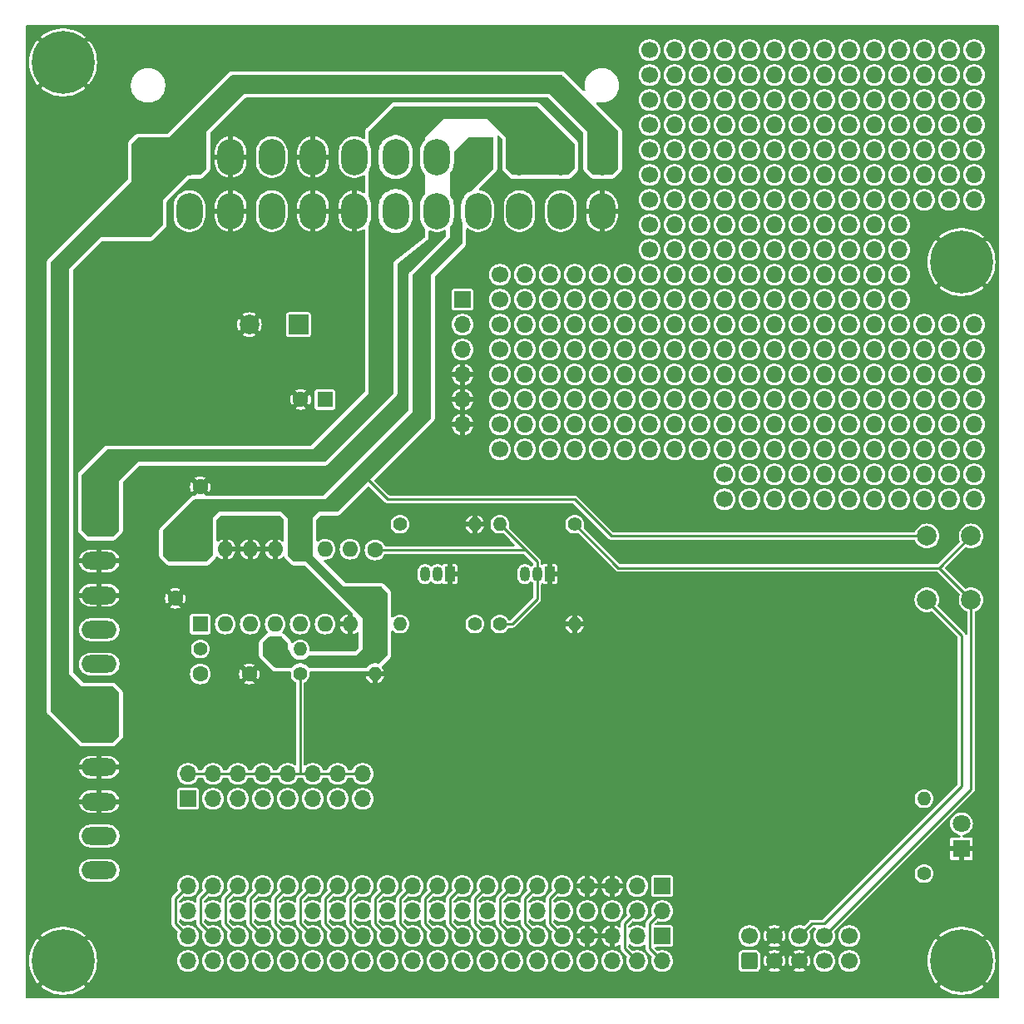
<source format=gtl>
G04 #@! TF.GenerationSoftware,KiCad,Pcbnew,8.0.4*
G04 #@! TF.CreationDate,2024-09-22T21:37:46-05:00*
G04 #@! TF.ProjectId,ATX-PSU_8b,4154582d-5053-4555-9f38-622e6b696361,rev?*
G04 #@! TF.SameCoordinates,Original*
G04 #@! TF.FileFunction,Copper,L1,Top*
G04 #@! TF.FilePolarity,Positive*
%FSLAX46Y46*%
G04 Gerber Fmt 4.6, Leading zero omitted, Abs format (unit mm)*
G04 Created by KiCad (PCBNEW 8.0.4) date 2024-09-22 21:37:46*
%MOMM*%
%LPD*%
G01*
G04 APERTURE LIST*
G04 Aperture macros list*
%AMRoundRect*
0 Rectangle with rounded corners*
0 $1 Rounding radius*
0 $2 $3 $4 $5 $6 $7 $8 $9 X,Y pos of 4 corners*
0 Add a 4 corners polygon primitive as box body*
4,1,4,$2,$3,$4,$5,$6,$7,$8,$9,$2,$3,0*
0 Add four circle primitives for the rounded corners*
1,1,$1+$1,$2,$3*
1,1,$1+$1,$4,$5*
1,1,$1+$1,$6,$7*
1,1,$1+$1,$8,$9*
0 Add four rect primitives between the rounded corners*
20,1,$1+$1,$2,$3,$4,$5,0*
20,1,$1+$1,$4,$5,$6,$7,0*
20,1,$1+$1,$6,$7,$8,$9,0*
20,1,$1+$1,$8,$9,$2,$3,0*%
G04 Aperture macros list end*
G04 #@! TA.AperFunction,ComponentPad*
%ADD10R,1.700000X1.700000*%
G04 #@! TD*
G04 #@! TA.AperFunction,ComponentPad*
%ADD11O,1.700000X1.700000*%
G04 #@! TD*
G04 #@! TA.AperFunction,ComponentPad*
%ADD12C,1.700000*%
G04 #@! TD*
G04 #@! TA.AperFunction,ComponentPad*
%ADD13RoundRect,0.250000X0.600000X-0.600000X0.600000X0.600000X-0.600000X0.600000X-0.600000X-0.600000X0*%
G04 #@! TD*
G04 #@! TA.AperFunction,ComponentPad*
%ADD14R,1.050000X1.500000*%
G04 #@! TD*
G04 #@! TA.AperFunction,ComponentPad*
%ADD15O,1.050000X1.500000*%
G04 #@! TD*
G04 #@! TA.AperFunction,ComponentPad*
%ADD16R,1.600000X1.600000*%
G04 #@! TD*
G04 #@! TA.AperFunction,ComponentPad*
%ADD17O,1.600000X1.600000*%
G04 #@! TD*
G04 #@! TA.AperFunction,ComponentPad*
%ADD18C,1.400000*%
G04 #@! TD*
G04 #@! TA.AperFunction,ComponentPad*
%ADD19O,1.400000X1.400000*%
G04 #@! TD*
G04 #@! TA.AperFunction,ComponentPad*
%ADD20C,1.600000*%
G04 #@! TD*
G04 #@! TA.AperFunction,ComponentPad*
%ADD21C,0.800000*%
G04 #@! TD*
G04 #@! TA.AperFunction,ComponentPad*
%ADD22C,6.400000*%
G04 #@! TD*
G04 #@! TA.AperFunction,ComponentPad*
%ADD23RoundRect,0.250001X-1.099999X-1.599999X1.099999X-1.599999X1.099999X1.599999X-1.099999X1.599999X0*%
G04 #@! TD*
G04 #@! TA.AperFunction,ComponentPad*
%ADD24O,2.700000X3.700000*%
G04 #@! TD*
G04 #@! TA.AperFunction,ComponentPad*
%ADD25C,2.000000*%
G04 #@! TD*
G04 #@! TA.AperFunction,ComponentPad*
%ADD26R,1.800000X1.800000*%
G04 #@! TD*
G04 #@! TA.AperFunction,ComponentPad*
%ADD27C,1.800000*%
G04 #@! TD*
G04 #@! TA.AperFunction,ComponentPad*
%ADD28RoundRect,0.250000X-1.550000X0.650000X-1.550000X-0.650000X1.550000X-0.650000X1.550000X0.650000X0*%
G04 #@! TD*
G04 #@! TA.AperFunction,ComponentPad*
%ADD29O,3.600000X1.800000*%
G04 #@! TD*
G04 #@! TA.AperFunction,ComponentPad*
%ADD30R,2.000000X2.000000*%
G04 #@! TD*
G04 #@! TA.AperFunction,Conductor*
%ADD31C,0.254000*%
G04 #@! TD*
G04 APERTURE END LIST*
D10*
X120650000Y-55880000D03*
D11*
X120650000Y-58420000D03*
X120650000Y-60960000D03*
X120650000Y-63500000D03*
X120650000Y-66040000D03*
X120650000Y-68580000D03*
D12*
X147320000Y-76200000D03*
D11*
X149860000Y-76200000D03*
X152399999Y-76200000D03*
X154940000Y-76200000D03*
X157480000Y-76200000D03*
X160020000Y-76200000D03*
X162560000Y-76200000D03*
X165100001Y-76200000D03*
X167640000Y-76200000D03*
X170180000Y-76200000D03*
X172720000Y-76200000D03*
D12*
X147320000Y-73660000D03*
D11*
X149860000Y-73660000D03*
X152399999Y-73660000D03*
X154940000Y-73660000D03*
X157480000Y-73660000D03*
X160020000Y-73660000D03*
X162560000Y-73660000D03*
X165100001Y-73660000D03*
X167640000Y-73660000D03*
X170180000Y-73660000D03*
X172720000Y-73660000D03*
D12*
X124460000Y-71120000D03*
D11*
X127000000Y-71120000D03*
X129539999Y-71120000D03*
X132080000Y-71120000D03*
X134620000Y-71120000D03*
X137160000Y-71120000D03*
X139700000Y-71120000D03*
X142240001Y-71120000D03*
X144780000Y-71120000D03*
X147320000Y-71120000D03*
X149860000Y-71120000D03*
X152399999Y-71120000D03*
X154940000Y-71120000D03*
X157480000Y-71120000D03*
X160020000Y-71120000D03*
X162559999Y-71120000D03*
X165100001Y-71120000D03*
X167640000Y-71120000D03*
X170180000Y-71120000D03*
X172720000Y-71120000D03*
D12*
X124460000Y-68580000D03*
D11*
X127000000Y-68580000D03*
X129539999Y-68580000D03*
X132080000Y-68580000D03*
X134620000Y-68580000D03*
X137160000Y-68580000D03*
X139700000Y-68580000D03*
X142240001Y-68580000D03*
X144780000Y-68580000D03*
X147320000Y-68580000D03*
X149860000Y-68580000D03*
X152399999Y-68580000D03*
X154940000Y-68580000D03*
X157480000Y-68580000D03*
X160020000Y-68580000D03*
X162559999Y-68580000D03*
X165100001Y-68580000D03*
X167640000Y-68580000D03*
X170180000Y-68580000D03*
X172720000Y-68580000D03*
D12*
X124460000Y-66040000D03*
D11*
X127000000Y-66040000D03*
X129539999Y-66040000D03*
X132080000Y-66040000D03*
X134620000Y-66040000D03*
X137160000Y-66040000D03*
X139700000Y-66040000D03*
X142240001Y-66040000D03*
X144780000Y-66040000D03*
X147320000Y-66040000D03*
X149860000Y-66040000D03*
X152399999Y-66040000D03*
X154940000Y-66040000D03*
X157480000Y-66040000D03*
X160020000Y-66040000D03*
X162559999Y-66040000D03*
X165100001Y-66040000D03*
X167640000Y-66040000D03*
X170180000Y-66040000D03*
X172720000Y-66040000D03*
D12*
X124460000Y-63500000D03*
D11*
X127000000Y-63500000D03*
X129539999Y-63500000D03*
X132080000Y-63500000D03*
X134620000Y-63500000D03*
X137160000Y-63500000D03*
X139700000Y-63500000D03*
X142240001Y-63500000D03*
X144780000Y-63500000D03*
X147320000Y-63500000D03*
X149860000Y-63500000D03*
X152399999Y-63500000D03*
X154940000Y-63500000D03*
X157480000Y-63500000D03*
X160020000Y-63500000D03*
X162559999Y-63500000D03*
X165100001Y-63500000D03*
X167640000Y-63500000D03*
X170180000Y-63500000D03*
X172720000Y-63500000D03*
D12*
X124460000Y-60960000D03*
D11*
X127000000Y-60960000D03*
X129539999Y-60960000D03*
X132080000Y-60960000D03*
X134620000Y-60960000D03*
X137160000Y-60960000D03*
X139700000Y-60960000D03*
X142240001Y-60960000D03*
X144780000Y-60960000D03*
X147320000Y-60960000D03*
X149860000Y-60960000D03*
X152399999Y-60960000D03*
X154940000Y-60960000D03*
X157480000Y-60960000D03*
X160020000Y-60960000D03*
X162559999Y-60960000D03*
X165100001Y-60960000D03*
X167640000Y-60960000D03*
X170180000Y-60960000D03*
X172720000Y-60960000D03*
D12*
X124460000Y-58420000D03*
D11*
X127000000Y-58420000D03*
X129539999Y-58420000D03*
X132080000Y-58420000D03*
X134620000Y-58420000D03*
X137160000Y-58420000D03*
X139700000Y-58420000D03*
X142240001Y-58420000D03*
X144780000Y-58420000D03*
X147320000Y-58420000D03*
X149860000Y-58420000D03*
X152399999Y-58420000D03*
X154940000Y-58420000D03*
X157480000Y-58420000D03*
X160020000Y-58420000D03*
X162559999Y-58420000D03*
X165100001Y-58420000D03*
X167640000Y-58420000D03*
X170180000Y-58420000D03*
X172720000Y-58420000D03*
D12*
X124460000Y-55880000D03*
D11*
X127000000Y-55880000D03*
X129539999Y-55880000D03*
X132080000Y-55880000D03*
X134620000Y-55880000D03*
X137160000Y-55880000D03*
X139700000Y-55880000D03*
X142240001Y-55880000D03*
X144780000Y-55880000D03*
X147320000Y-55880000D03*
X149860000Y-55880000D03*
X152399999Y-55880000D03*
X154940000Y-55880000D03*
X157480000Y-55880000D03*
X160020000Y-55880000D03*
X162559999Y-55880000D03*
X165100001Y-55880000D03*
D12*
X124460000Y-53340000D03*
D11*
X127000000Y-53340000D03*
X129539999Y-53340000D03*
X132080000Y-53340000D03*
X134620000Y-53340000D03*
X137160000Y-53340000D03*
X139700000Y-53340000D03*
X142240001Y-53340000D03*
X144780000Y-53340000D03*
X147320000Y-53340000D03*
X149860000Y-53340000D03*
X152399999Y-53340000D03*
X154940000Y-53340000D03*
X157480000Y-53340000D03*
X160020000Y-53340000D03*
X162559999Y-53340000D03*
X165100001Y-53340000D03*
D12*
X139700000Y-50800000D03*
D11*
X142240000Y-50800000D03*
X144779999Y-50800000D03*
X147320000Y-50800000D03*
X149860000Y-50800000D03*
X152400000Y-50800000D03*
X154940000Y-50800000D03*
X157480001Y-50800000D03*
X160020000Y-50800000D03*
X162560000Y-50800000D03*
X165100000Y-50800000D03*
D12*
X139700000Y-48260000D03*
D11*
X142240000Y-48260000D03*
X144779999Y-48260000D03*
X147320000Y-48260000D03*
X149860000Y-48260000D03*
X152400000Y-48260000D03*
X154940000Y-48260000D03*
X157480001Y-48260000D03*
X160020000Y-48260000D03*
X162560000Y-48260000D03*
X165100000Y-48260000D03*
D12*
X139700000Y-45720000D03*
D11*
X142240000Y-45720000D03*
X144779999Y-45720000D03*
X147320000Y-45720000D03*
X149860000Y-45720000D03*
X152400000Y-45720000D03*
X154940000Y-45720000D03*
X157480001Y-45720000D03*
X160020000Y-45720000D03*
X162560000Y-45720000D03*
X165100000Y-45720000D03*
X167639999Y-45720000D03*
X170180000Y-45720000D03*
X172720000Y-45720000D03*
D12*
X139700000Y-43180000D03*
D11*
X142240000Y-43180000D03*
X144779999Y-43180000D03*
X147320000Y-43180000D03*
X149860000Y-43180000D03*
X152400000Y-43180000D03*
X154940000Y-43180000D03*
X157480001Y-43180000D03*
X160020000Y-43180000D03*
X162560000Y-43180000D03*
X165100000Y-43180000D03*
X167639999Y-43180000D03*
X170180000Y-43180000D03*
X172720000Y-43180000D03*
D12*
X139700000Y-40640000D03*
D11*
X142240000Y-40640000D03*
X144779999Y-40640000D03*
X147320000Y-40640000D03*
X149860000Y-40640000D03*
X152400000Y-40640000D03*
X154940000Y-40640000D03*
X157480001Y-40640000D03*
X160020000Y-40640000D03*
X162560000Y-40640000D03*
X165100000Y-40640000D03*
X167639999Y-40640000D03*
X170180000Y-40640000D03*
X172720000Y-40640000D03*
D12*
X139700000Y-38100000D03*
D11*
X142240000Y-38100000D03*
X144779999Y-38100000D03*
X147320000Y-38100000D03*
X149860000Y-38100000D03*
X152400000Y-38100000D03*
X154940000Y-38100000D03*
X157480001Y-38100000D03*
X160020000Y-38100000D03*
X162560000Y-38100000D03*
X165100000Y-38100000D03*
X167639999Y-38100000D03*
X170180000Y-38100000D03*
X172720000Y-38100000D03*
D12*
X139700000Y-35560000D03*
D11*
X142240000Y-35560000D03*
X144779999Y-35560000D03*
X147320000Y-35560000D03*
X149860000Y-35560000D03*
X152400000Y-35560000D03*
X154940000Y-35560000D03*
X157480001Y-35560000D03*
X160020000Y-35560000D03*
X162560000Y-35560000D03*
X165100000Y-35560000D03*
X167639999Y-35560000D03*
X170180000Y-35560000D03*
X172720000Y-35560000D03*
D12*
X139700000Y-33020000D03*
D11*
X142240000Y-33020000D03*
X144779999Y-33020000D03*
X147320000Y-33020000D03*
X149860000Y-33020000D03*
X152400000Y-33020000D03*
X154940000Y-33020000D03*
X157480001Y-33020000D03*
X160020000Y-33020000D03*
X162560000Y-33020000D03*
X165100000Y-33020000D03*
X167639999Y-33020000D03*
X170180000Y-33020000D03*
X172720000Y-33020000D03*
D12*
X139700000Y-30480000D03*
D11*
X142240000Y-30480000D03*
X144779999Y-30480000D03*
X147320000Y-30480000D03*
X149860000Y-30480000D03*
X152400000Y-30480000D03*
X154940000Y-30480000D03*
X157480001Y-30480000D03*
X160020000Y-30480000D03*
X162560000Y-30480000D03*
X165100000Y-30480000D03*
X167639999Y-30480000D03*
X170180000Y-30480000D03*
X172720000Y-30480000D03*
D10*
X140970000Y-115570000D03*
D11*
X140970000Y-118110000D03*
X138430000Y-115570000D03*
X138430000Y-118110000D03*
X135890001Y-115570000D03*
X135890000Y-118110000D03*
X133350000Y-115570000D03*
X133350000Y-118110000D03*
X130810000Y-115570000D03*
X130810000Y-118110000D03*
X128270000Y-115570000D03*
X128270000Y-118110000D03*
X125730000Y-115570000D03*
X125730000Y-118110000D03*
X123189999Y-115570000D03*
X123190000Y-118110000D03*
X120650000Y-115570000D03*
X120650000Y-118110000D03*
X118110000Y-115570000D03*
X118110000Y-118110000D03*
X115570000Y-115570000D03*
X115570000Y-118110000D03*
X113030001Y-115570000D03*
X113030000Y-118110000D03*
X110490000Y-115570000D03*
X110490000Y-118110000D03*
X107950000Y-115570000D03*
X107950000Y-118110000D03*
X105410000Y-115570000D03*
X105410000Y-118110000D03*
X102870001Y-115570000D03*
X102870000Y-118110000D03*
X100329999Y-115570000D03*
X100330000Y-118110000D03*
X97790000Y-115570000D03*
X97790000Y-118110000D03*
X95250000Y-115570000D03*
X95250000Y-118110000D03*
X92710000Y-115570000D03*
X92710000Y-118110000D03*
D12*
X160020000Y-120650000D03*
X160020000Y-123190000D03*
X157480000Y-120650000D03*
X157480000Y-123190000D03*
X154940000Y-120650000D03*
X154939999Y-123190000D03*
X152400000Y-120650000D03*
X152400000Y-123190000D03*
X149860000Y-120650000D03*
D13*
X149860000Y-123190000D03*
D14*
X119380000Y-83820000D03*
D15*
X118109999Y-83820000D03*
X116840000Y-83820000D03*
D16*
X93980000Y-88900000D03*
D17*
X96520000Y-88900000D03*
X99059999Y-88900000D03*
X101600000Y-88900000D03*
X104140000Y-88900000D03*
X106680000Y-88900000D03*
X109220000Y-88900000D03*
X109220000Y-81280000D03*
X106680000Y-81280000D03*
X104140000Y-81280000D03*
X101600000Y-81280000D03*
X99060000Y-81280000D03*
X96520000Y-81280000D03*
X93980000Y-81280000D03*
D18*
X114300000Y-78740000D03*
D19*
X121920000Y-78740000D03*
D20*
X91440000Y-81280000D03*
X91440000Y-86280000D03*
D18*
X132080000Y-78740000D03*
D19*
X124460000Y-78740000D03*
D21*
X169050000Y-123190000D03*
X169752944Y-121492944D03*
X169752944Y-124887056D03*
X171450000Y-120790000D03*
D22*
X171450000Y-123190000D03*
D21*
X171450000Y-125590000D03*
X173147056Y-121492944D03*
X173147056Y-124887056D03*
X173850000Y-123190000D03*
D18*
X124460000Y-88900000D03*
D19*
X132080000Y-88900000D03*
D14*
X129540000Y-83820000D03*
D15*
X128269999Y-83820000D03*
X127000000Y-83820000D03*
D10*
X140970000Y-120650000D03*
D11*
X140970000Y-123190000D03*
X138430000Y-120650000D03*
X138430000Y-123190000D03*
X135890001Y-120650000D03*
X135890000Y-123190000D03*
X133350000Y-120650000D03*
X133350000Y-123190000D03*
X130810000Y-120650000D03*
X130810000Y-123190000D03*
X128270000Y-120650000D03*
X128270000Y-123190000D03*
X125730000Y-120650000D03*
X125730000Y-123190000D03*
X123189999Y-120650000D03*
X123190000Y-123190000D03*
X120650000Y-120650000D03*
X120650000Y-123190000D03*
X118110000Y-120650000D03*
X118110000Y-123190000D03*
X115570000Y-120650000D03*
X115570000Y-123190000D03*
X113030001Y-120650000D03*
X113030000Y-123190000D03*
X110490000Y-120650000D03*
X110490000Y-123190000D03*
X107950000Y-120650000D03*
X107950000Y-123190000D03*
X105410000Y-120650000D03*
X105410000Y-123190000D03*
X102870001Y-120650000D03*
X102870000Y-123190000D03*
X100329999Y-120650000D03*
X100330000Y-123190000D03*
X97790000Y-120650000D03*
X97790000Y-123190000D03*
X95250000Y-120650000D03*
X95250000Y-123190000D03*
X92710000Y-120650000D03*
X92710000Y-123190000D03*
D23*
X88660000Y-41375000D03*
D24*
X92860000Y-41375000D03*
X97060000Y-41375000D03*
X101260000Y-41375000D03*
X105460000Y-41375000D03*
X109660000Y-41375000D03*
X113860000Y-41375000D03*
X118060000Y-41375000D03*
X122260000Y-41375000D03*
X126460000Y-41375000D03*
X130660000Y-41375000D03*
X134860000Y-41375000D03*
X88660000Y-46875000D03*
X92860000Y-46875000D03*
X97060000Y-46875000D03*
X101260000Y-46875000D03*
X105460000Y-46875000D03*
X109660000Y-46875000D03*
X113860000Y-46875000D03*
X118060000Y-46875000D03*
X122260000Y-46875000D03*
X126460000Y-46875000D03*
X130660000Y-46875000D03*
X134860000Y-46875000D03*
D25*
X167930000Y-86435000D03*
X167930000Y-79935000D03*
X172430001Y-86435000D03*
X172430000Y-79934999D03*
D18*
X167640000Y-114300000D03*
D19*
X167640000Y-106680000D03*
D18*
X104140000Y-93980000D03*
D19*
X111760000Y-93980000D03*
D10*
X92710000Y-106680000D03*
D11*
X92710000Y-104140000D03*
X95250000Y-106680000D03*
X95250000Y-104140000D03*
X97790000Y-106680000D03*
X97790000Y-104140000D03*
X100330000Y-106680000D03*
X100330000Y-104140000D03*
X102870000Y-106680000D03*
X102870000Y-104140000D03*
X105410000Y-106680000D03*
X105410000Y-104140000D03*
X107950000Y-106680000D03*
X107950000Y-104140000D03*
X110490000Y-106680000D03*
X110490000Y-104140000D03*
D26*
X171450000Y-111760000D03*
D27*
X171450000Y-109220000D03*
D20*
X111760000Y-86360000D03*
X111760000Y-81360000D03*
X93980000Y-93980000D03*
X98980000Y-93980000D03*
D18*
X121920000Y-88900000D03*
D19*
X114300000Y-88900000D03*
D28*
X83700000Y-75475000D03*
D29*
X83700000Y-78975000D03*
X83700000Y-82474999D03*
X83700000Y-85975000D03*
X83700000Y-89475000D03*
X83700000Y-92975000D03*
X83700000Y-96474999D03*
X83700000Y-99975000D03*
X83700000Y-103475000D03*
X83700000Y-106975001D03*
X83700000Y-110475000D03*
X83700000Y-113975000D03*
D30*
X103967678Y-58420000D03*
D25*
X98967678Y-58420000D03*
D21*
X173850000Y-52070000D03*
X173147056Y-53767056D03*
X173147056Y-50372944D03*
X171450000Y-54470000D03*
D22*
X171450000Y-52070000D03*
D21*
X171450000Y-49670000D03*
X169752944Y-53767056D03*
X169752944Y-50372944D03*
X169050000Y-52070000D03*
X77610000Y-123190000D03*
X78312944Y-121492944D03*
X78312944Y-124887056D03*
X80010000Y-120790000D03*
D22*
X80010000Y-123190000D03*
D21*
X80010000Y-125590000D03*
X81707056Y-121492944D03*
X81707056Y-124887056D03*
X82410000Y-123190000D03*
D18*
X93980000Y-91440000D03*
D19*
X101600000Y-91440000D03*
D16*
X106680000Y-66040000D03*
D20*
X104180000Y-66040000D03*
D21*
X77610000Y-31750000D03*
X78312944Y-30052944D03*
X78312944Y-33447056D03*
X80010000Y-29350000D03*
D22*
X80010000Y-31750000D03*
D21*
X80010000Y-34150000D03*
X81707056Y-30052944D03*
X81707056Y-33447056D03*
X82410000Y-31750000D03*
D16*
X93980000Y-77430000D03*
D20*
X93980000Y-74930000D03*
D18*
X111760000Y-91440000D03*
D19*
X104140000Y-91440000D03*
D31*
X104140000Y-93980000D02*
X104140000Y-104140000D01*
X137160000Y-119380000D02*
X138430000Y-118110000D01*
X137160000Y-121920000D02*
X137160000Y-119380000D01*
X138430000Y-123190000D02*
X137160000Y-121920000D01*
X113030000Y-76200000D02*
X110490000Y-73660000D01*
X132080000Y-76200000D02*
X113030000Y-76200000D01*
X167930000Y-79935000D02*
X135815000Y-79935000D01*
X135815000Y-79935000D02*
X132080000Y-76200000D01*
X136525000Y-83185000D02*
X132080000Y-78740000D01*
X169179999Y-83185000D02*
X136525000Y-83185000D01*
X172429999Y-86435000D02*
X169179999Y-83185000D01*
X172430001Y-86435000D02*
X172429999Y-86435000D01*
X172430000Y-79934999D02*
X169179999Y-83185000D01*
X171450000Y-90062500D02*
X167930000Y-86542500D01*
X167930000Y-86542500D02*
X167930000Y-86435000D01*
X171450000Y-105410000D02*
X171450000Y-90062500D01*
X157480000Y-119380000D02*
X171450000Y-105410000D01*
X156210000Y-119380000D02*
X157480000Y-119380000D01*
X154940000Y-120650000D02*
X156210000Y-119380000D01*
X172430001Y-105699999D02*
X172430001Y-86435000D01*
X157480000Y-120650000D02*
X172430001Y-105699999D01*
X129548499Y-116826586D02*
X130818499Y-115556586D01*
X129548499Y-119366586D02*
X129548499Y-116826586D01*
X130818499Y-120636586D02*
X129548499Y-119366586D01*
X127000000Y-116840000D02*
X128270000Y-115570000D01*
X127000000Y-119380000D02*
X127000000Y-116840000D01*
X128270000Y-120650000D02*
X127000000Y-119380000D01*
X124460000Y-116840000D02*
X125730000Y-115570000D01*
X124460000Y-119380000D02*
X124460000Y-116840000D01*
X125730000Y-120650000D02*
X124460000Y-119380000D01*
X121932630Y-116826586D02*
X123202630Y-115556586D01*
X121932630Y-119366586D02*
X121932630Y-116826586D01*
X123202630Y-120636586D02*
X121932630Y-119366586D01*
X119380000Y-116840000D02*
X120650000Y-115570000D01*
X119380000Y-119380000D02*
X119380000Y-116840000D01*
X120650000Y-120650000D02*
X119380000Y-119380000D01*
X116840000Y-116840000D02*
X118110000Y-115570000D01*
X116840000Y-119380000D02*
X116840000Y-116840000D01*
X118110000Y-120650000D02*
X116840000Y-119380000D01*
X114300000Y-116840000D02*
X115570000Y-115570000D01*
X114300000Y-119380000D02*
X114300000Y-116840000D01*
X115570000Y-120650000D02*
X114300000Y-119380000D01*
X111760000Y-116840000D02*
X113030000Y-115570000D01*
X111760000Y-119380000D02*
X111760000Y-116840000D01*
X113030000Y-120650000D02*
X111760000Y-119380000D01*
X109220000Y-116840000D02*
X110490000Y-115570000D01*
X109220000Y-119380000D02*
X109220000Y-116840000D01*
X110490000Y-120650000D02*
X109220000Y-119380000D01*
X106680000Y-116840000D02*
X107950000Y-115570000D01*
X106680000Y-119380000D02*
X106680000Y-116840000D01*
X107950000Y-120650000D02*
X106680000Y-119380000D01*
X104140000Y-116840000D02*
X105410000Y-115570000D01*
X104140000Y-119380000D02*
X104140000Y-116840000D01*
X105410000Y-120650000D02*
X104140000Y-119380000D01*
X101600000Y-116840000D02*
X102870000Y-115570000D01*
X101600000Y-119380000D02*
X101600000Y-116840000D01*
X102870000Y-120650000D02*
X101600000Y-119380000D01*
X99060000Y-116840000D02*
X100330000Y-115570000D01*
X99060000Y-119380000D02*
X99060000Y-116840000D01*
X100330000Y-120650000D02*
X99060000Y-119380000D01*
X96520000Y-116840000D02*
X97790000Y-115570000D01*
X96520000Y-119380000D02*
X96520000Y-116840000D01*
X97790000Y-120650000D02*
X96520000Y-119380000D01*
X93980000Y-116840000D02*
X95250000Y-115570000D01*
X93980000Y-119380000D02*
X93980000Y-116840000D01*
X95250000Y-120650000D02*
X93980000Y-119380000D01*
X91440000Y-119380000D02*
X91440000Y-116840000D01*
X92710000Y-120650000D02*
X91440000Y-119380000D01*
X91440000Y-116840000D02*
X92710000Y-115570000D01*
X139700000Y-119380000D02*
X140970000Y-118110000D01*
X139700000Y-121920000D02*
X139700000Y-119380000D01*
X140970000Y-123190000D02*
X139700000Y-121920000D01*
X101600000Y-104140000D02*
X110490000Y-104140000D01*
X92710000Y-104140000D02*
X101600000Y-104140000D01*
X127080000Y-81360000D02*
X124460000Y-78740000D01*
X128269999Y-82550001D02*
X128269999Y-83820000D01*
X127080000Y-81360000D02*
X128270000Y-82550000D01*
X125730000Y-88900000D02*
X124460000Y-88900000D01*
X128269999Y-83820000D02*
X128269999Y-86360001D01*
X111760000Y-81360000D02*
X127080000Y-81360000D01*
X128270000Y-82550000D02*
X128269999Y-82550001D01*
X128269999Y-86360001D02*
X125730000Y-88900000D01*
G04 #@! TA.AperFunction,Conductor*
G36*
X123767121Y-39390002D02*
G01*
X123813614Y-39443658D01*
X123825000Y-39496000D01*
X123825000Y-42492809D01*
X123804998Y-42560930D01*
X123788095Y-42581904D01*
X121610520Y-44759478D01*
X121569645Y-44786791D01*
X121492535Y-44818732D01*
X121492521Y-44818739D01*
X121295964Y-44932221D01*
X121115898Y-45070391D01*
X121115877Y-45070410D01*
X120955410Y-45230877D01*
X120955391Y-45230898D01*
X120817221Y-45410964D01*
X120703739Y-45607521D01*
X120703732Y-45607535D01*
X120671791Y-45684645D01*
X120652984Y-45712792D01*
X120647012Y-45727210D01*
X120640409Y-45760411D01*
X120616874Y-45817230D01*
X120558125Y-46036483D01*
X120528500Y-46261509D01*
X120528500Y-47488490D01*
X120558125Y-47713516D01*
X120616873Y-47932767D01*
X120640409Y-47989587D01*
X120650000Y-48037805D01*
X120650000Y-50112809D01*
X120629998Y-50180930D01*
X120613095Y-50201904D01*
X117475000Y-53339998D01*
X117475000Y-67892810D01*
X117454998Y-67960931D01*
X117438095Y-67981905D01*
X107986905Y-77433095D01*
X107924593Y-77467121D01*
X107897810Y-77470000D01*
X106044998Y-77470000D01*
X105410000Y-78104998D01*
X105410000Y-78105000D01*
X105410000Y-81915000D01*
X104775000Y-82550000D01*
X103557190Y-82550000D01*
X103489069Y-82529998D01*
X103468095Y-82513095D01*
X102906905Y-81951905D01*
X102872879Y-81889593D01*
X102870000Y-81862810D01*
X102870000Y-78105000D01*
X102869999Y-78104998D01*
X102235001Y-77470000D01*
X102235000Y-77470000D01*
X95885000Y-77470000D01*
X95884998Y-77470000D01*
X95250000Y-78104998D01*
X95250000Y-81862810D01*
X95229998Y-81930931D01*
X95213095Y-81951905D01*
X94651905Y-82513095D01*
X94589593Y-82547121D01*
X94562810Y-82550000D01*
X90857190Y-82550000D01*
X90789069Y-82529998D01*
X90768095Y-82513095D01*
X90206905Y-81951905D01*
X90172879Y-81889593D01*
X90170000Y-81862810D01*
X90170000Y-79427190D01*
X90190002Y-79359069D01*
X90206905Y-79338095D01*
X93308095Y-76236905D01*
X93370407Y-76202879D01*
X93397190Y-76200000D01*
X106680000Y-76200000D01*
X115570000Y-67310000D01*
X115570000Y-53392190D01*
X115590002Y-53324069D01*
X115606905Y-53303095D01*
X119380000Y-49530000D01*
X119380000Y-48541812D01*
X119400002Y-48473691D01*
X119406019Y-48465133D01*
X119502779Y-48339034D01*
X119616267Y-48142466D01*
X119703127Y-47932767D01*
X119761873Y-47713524D01*
X119791500Y-47488488D01*
X119791500Y-46261512D01*
X119761873Y-46036476D01*
X119703127Y-45817233D01*
X119616267Y-45607534D01*
X119616261Y-45607525D01*
X119616260Y-45607521D01*
X119502781Y-45410969D01*
X119406037Y-45284889D01*
X119380437Y-45218668D01*
X119380000Y-45208185D01*
X119380000Y-43041812D01*
X119400002Y-42973691D01*
X119406019Y-42965133D01*
X119502779Y-42839034D01*
X119616267Y-42642466D01*
X119703127Y-42432767D01*
X119761873Y-42213524D01*
X119791500Y-41988488D01*
X119791500Y-40903421D01*
X119811502Y-40835300D01*
X119827205Y-40815541D01*
X121197100Y-39408116D01*
X121258946Y-39373253D01*
X121287390Y-39370000D01*
X123699000Y-39370000D01*
X123767121Y-39390002D01*
G37*
G04 #@! TD.AperFunction*
G04 #@! TA.AperFunction,Conductor*
G36*
X105410000Y-81915001D02*
G01*
X108584998Y-85089999D01*
X108585000Y-85090000D01*
X112342810Y-85090000D01*
X112410931Y-85110002D01*
X112431905Y-85126905D01*
X112993095Y-85688095D01*
X113027121Y-85750407D01*
X113030000Y-85777190D01*
X113030000Y-92022808D01*
X113009998Y-92090929D01*
X112993095Y-92111904D01*
X112196328Y-92908670D01*
X112134016Y-92942695D01*
X112063200Y-92937630D01*
X112061753Y-92937079D01*
X112057234Y-92935329D01*
X111860216Y-92898500D01*
X111659784Y-92898500D01*
X111511113Y-92926291D01*
X111462760Y-92935330D01*
X111275874Y-93007731D01*
X111275859Y-93007738D01*
X111105460Y-93113245D01*
X111105459Y-93113246D01*
X110957336Y-93248277D01*
X110922105Y-93294932D01*
X110865091Y-93337240D01*
X110821555Y-93345000D01*
X105078445Y-93345000D01*
X105010324Y-93324998D01*
X104977895Y-93294932D01*
X104942663Y-93248277D01*
X104794540Y-93113246D01*
X104794539Y-93113245D01*
X104624140Y-93007738D01*
X104624125Y-93007731D01*
X104437238Y-92935330D01*
X104437239Y-92935330D01*
X104437234Y-92935329D01*
X104240216Y-92898500D01*
X104039784Y-92898500D01*
X103891113Y-92926291D01*
X103842760Y-92935330D01*
X103655874Y-93007731D01*
X103655859Y-93007738D01*
X103485460Y-93113245D01*
X103485459Y-93113246D01*
X103337336Y-93248277D01*
X103302105Y-93294932D01*
X103245091Y-93337240D01*
X103201555Y-93345000D01*
X101652190Y-93345000D01*
X101584069Y-93324998D01*
X101563095Y-93308095D01*
X100366905Y-92111905D01*
X100332879Y-92049593D01*
X100330000Y-92022810D01*
X100330000Y-90857190D01*
X100350002Y-90789069D01*
X100366905Y-90768095D01*
X100928095Y-90206905D01*
X100990407Y-90172879D01*
X101017190Y-90170000D01*
X102182810Y-90170000D01*
X102250931Y-90190002D01*
X102271905Y-90206905D01*
X102833095Y-90768095D01*
X102867121Y-90830407D01*
X102870000Y-90857190D01*
X102870000Y-91440000D01*
X103050327Y-91620327D01*
X103082421Y-91674939D01*
X103127209Y-91832351D01*
X103127210Y-91832353D01*
X103127211Y-91832356D01*
X103216551Y-92011775D01*
X103216552Y-92011776D01*
X103337336Y-92171722D01*
X103485459Y-92306753D01*
X103485460Y-92306754D01*
X103655859Y-92412261D01*
X103655866Y-92412264D01*
X103655869Y-92412266D01*
X103655873Y-92412267D01*
X103655874Y-92412268D01*
X103842761Y-92484669D01*
X103842766Y-92484671D01*
X104039784Y-92521500D01*
X104039786Y-92521500D01*
X104240214Y-92521500D01*
X104240216Y-92521500D01*
X104437234Y-92484671D01*
X104624131Y-92412266D01*
X104624136Y-92412262D01*
X104624140Y-92412261D01*
X104794539Y-92306754D01*
X104794538Y-92306754D01*
X104794541Y-92306753D01*
X104942662Y-92171723D01*
X104942663Y-92171722D01*
X104977895Y-92125068D01*
X105034909Y-92082760D01*
X105078445Y-92075000D01*
X109855000Y-92075000D01*
X110490000Y-91440000D01*
X110490000Y-88265000D01*
X110489999Y-88264998D01*
X104775001Y-82550000D01*
X104775000Y-82550000D01*
X105410000Y-81915000D01*
X105410000Y-81915001D01*
G37*
G04 #@! TD.AperFunction*
G04 #@! TA.AperFunction,Conductor*
G36*
X130825931Y-33040002D02*
G01*
X130846905Y-33056905D01*
X136488095Y-38698095D01*
X136522121Y-38760407D01*
X136525000Y-38787190D01*
X136525000Y-42492810D01*
X136504998Y-42560931D01*
X136488095Y-42581905D01*
X135926905Y-43143095D01*
X135864593Y-43177121D01*
X135837810Y-43180000D01*
X134037190Y-43180000D01*
X133969069Y-43159998D01*
X133948095Y-43143095D01*
X133386905Y-42581905D01*
X133352879Y-42519593D01*
X133350000Y-42492810D01*
X133350000Y-38735000D01*
X133349999Y-38734998D01*
X129540001Y-34925000D01*
X129540000Y-34925000D01*
X98425000Y-34925000D01*
X98424998Y-34925000D01*
X94615000Y-38734998D01*
X94615000Y-42492810D01*
X94594998Y-42560931D01*
X94578095Y-42581905D01*
X94016905Y-43143095D01*
X93954593Y-43177121D01*
X93927810Y-43180000D01*
X92709998Y-43180000D01*
X90170000Y-45719998D01*
X90170000Y-48207810D01*
X90149998Y-48275931D01*
X90133095Y-48296905D01*
X88936905Y-49493095D01*
X88874593Y-49527121D01*
X88847810Y-49530000D01*
X83819998Y-49530000D01*
X80645000Y-52704998D01*
X80645000Y-93980001D01*
X81914998Y-95249999D01*
X81915000Y-95250000D01*
X85037810Y-95250000D01*
X85105931Y-95270002D01*
X85126905Y-95286905D01*
X85688095Y-95848095D01*
X85722121Y-95910407D01*
X85725000Y-95937190D01*
X85725000Y-100277810D01*
X85704998Y-100345931D01*
X85688095Y-100366905D01*
X85126905Y-100928095D01*
X85064593Y-100962121D01*
X85037810Y-100965000D01*
X81967190Y-100965000D01*
X81899069Y-100944998D01*
X81878095Y-100928095D01*
X78776905Y-97826905D01*
X78742879Y-97764593D01*
X78740000Y-97737810D01*
X78740000Y-52122190D01*
X78760002Y-52054069D01*
X78776905Y-52033095D01*
X86995000Y-43815000D01*
X86995000Y-40057190D01*
X87015002Y-39989069D01*
X87031905Y-39968095D01*
X87593095Y-39406905D01*
X87655407Y-39372879D01*
X87682190Y-39370000D01*
X90805000Y-39370000D01*
X97118095Y-33056905D01*
X97180407Y-33022879D01*
X97207190Y-33020000D01*
X130757810Y-33020000D01*
X130825931Y-33040002D01*
G37*
G04 #@! TD.AperFunction*
G04 #@! TA.AperFunction,Conductor*
G36*
X128285931Y-36215002D02*
G01*
X128306905Y-36231905D01*
X132043095Y-39968095D01*
X132077121Y-40030407D01*
X132080000Y-40057190D01*
X132080000Y-42492810D01*
X132059998Y-42560931D01*
X132043095Y-42581905D01*
X131481905Y-43143095D01*
X131419593Y-43177121D01*
X131392810Y-43180000D01*
X125782190Y-43180000D01*
X125714069Y-43159998D01*
X125693095Y-43143095D01*
X125131905Y-42581905D01*
X125097879Y-42519593D01*
X125095000Y-42492810D01*
X125095000Y-39370000D01*
X125094999Y-39369998D01*
X123190001Y-37465000D01*
X123190000Y-37465000D01*
X118745000Y-37465000D01*
X118744998Y-37465000D01*
X116840000Y-39369998D01*
X116840000Y-39594098D01*
X116819998Y-39662219D01*
X116803095Y-39683193D01*
X116755410Y-39730877D01*
X116755391Y-39730898D01*
X116617221Y-39910964D01*
X116503739Y-40107521D01*
X116503734Y-40107532D01*
X116416873Y-40317233D01*
X116358125Y-40536483D01*
X116328500Y-40761509D01*
X116328500Y-41988490D01*
X116358125Y-42213516D01*
X116358126Y-42213522D01*
X116358127Y-42213524D01*
X116416873Y-42432767D01*
X116503733Y-42642466D01*
X116503734Y-42642467D01*
X116503739Y-42642478D01*
X116617221Y-42839035D01*
X116755391Y-43019101D01*
X116755396Y-43019107D01*
X116803096Y-43066807D01*
X116837120Y-43129117D01*
X116840000Y-43155901D01*
X116840000Y-45094098D01*
X116819998Y-45162219D01*
X116803095Y-45183193D01*
X116755410Y-45230877D01*
X116755391Y-45230898D01*
X116617221Y-45410964D01*
X116503739Y-45607521D01*
X116503734Y-45607532D01*
X116416873Y-45817233D01*
X116358125Y-46036483D01*
X116328500Y-46261509D01*
X116328500Y-47488490D01*
X116358125Y-47713516D01*
X116358126Y-47713522D01*
X116358127Y-47713524D01*
X116416873Y-47932767D01*
X116503733Y-48142466D01*
X116503734Y-48142467D01*
X116503739Y-48142478D01*
X116617221Y-48339035D01*
X116755391Y-48519101D01*
X116755396Y-48519107D01*
X116803096Y-48566807D01*
X116837120Y-48629117D01*
X116840000Y-48655901D01*
X116840000Y-49469441D01*
X116819998Y-49537562D01*
X116792712Y-49567830D01*
X113665000Y-52069999D01*
X113665000Y-65352810D01*
X113644998Y-65420931D01*
X113628095Y-65441905D01*
X106716905Y-72353095D01*
X106654593Y-72387121D01*
X106627810Y-72390000D01*
X87629998Y-72390000D01*
X85725000Y-74294998D01*
X85725000Y-79322810D01*
X85704998Y-79390931D01*
X85688095Y-79411905D01*
X85126905Y-79973095D01*
X85064593Y-80007121D01*
X85037810Y-80010000D01*
X82602190Y-80010000D01*
X82534069Y-79989998D01*
X82513095Y-79973095D01*
X81951905Y-79411905D01*
X81917879Y-79349593D01*
X81915000Y-79322810D01*
X81915000Y-73712190D01*
X81935002Y-73644069D01*
X81951905Y-73623095D01*
X84418095Y-71156905D01*
X84480407Y-71122879D01*
X84507190Y-71120000D01*
X105410000Y-71120000D01*
X111125000Y-65405000D01*
X111125000Y-48334306D01*
X111141880Y-48271308D01*
X111216267Y-48142466D01*
X111303127Y-47932767D01*
X111361873Y-47713524D01*
X111391500Y-47488488D01*
X111391500Y-46261512D01*
X111391500Y-46261509D01*
X112128500Y-46261509D01*
X112128500Y-47488490D01*
X112158125Y-47713516D01*
X112158126Y-47713522D01*
X112158127Y-47713524D01*
X112216873Y-47932767D01*
X112303733Y-48142466D01*
X112303734Y-48142467D01*
X112303739Y-48142478D01*
X112417221Y-48339035D01*
X112555391Y-48519101D01*
X112555410Y-48519122D01*
X112715877Y-48679589D01*
X112715887Y-48679598D01*
X112715893Y-48679604D01*
X112715896Y-48679606D01*
X112715898Y-48679608D01*
X112895964Y-48817778D01*
X113092521Y-48931260D01*
X113092525Y-48931261D01*
X113092534Y-48931267D01*
X113302233Y-49018127D01*
X113521476Y-49076873D01*
X113521482Y-49076873D01*
X113521483Y-49076874D01*
X113547302Y-49080273D01*
X113746512Y-49106500D01*
X113746519Y-49106500D01*
X113973481Y-49106500D01*
X113973488Y-49106500D01*
X114198524Y-49076873D01*
X114417767Y-49018127D01*
X114627466Y-48931267D01*
X114824034Y-48817779D01*
X115004107Y-48679604D01*
X115164604Y-48519107D01*
X115302779Y-48339034D01*
X115416267Y-48142466D01*
X115503127Y-47932767D01*
X115561873Y-47713524D01*
X115591500Y-47488488D01*
X115591500Y-46261512D01*
X115561873Y-46036476D01*
X115503127Y-45817233D01*
X115416267Y-45607534D01*
X115416261Y-45607525D01*
X115416260Y-45607521D01*
X115302778Y-45410964D01*
X115164608Y-45230898D01*
X115164606Y-45230896D01*
X115164604Y-45230893D01*
X115164598Y-45230887D01*
X115164589Y-45230877D01*
X115004122Y-45070410D01*
X115004101Y-45070391D01*
X114824035Y-44932221D01*
X114627478Y-44818739D01*
X114627470Y-44818735D01*
X114627466Y-44818733D01*
X114417767Y-44731873D01*
X114198524Y-44673127D01*
X114198522Y-44673126D01*
X114198516Y-44673125D01*
X113973490Y-44643500D01*
X113973488Y-44643500D01*
X113746512Y-44643500D01*
X113746509Y-44643500D01*
X113521483Y-44673125D01*
X113302233Y-44731873D01*
X113092532Y-44818734D01*
X113092521Y-44818739D01*
X112895964Y-44932221D01*
X112715898Y-45070391D01*
X112715877Y-45070410D01*
X112555410Y-45230877D01*
X112555391Y-45230898D01*
X112417221Y-45410964D01*
X112303739Y-45607521D01*
X112303734Y-45607532D01*
X112216873Y-45817233D01*
X112158125Y-46036483D01*
X112128500Y-46261509D01*
X111391500Y-46261509D01*
X111361873Y-46036476D01*
X111303127Y-45817233D01*
X111216267Y-45607534D01*
X111216261Y-45607525D01*
X111216260Y-45607521D01*
X111141881Y-45478692D01*
X111125000Y-45415692D01*
X111125000Y-42834306D01*
X111141880Y-42771308D01*
X111216267Y-42642466D01*
X111303127Y-42432767D01*
X111361873Y-42213524D01*
X111391500Y-41988488D01*
X111391500Y-40761512D01*
X111391500Y-40761509D01*
X112128500Y-40761509D01*
X112128500Y-41988490D01*
X112158125Y-42213516D01*
X112158126Y-42213522D01*
X112158127Y-42213524D01*
X112216873Y-42432767D01*
X112303733Y-42642466D01*
X112303734Y-42642467D01*
X112303739Y-42642478D01*
X112417221Y-42839035D01*
X112555391Y-43019101D01*
X112555410Y-43019122D01*
X112715877Y-43179589D01*
X112715887Y-43179598D01*
X112715893Y-43179604D01*
X112715896Y-43179606D01*
X112715898Y-43179608D01*
X112895964Y-43317778D01*
X113092521Y-43431260D01*
X113092525Y-43431261D01*
X113092534Y-43431267D01*
X113302233Y-43518127D01*
X113521476Y-43576873D01*
X113521482Y-43576873D01*
X113521483Y-43576874D01*
X113547302Y-43580273D01*
X113746512Y-43606500D01*
X113746519Y-43606500D01*
X113973481Y-43606500D01*
X113973488Y-43606500D01*
X114198524Y-43576873D01*
X114417767Y-43518127D01*
X114627466Y-43431267D01*
X114824034Y-43317779D01*
X115004107Y-43179604D01*
X115164604Y-43019107D01*
X115302779Y-42839034D01*
X115416267Y-42642466D01*
X115503127Y-42432767D01*
X115561873Y-42213524D01*
X115591500Y-41988488D01*
X115591500Y-40761512D01*
X115561873Y-40536476D01*
X115503127Y-40317233D01*
X115416267Y-40107534D01*
X115416261Y-40107525D01*
X115416260Y-40107521D01*
X115302778Y-39910964D01*
X115164608Y-39730898D01*
X115164606Y-39730896D01*
X115164604Y-39730893D01*
X115164598Y-39730887D01*
X115164589Y-39730877D01*
X115004122Y-39570410D01*
X115004101Y-39570391D01*
X114824035Y-39432221D01*
X114627478Y-39318739D01*
X114627470Y-39318735D01*
X114627466Y-39318733D01*
X114417767Y-39231873D01*
X114198524Y-39173127D01*
X114198522Y-39173126D01*
X114198516Y-39173125D01*
X113973490Y-39143500D01*
X113973488Y-39143500D01*
X113746512Y-39143500D01*
X113746509Y-39143500D01*
X113521483Y-39173125D01*
X113302233Y-39231873D01*
X113092532Y-39318734D01*
X113092521Y-39318739D01*
X112895964Y-39432221D01*
X112715898Y-39570391D01*
X112715877Y-39570410D01*
X112555410Y-39730877D01*
X112555391Y-39730898D01*
X112417221Y-39910964D01*
X112303739Y-40107521D01*
X112303734Y-40107532D01*
X112216873Y-40317233D01*
X112158125Y-40536483D01*
X112128500Y-40761509D01*
X111391500Y-40761509D01*
X111361873Y-40536476D01*
X111303127Y-40317233D01*
X111216267Y-40107534D01*
X111216261Y-40107525D01*
X111216260Y-40107521D01*
X111141881Y-39978692D01*
X111125000Y-39915692D01*
X111125000Y-38787190D01*
X111145002Y-38719069D01*
X111161905Y-38698095D01*
X113628095Y-36231905D01*
X113690407Y-36197879D01*
X113717190Y-36195000D01*
X128217810Y-36195000D01*
X128285931Y-36215002D01*
G37*
G04 #@! TD.AperFunction*
G04 #@! TA.AperFunction,Conductor*
G36*
X175202121Y-27960002D02*
G01*
X175248614Y-28013658D01*
X175260000Y-28066000D01*
X175260000Y-126874000D01*
X175239998Y-126942121D01*
X175186342Y-126988614D01*
X175134000Y-127000000D01*
X76326000Y-127000000D01*
X76257879Y-126979998D01*
X76211386Y-126926342D01*
X76200000Y-126874000D01*
X76200000Y-123189996D01*
X76550927Y-123189996D01*
X76550927Y-123190003D01*
X76571204Y-123563992D01*
X76631796Y-123933593D01*
X76731998Y-124294484D01*
X76870625Y-124642416D01*
X76870629Y-124642424D01*
X77046065Y-124973333D01*
X77046067Y-124973337D01*
X77256254Y-125283339D01*
X77394588Y-125446200D01*
X78713367Y-124127421D01*
X78789588Y-124232330D01*
X78967670Y-124410412D01*
X79072577Y-124486631D01*
X77751227Y-125807981D01*
X77770642Y-125826372D01*
X78068815Y-126053038D01*
X78389735Y-126246129D01*
X78729667Y-126403398D01*
X79084593Y-126522988D01*
X79084598Y-126522989D01*
X79450367Y-126603501D01*
X79450395Y-126603506D01*
X79822722Y-126643999D01*
X79822738Y-126644000D01*
X80197262Y-126644000D01*
X80197277Y-126643999D01*
X80569604Y-126603506D01*
X80569632Y-126603501D01*
X80935401Y-126522989D01*
X80935406Y-126522988D01*
X81290332Y-126403398D01*
X81630264Y-126246129D01*
X81951184Y-126053038D01*
X82249358Y-125826371D01*
X82268771Y-125807981D01*
X80947422Y-124486631D01*
X81052330Y-124410412D01*
X81230412Y-124232330D01*
X81306632Y-124127421D01*
X82625410Y-125446199D01*
X82763748Y-125283334D01*
X82973932Y-124973337D01*
X82973934Y-124973333D01*
X83149370Y-124642424D01*
X83149374Y-124642416D01*
X83288001Y-124294484D01*
X83388203Y-123933593D01*
X83448795Y-123563992D01*
X83469073Y-123190003D01*
X83469073Y-123189996D01*
X83469073Y-123189995D01*
X91600768Y-123189995D01*
X91600768Y-123190004D01*
X91619654Y-123393819D01*
X91668265Y-123564668D01*
X91675672Y-123590701D01*
X91766912Y-123773935D01*
X91766913Y-123773936D01*
X91890266Y-123937284D01*
X92041536Y-124075185D01*
X92215566Y-124182940D01*
X92215568Y-124182940D01*
X92215573Y-124182944D01*
X92406444Y-124256888D01*
X92607653Y-124294500D01*
X92607655Y-124294500D01*
X92812345Y-124294500D01*
X92812347Y-124294500D01*
X93013556Y-124256888D01*
X93204427Y-124182944D01*
X93378462Y-124075186D01*
X93529732Y-123937285D01*
X93653088Y-123773935D01*
X93744328Y-123590701D01*
X93800345Y-123393821D01*
X93819232Y-123190000D01*
X93819232Y-123189995D01*
X94140768Y-123189995D01*
X94140768Y-123190004D01*
X94159654Y-123393819D01*
X94208265Y-123564668D01*
X94215672Y-123590701D01*
X94306912Y-123773935D01*
X94306913Y-123773936D01*
X94430266Y-123937284D01*
X94581536Y-124075185D01*
X94755566Y-124182940D01*
X94755568Y-124182940D01*
X94755573Y-124182944D01*
X94946444Y-124256888D01*
X95147653Y-124294500D01*
X95147655Y-124294500D01*
X95352345Y-124294500D01*
X95352347Y-124294500D01*
X95553556Y-124256888D01*
X95744427Y-124182944D01*
X95918462Y-124075186D01*
X96069732Y-123937285D01*
X96193088Y-123773935D01*
X96284328Y-123590701D01*
X96340345Y-123393821D01*
X96359232Y-123190000D01*
X96359232Y-123189995D01*
X96680768Y-123189995D01*
X96680768Y-123190004D01*
X96699654Y-123393819D01*
X96748265Y-123564668D01*
X96755672Y-123590701D01*
X96846912Y-123773935D01*
X96846913Y-123773936D01*
X96970266Y-123937284D01*
X97121536Y-124075185D01*
X97295566Y-124182940D01*
X97295568Y-124182940D01*
X97295573Y-124182944D01*
X97486444Y-124256888D01*
X97687653Y-124294500D01*
X97687655Y-124294500D01*
X97892345Y-124294500D01*
X97892347Y-124294500D01*
X98093556Y-124256888D01*
X98284427Y-124182944D01*
X98458462Y-124075186D01*
X98609732Y-123937285D01*
X98733088Y-123773935D01*
X98824328Y-123590701D01*
X98880345Y-123393821D01*
X98899232Y-123190000D01*
X98899232Y-123189995D01*
X99220768Y-123189995D01*
X99220768Y-123190004D01*
X99239654Y-123393819D01*
X99288265Y-123564668D01*
X99295672Y-123590701D01*
X99386912Y-123773935D01*
X99386913Y-123773936D01*
X99510266Y-123937284D01*
X99661536Y-124075185D01*
X99835566Y-124182940D01*
X99835568Y-124182940D01*
X99835573Y-124182944D01*
X100026444Y-124256888D01*
X100227653Y-124294500D01*
X100227655Y-124294500D01*
X100432345Y-124294500D01*
X100432347Y-124294500D01*
X100633556Y-124256888D01*
X100824427Y-124182944D01*
X100998462Y-124075186D01*
X101149732Y-123937285D01*
X101273088Y-123773935D01*
X101364328Y-123590701D01*
X101420345Y-123393821D01*
X101439232Y-123190000D01*
X101439232Y-123189995D01*
X101760768Y-123189995D01*
X101760768Y-123190004D01*
X101779654Y-123393819D01*
X101828265Y-123564668D01*
X101835672Y-123590701D01*
X101926912Y-123773935D01*
X101926913Y-123773936D01*
X102050266Y-123937284D01*
X102201536Y-124075185D01*
X102375566Y-124182940D01*
X102375568Y-124182940D01*
X102375573Y-124182944D01*
X102566444Y-124256888D01*
X102767653Y-124294500D01*
X102767655Y-124294500D01*
X102972345Y-124294500D01*
X102972347Y-124294500D01*
X103173556Y-124256888D01*
X103364427Y-124182944D01*
X103538462Y-124075186D01*
X103689732Y-123937285D01*
X103813088Y-123773935D01*
X103904328Y-123590701D01*
X103960345Y-123393821D01*
X103979232Y-123190000D01*
X103979232Y-123189995D01*
X104300768Y-123189995D01*
X104300768Y-123190004D01*
X104319654Y-123393819D01*
X104368265Y-123564668D01*
X104375672Y-123590701D01*
X104466912Y-123773935D01*
X104466913Y-123773936D01*
X104590266Y-123937284D01*
X104741536Y-124075185D01*
X104915566Y-124182940D01*
X104915568Y-124182940D01*
X104915573Y-124182944D01*
X105106444Y-124256888D01*
X105307653Y-124294500D01*
X105307655Y-124294500D01*
X105512345Y-124294500D01*
X105512347Y-124294500D01*
X105713556Y-124256888D01*
X105904427Y-124182944D01*
X106078462Y-124075186D01*
X106229732Y-123937285D01*
X106353088Y-123773935D01*
X106444328Y-123590701D01*
X106500345Y-123393821D01*
X106519232Y-123190000D01*
X106519232Y-123189995D01*
X106840768Y-123189995D01*
X106840768Y-123190004D01*
X106859654Y-123393819D01*
X106908265Y-123564668D01*
X106915672Y-123590701D01*
X107006912Y-123773935D01*
X107006913Y-123773936D01*
X107130266Y-123937284D01*
X107281536Y-124075185D01*
X107455566Y-124182940D01*
X107455568Y-124182940D01*
X107455573Y-124182944D01*
X107646444Y-124256888D01*
X107847653Y-124294500D01*
X107847655Y-124294500D01*
X108052345Y-124294500D01*
X108052347Y-124294500D01*
X108253556Y-124256888D01*
X108444427Y-124182944D01*
X108618462Y-124075186D01*
X108769732Y-123937285D01*
X108893088Y-123773935D01*
X108984328Y-123590701D01*
X109040345Y-123393821D01*
X109059232Y-123190000D01*
X109059232Y-123189995D01*
X109380768Y-123189995D01*
X109380768Y-123190004D01*
X109399654Y-123393819D01*
X109448265Y-123564668D01*
X109455672Y-123590701D01*
X109546912Y-123773935D01*
X109546913Y-123773936D01*
X109670266Y-123937284D01*
X109821536Y-124075185D01*
X109995566Y-124182940D01*
X109995568Y-124182940D01*
X109995573Y-124182944D01*
X110186444Y-124256888D01*
X110387653Y-124294500D01*
X110387655Y-124294500D01*
X110592345Y-124294500D01*
X110592347Y-124294500D01*
X110793556Y-124256888D01*
X110984427Y-124182944D01*
X111158462Y-124075186D01*
X111309732Y-123937285D01*
X111433088Y-123773935D01*
X111524328Y-123590701D01*
X111580345Y-123393821D01*
X111599232Y-123190000D01*
X111599232Y-123189995D01*
X111920768Y-123189995D01*
X111920768Y-123190004D01*
X111939654Y-123393819D01*
X111988265Y-123564668D01*
X111995672Y-123590701D01*
X112086912Y-123773935D01*
X112086913Y-123773936D01*
X112210266Y-123937284D01*
X112361536Y-124075185D01*
X112535566Y-124182940D01*
X112535568Y-124182940D01*
X112535573Y-124182944D01*
X112726444Y-124256888D01*
X112927653Y-124294500D01*
X112927655Y-124294500D01*
X113132345Y-124294500D01*
X113132347Y-124294500D01*
X113333556Y-124256888D01*
X113524427Y-124182944D01*
X113698462Y-124075186D01*
X113849732Y-123937285D01*
X113973088Y-123773935D01*
X114064328Y-123590701D01*
X114120345Y-123393821D01*
X114139232Y-123190000D01*
X114139232Y-123189995D01*
X114460768Y-123189995D01*
X114460768Y-123190004D01*
X114479654Y-123393819D01*
X114528265Y-123564668D01*
X114535672Y-123590701D01*
X114626912Y-123773935D01*
X114626913Y-123773936D01*
X114750266Y-123937284D01*
X114901536Y-124075185D01*
X115075566Y-124182940D01*
X115075568Y-124182940D01*
X115075573Y-124182944D01*
X115266444Y-124256888D01*
X115467653Y-124294500D01*
X115467655Y-124294500D01*
X115672345Y-124294500D01*
X115672347Y-124294500D01*
X115873556Y-124256888D01*
X116064427Y-124182944D01*
X116238462Y-124075186D01*
X116389732Y-123937285D01*
X116513088Y-123773935D01*
X116604328Y-123590701D01*
X116660345Y-123393821D01*
X116679232Y-123190000D01*
X116679232Y-123189995D01*
X117000768Y-123189995D01*
X117000768Y-123190004D01*
X117019654Y-123393819D01*
X117068265Y-123564668D01*
X117075672Y-123590701D01*
X117166912Y-123773935D01*
X117166913Y-123773936D01*
X117290266Y-123937284D01*
X117441536Y-124075185D01*
X117615566Y-124182940D01*
X117615568Y-124182940D01*
X117615573Y-124182944D01*
X117806444Y-124256888D01*
X118007653Y-124294500D01*
X118007655Y-124294500D01*
X118212345Y-124294500D01*
X118212347Y-124294500D01*
X118413556Y-124256888D01*
X118604427Y-124182944D01*
X118778462Y-124075186D01*
X118929732Y-123937285D01*
X119053088Y-123773935D01*
X119144328Y-123590701D01*
X119200345Y-123393821D01*
X119219232Y-123190000D01*
X119219232Y-123189995D01*
X119540768Y-123189995D01*
X119540768Y-123190004D01*
X119559654Y-123393819D01*
X119608265Y-123564668D01*
X119615672Y-123590701D01*
X119706912Y-123773935D01*
X119706913Y-123773936D01*
X119830266Y-123937284D01*
X119981536Y-124075185D01*
X120155566Y-124182940D01*
X120155568Y-124182940D01*
X120155573Y-124182944D01*
X120346444Y-124256888D01*
X120547653Y-124294500D01*
X120547655Y-124294500D01*
X120752345Y-124294500D01*
X120752347Y-124294500D01*
X120953556Y-124256888D01*
X121144427Y-124182944D01*
X121318462Y-124075186D01*
X121469732Y-123937285D01*
X121593088Y-123773935D01*
X121684328Y-123590701D01*
X121740345Y-123393821D01*
X121759232Y-123190000D01*
X121759232Y-123189995D01*
X122080768Y-123189995D01*
X122080768Y-123190004D01*
X122099654Y-123393819D01*
X122148265Y-123564668D01*
X122155672Y-123590701D01*
X122246912Y-123773935D01*
X122246913Y-123773936D01*
X122370266Y-123937284D01*
X122521536Y-124075185D01*
X122695566Y-124182940D01*
X122695568Y-124182940D01*
X122695573Y-124182944D01*
X122886444Y-124256888D01*
X123087653Y-124294500D01*
X123087655Y-124294500D01*
X123292345Y-124294500D01*
X123292347Y-124294500D01*
X123493556Y-124256888D01*
X123684427Y-124182944D01*
X123858462Y-124075186D01*
X124009732Y-123937285D01*
X124133088Y-123773935D01*
X124224328Y-123590701D01*
X124280345Y-123393821D01*
X124299232Y-123190000D01*
X124299232Y-123189995D01*
X124620768Y-123189995D01*
X124620768Y-123190004D01*
X124639654Y-123393819D01*
X124688265Y-123564668D01*
X124695672Y-123590701D01*
X124786912Y-123773935D01*
X124786913Y-123773936D01*
X124910266Y-123937284D01*
X125061536Y-124075185D01*
X125235566Y-124182940D01*
X125235568Y-124182940D01*
X125235573Y-124182944D01*
X125426444Y-124256888D01*
X125627653Y-124294500D01*
X125627655Y-124294500D01*
X125832345Y-124294500D01*
X125832347Y-124294500D01*
X126033556Y-124256888D01*
X126224427Y-124182944D01*
X126398462Y-124075186D01*
X126549732Y-123937285D01*
X126673088Y-123773935D01*
X126764328Y-123590701D01*
X126820345Y-123393821D01*
X126839232Y-123190000D01*
X126839232Y-123189995D01*
X127160768Y-123189995D01*
X127160768Y-123190004D01*
X127179654Y-123393819D01*
X127228265Y-123564668D01*
X127235672Y-123590701D01*
X127326912Y-123773935D01*
X127326913Y-123773936D01*
X127450266Y-123937284D01*
X127601536Y-124075185D01*
X127775566Y-124182940D01*
X127775568Y-124182940D01*
X127775573Y-124182944D01*
X127966444Y-124256888D01*
X128167653Y-124294500D01*
X128167655Y-124294500D01*
X128372345Y-124294500D01*
X128372347Y-124294500D01*
X128573556Y-124256888D01*
X128764427Y-124182944D01*
X128938462Y-124075186D01*
X129089732Y-123937285D01*
X129213088Y-123773935D01*
X129304328Y-123590701D01*
X129360345Y-123393821D01*
X129379232Y-123190000D01*
X129379232Y-123189995D01*
X129700768Y-123189995D01*
X129700768Y-123190004D01*
X129719654Y-123393819D01*
X129768265Y-123564668D01*
X129775672Y-123590701D01*
X129866912Y-123773935D01*
X129866913Y-123773936D01*
X129990266Y-123937284D01*
X130141536Y-124075185D01*
X130315566Y-124182940D01*
X130315568Y-124182940D01*
X130315573Y-124182944D01*
X130506444Y-124256888D01*
X130707653Y-124294500D01*
X130707655Y-124294500D01*
X130912345Y-124294500D01*
X130912347Y-124294500D01*
X131113556Y-124256888D01*
X131304427Y-124182944D01*
X131478462Y-124075186D01*
X131629732Y-123937285D01*
X131753088Y-123773935D01*
X131844328Y-123590701D01*
X131900345Y-123393821D01*
X131919232Y-123190000D01*
X131919232Y-123189995D01*
X132240768Y-123189995D01*
X132240768Y-123190004D01*
X132259654Y-123393819D01*
X132308265Y-123564668D01*
X132315672Y-123590701D01*
X132406912Y-123773935D01*
X132406913Y-123773936D01*
X132530266Y-123937284D01*
X132681536Y-124075185D01*
X132855566Y-124182940D01*
X132855568Y-124182940D01*
X132855573Y-124182944D01*
X133046444Y-124256888D01*
X133247653Y-124294500D01*
X133247655Y-124294500D01*
X133452345Y-124294500D01*
X133452347Y-124294500D01*
X133653556Y-124256888D01*
X133844427Y-124182944D01*
X134018462Y-124075186D01*
X134169732Y-123937285D01*
X134293088Y-123773935D01*
X134384328Y-123590701D01*
X134440345Y-123393821D01*
X134459232Y-123190000D01*
X134459232Y-123189995D01*
X134780768Y-123189995D01*
X134780768Y-123190004D01*
X134799654Y-123393819D01*
X134848265Y-123564668D01*
X134855672Y-123590701D01*
X134946912Y-123773935D01*
X134946913Y-123773936D01*
X135070266Y-123937284D01*
X135221536Y-124075185D01*
X135395566Y-124182940D01*
X135395568Y-124182940D01*
X135395573Y-124182944D01*
X135586444Y-124256888D01*
X135787653Y-124294500D01*
X135787655Y-124294500D01*
X135992345Y-124294500D01*
X135992347Y-124294500D01*
X136193556Y-124256888D01*
X136384427Y-124182944D01*
X136558462Y-124075186D01*
X136709732Y-123937285D01*
X136833088Y-123773935D01*
X136924328Y-123590701D01*
X136980345Y-123393821D01*
X136999232Y-123190000D01*
X136993132Y-123124174D01*
X136980345Y-122986180D01*
X136950986Y-122882993D01*
X136924328Y-122789299D01*
X136833088Y-122606065D01*
X136739142Y-122481660D01*
X136709733Y-122442715D01*
X136558463Y-122304814D01*
X136384433Y-122197059D01*
X136384428Y-122197057D01*
X136384427Y-122197056D01*
X136273925Y-122154247D01*
X136193559Y-122123113D01*
X136193560Y-122123113D01*
X136193557Y-122123112D01*
X136193556Y-122123112D01*
X135992347Y-122085500D01*
X135787653Y-122085500D01*
X135586444Y-122123112D01*
X135586439Y-122123113D01*
X135395577Y-122197054D01*
X135395566Y-122197059D01*
X135221536Y-122304814D01*
X135070266Y-122442715D01*
X134946913Y-122606063D01*
X134855671Y-122789301D01*
X134799654Y-122986180D01*
X134780768Y-123189995D01*
X134459232Y-123189995D01*
X134453132Y-123124174D01*
X134440345Y-122986180D01*
X134410986Y-122882993D01*
X134384328Y-122789299D01*
X134293088Y-122606065D01*
X134199142Y-122481660D01*
X134169733Y-122442715D01*
X134018463Y-122304814D01*
X133844433Y-122197059D01*
X133844428Y-122197057D01*
X133844427Y-122197056D01*
X133733925Y-122154247D01*
X133653559Y-122123113D01*
X133653560Y-122123113D01*
X133653557Y-122123112D01*
X133653556Y-122123112D01*
X133452347Y-122085500D01*
X133247653Y-122085500D01*
X133046444Y-122123112D01*
X133046439Y-122123113D01*
X132855577Y-122197054D01*
X132855566Y-122197059D01*
X132681536Y-122304814D01*
X132530266Y-122442715D01*
X132406913Y-122606063D01*
X132315671Y-122789301D01*
X132259654Y-122986180D01*
X132240768Y-123189995D01*
X131919232Y-123189995D01*
X131913132Y-123124174D01*
X131900345Y-122986180D01*
X131870986Y-122882993D01*
X131844328Y-122789299D01*
X131753088Y-122606065D01*
X131659142Y-122481660D01*
X131629733Y-122442715D01*
X131478463Y-122304814D01*
X131304433Y-122197059D01*
X131304428Y-122197057D01*
X131304427Y-122197056D01*
X131193925Y-122154247D01*
X131113559Y-122123113D01*
X131113560Y-122123113D01*
X131113557Y-122123112D01*
X131113556Y-122123112D01*
X130912347Y-122085500D01*
X130707653Y-122085500D01*
X130506444Y-122123112D01*
X130506439Y-122123113D01*
X130315577Y-122197054D01*
X130315566Y-122197059D01*
X130141536Y-122304814D01*
X129990266Y-122442715D01*
X129866913Y-122606063D01*
X129775671Y-122789301D01*
X129719654Y-122986180D01*
X129700768Y-123189995D01*
X129379232Y-123189995D01*
X129373132Y-123124174D01*
X129360345Y-122986180D01*
X129330986Y-122882993D01*
X129304328Y-122789299D01*
X129213088Y-122606065D01*
X129119142Y-122481660D01*
X129089733Y-122442715D01*
X128938463Y-122304814D01*
X128764433Y-122197059D01*
X128764428Y-122197057D01*
X128764427Y-122197056D01*
X128653925Y-122154247D01*
X128573559Y-122123113D01*
X128573560Y-122123113D01*
X128573557Y-122123112D01*
X128573556Y-122123112D01*
X128372347Y-122085500D01*
X128167653Y-122085500D01*
X127966444Y-122123112D01*
X127966439Y-122123113D01*
X127775577Y-122197054D01*
X127775566Y-122197059D01*
X127601536Y-122304814D01*
X127450266Y-122442715D01*
X127326913Y-122606063D01*
X127235671Y-122789301D01*
X127179654Y-122986180D01*
X127160768Y-123189995D01*
X126839232Y-123189995D01*
X126833132Y-123124174D01*
X126820345Y-122986180D01*
X126790986Y-122882993D01*
X126764328Y-122789299D01*
X126673088Y-122606065D01*
X126579142Y-122481660D01*
X126549733Y-122442715D01*
X126398463Y-122304814D01*
X126224433Y-122197059D01*
X126224428Y-122197057D01*
X126224427Y-122197056D01*
X126113925Y-122154247D01*
X126033559Y-122123113D01*
X126033560Y-122123113D01*
X126033557Y-122123112D01*
X126033556Y-122123112D01*
X125832347Y-122085500D01*
X125627653Y-122085500D01*
X125426444Y-122123112D01*
X125426439Y-122123113D01*
X125235577Y-122197054D01*
X125235566Y-122197059D01*
X125061536Y-122304814D01*
X124910266Y-122442715D01*
X124786913Y-122606063D01*
X124695671Y-122789301D01*
X124639654Y-122986180D01*
X124620768Y-123189995D01*
X124299232Y-123189995D01*
X124293132Y-123124174D01*
X124280345Y-122986180D01*
X124250986Y-122882993D01*
X124224328Y-122789299D01*
X124133088Y-122606065D01*
X124039142Y-122481660D01*
X124009733Y-122442715D01*
X123858463Y-122304814D01*
X123684433Y-122197059D01*
X123684428Y-122197057D01*
X123684427Y-122197056D01*
X123573925Y-122154247D01*
X123493559Y-122123113D01*
X123493560Y-122123113D01*
X123493557Y-122123112D01*
X123493556Y-122123112D01*
X123292347Y-122085500D01*
X123087653Y-122085500D01*
X122886444Y-122123112D01*
X122886439Y-122123113D01*
X122695577Y-122197054D01*
X122695566Y-122197059D01*
X122521536Y-122304814D01*
X122370266Y-122442715D01*
X122246913Y-122606063D01*
X122155671Y-122789301D01*
X122099654Y-122986180D01*
X122080768Y-123189995D01*
X121759232Y-123189995D01*
X121753132Y-123124174D01*
X121740345Y-122986180D01*
X121710986Y-122882993D01*
X121684328Y-122789299D01*
X121593088Y-122606065D01*
X121499142Y-122481660D01*
X121469733Y-122442715D01*
X121318463Y-122304814D01*
X121144433Y-122197059D01*
X121144428Y-122197057D01*
X121144427Y-122197056D01*
X121033925Y-122154247D01*
X120953559Y-122123113D01*
X120953560Y-122123113D01*
X120953557Y-122123112D01*
X120953556Y-122123112D01*
X120752347Y-122085500D01*
X120547653Y-122085500D01*
X120346444Y-122123112D01*
X120346439Y-122123113D01*
X120155577Y-122197054D01*
X120155566Y-122197059D01*
X119981536Y-122304814D01*
X119830266Y-122442715D01*
X119706913Y-122606063D01*
X119615671Y-122789301D01*
X119559654Y-122986180D01*
X119540768Y-123189995D01*
X119219232Y-123189995D01*
X119213132Y-123124174D01*
X119200345Y-122986180D01*
X119170986Y-122882993D01*
X119144328Y-122789299D01*
X119053088Y-122606065D01*
X118959142Y-122481660D01*
X118929733Y-122442715D01*
X118778463Y-122304814D01*
X118604433Y-122197059D01*
X118604428Y-122197057D01*
X118604427Y-122197056D01*
X118493925Y-122154247D01*
X118413559Y-122123113D01*
X118413560Y-122123113D01*
X118413557Y-122123112D01*
X118413556Y-122123112D01*
X118212347Y-122085500D01*
X118007653Y-122085500D01*
X117806444Y-122123112D01*
X117806439Y-122123113D01*
X117615577Y-122197054D01*
X117615566Y-122197059D01*
X117441536Y-122304814D01*
X117290266Y-122442715D01*
X117166913Y-122606063D01*
X117075671Y-122789301D01*
X117019654Y-122986180D01*
X117000768Y-123189995D01*
X116679232Y-123189995D01*
X116673132Y-123124174D01*
X116660345Y-122986180D01*
X116630986Y-122882993D01*
X116604328Y-122789299D01*
X116513088Y-122606065D01*
X116419142Y-122481660D01*
X116389733Y-122442715D01*
X116238463Y-122304814D01*
X116064433Y-122197059D01*
X116064428Y-122197057D01*
X116064427Y-122197056D01*
X115953925Y-122154247D01*
X115873559Y-122123113D01*
X115873560Y-122123113D01*
X115873557Y-122123112D01*
X115873556Y-122123112D01*
X115672347Y-122085500D01*
X115467653Y-122085500D01*
X115266444Y-122123112D01*
X115266439Y-122123113D01*
X115075577Y-122197054D01*
X115075566Y-122197059D01*
X114901536Y-122304814D01*
X114750266Y-122442715D01*
X114626913Y-122606063D01*
X114535671Y-122789301D01*
X114479654Y-122986180D01*
X114460768Y-123189995D01*
X114139232Y-123189995D01*
X114133132Y-123124174D01*
X114120345Y-122986180D01*
X114090986Y-122882993D01*
X114064328Y-122789299D01*
X113973088Y-122606065D01*
X113879142Y-122481660D01*
X113849733Y-122442715D01*
X113698463Y-122304814D01*
X113524433Y-122197059D01*
X113524428Y-122197057D01*
X113524427Y-122197056D01*
X113413925Y-122154247D01*
X113333559Y-122123113D01*
X113333560Y-122123113D01*
X113333557Y-122123112D01*
X113333556Y-122123112D01*
X113132347Y-122085500D01*
X112927653Y-122085500D01*
X112726444Y-122123112D01*
X112726439Y-122123113D01*
X112535577Y-122197054D01*
X112535566Y-122197059D01*
X112361536Y-122304814D01*
X112210266Y-122442715D01*
X112086913Y-122606063D01*
X111995671Y-122789301D01*
X111939654Y-122986180D01*
X111920768Y-123189995D01*
X111599232Y-123189995D01*
X111593132Y-123124174D01*
X111580345Y-122986180D01*
X111550986Y-122882993D01*
X111524328Y-122789299D01*
X111433088Y-122606065D01*
X111339142Y-122481660D01*
X111309733Y-122442715D01*
X111158463Y-122304814D01*
X110984433Y-122197059D01*
X110984428Y-122197057D01*
X110984427Y-122197056D01*
X110873925Y-122154247D01*
X110793559Y-122123113D01*
X110793560Y-122123113D01*
X110793557Y-122123112D01*
X110793556Y-122123112D01*
X110592347Y-122085500D01*
X110387653Y-122085500D01*
X110186444Y-122123112D01*
X110186439Y-122123113D01*
X109995577Y-122197054D01*
X109995566Y-122197059D01*
X109821536Y-122304814D01*
X109670266Y-122442715D01*
X109546913Y-122606063D01*
X109455671Y-122789301D01*
X109399654Y-122986180D01*
X109380768Y-123189995D01*
X109059232Y-123189995D01*
X109053132Y-123124174D01*
X109040345Y-122986180D01*
X109010986Y-122882993D01*
X108984328Y-122789299D01*
X108893088Y-122606065D01*
X108799142Y-122481660D01*
X108769733Y-122442715D01*
X108618463Y-122304814D01*
X108444433Y-122197059D01*
X108444428Y-122197057D01*
X108444427Y-122197056D01*
X108333925Y-122154247D01*
X108253559Y-122123113D01*
X108253560Y-122123113D01*
X108253557Y-122123112D01*
X108253556Y-122123112D01*
X108052347Y-122085500D01*
X107847653Y-122085500D01*
X107646444Y-122123112D01*
X107646439Y-122123113D01*
X107455577Y-122197054D01*
X107455566Y-122197059D01*
X107281536Y-122304814D01*
X107130266Y-122442715D01*
X107006913Y-122606063D01*
X106915671Y-122789301D01*
X106859654Y-122986180D01*
X106840768Y-123189995D01*
X106519232Y-123189995D01*
X106513132Y-123124174D01*
X106500345Y-122986180D01*
X106470986Y-122882993D01*
X106444328Y-122789299D01*
X106353088Y-122606065D01*
X106259142Y-122481660D01*
X106229733Y-122442715D01*
X106078463Y-122304814D01*
X105904433Y-122197059D01*
X105904428Y-122197057D01*
X105904427Y-122197056D01*
X105793925Y-122154247D01*
X105713559Y-122123113D01*
X105713560Y-122123113D01*
X105713557Y-122123112D01*
X105713556Y-122123112D01*
X105512347Y-122085500D01*
X105307653Y-122085500D01*
X105106444Y-122123112D01*
X105106439Y-122123113D01*
X104915577Y-122197054D01*
X104915566Y-122197059D01*
X104741536Y-122304814D01*
X104590266Y-122442715D01*
X104466913Y-122606063D01*
X104375671Y-122789301D01*
X104319654Y-122986180D01*
X104300768Y-123189995D01*
X103979232Y-123189995D01*
X103973132Y-123124174D01*
X103960345Y-122986180D01*
X103930986Y-122882993D01*
X103904328Y-122789299D01*
X103813088Y-122606065D01*
X103719142Y-122481660D01*
X103689733Y-122442715D01*
X103538463Y-122304814D01*
X103364433Y-122197059D01*
X103364428Y-122197057D01*
X103364427Y-122197056D01*
X103253925Y-122154247D01*
X103173559Y-122123113D01*
X103173560Y-122123113D01*
X103173557Y-122123112D01*
X103173556Y-122123112D01*
X102972347Y-122085500D01*
X102767653Y-122085500D01*
X102566444Y-122123112D01*
X102566439Y-122123113D01*
X102375577Y-122197054D01*
X102375566Y-122197059D01*
X102201536Y-122304814D01*
X102050266Y-122442715D01*
X101926913Y-122606063D01*
X101835671Y-122789301D01*
X101779654Y-122986180D01*
X101760768Y-123189995D01*
X101439232Y-123189995D01*
X101433132Y-123124174D01*
X101420345Y-122986180D01*
X101390986Y-122882993D01*
X101364328Y-122789299D01*
X101273088Y-122606065D01*
X101179142Y-122481660D01*
X101149733Y-122442715D01*
X100998463Y-122304814D01*
X100824433Y-122197059D01*
X100824428Y-122197057D01*
X100824427Y-122197056D01*
X100713925Y-122154247D01*
X100633559Y-122123113D01*
X100633560Y-122123113D01*
X100633557Y-122123112D01*
X100633556Y-122123112D01*
X100432347Y-122085500D01*
X100227653Y-122085500D01*
X100026444Y-122123112D01*
X100026439Y-122123113D01*
X99835577Y-122197054D01*
X99835566Y-122197059D01*
X99661536Y-122304814D01*
X99510266Y-122442715D01*
X99386913Y-122606063D01*
X99295671Y-122789301D01*
X99239654Y-122986180D01*
X99220768Y-123189995D01*
X98899232Y-123189995D01*
X98893132Y-123124174D01*
X98880345Y-122986180D01*
X98850986Y-122882993D01*
X98824328Y-122789299D01*
X98733088Y-122606065D01*
X98639142Y-122481660D01*
X98609733Y-122442715D01*
X98458463Y-122304814D01*
X98284433Y-122197059D01*
X98284428Y-122197057D01*
X98284427Y-122197056D01*
X98173925Y-122154247D01*
X98093559Y-122123113D01*
X98093560Y-122123113D01*
X98093557Y-122123112D01*
X98093556Y-122123112D01*
X97892347Y-122085500D01*
X97687653Y-122085500D01*
X97486444Y-122123112D01*
X97486439Y-122123113D01*
X97295577Y-122197054D01*
X97295566Y-122197059D01*
X97121536Y-122304814D01*
X96970266Y-122442715D01*
X96846913Y-122606063D01*
X96755671Y-122789301D01*
X96699654Y-122986180D01*
X96680768Y-123189995D01*
X96359232Y-123189995D01*
X96353132Y-123124174D01*
X96340345Y-122986180D01*
X96310986Y-122882993D01*
X96284328Y-122789299D01*
X96193088Y-122606065D01*
X96099142Y-122481660D01*
X96069733Y-122442715D01*
X95918463Y-122304814D01*
X95744433Y-122197059D01*
X95744428Y-122197057D01*
X95744427Y-122197056D01*
X95633925Y-122154247D01*
X95553559Y-122123113D01*
X95553560Y-122123113D01*
X95553557Y-122123112D01*
X95553556Y-122123112D01*
X95352347Y-122085500D01*
X95147653Y-122085500D01*
X94946444Y-122123112D01*
X94946439Y-122123113D01*
X94755577Y-122197054D01*
X94755566Y-122197059D01*
X94581536Y-122304814D01*
X94430266Y-122442715D01*
X94306913Y-122606063D01*
X94215671Y-122789301D01*
X94159654Y-122986180D01*
X94140768Y-123189995D01*
X93819232Y-123189995D01*
X93813132Y-123124174D01*
X93800345Y-122986180D01*
X93770986Y-122882993D01*
X93744328Y-122789299D01*
X93653088Y-122606065D01*
X93559142Y-122481660D01*
X93529733Y-122442715D01*
X93378463Y-122304814D01*
X93204433Y-122197059D01*
X93204428Y-122197057D01*
X93204427Y-122197056D01*
X93093925Y-122154247D01*
X93013559Y-122123113D01*
X93013560Y-122123113D01*
X93013557Y-122123112D01*
X93013556Y-122123112D01*
X92812347Y-122085500D01*
X92607653Y-122085500D01*
X92406444Y-122123112D01*
X92406439Y-122123113D01*
X92215577Y-122197054D01*
X92215566Y-122197059D01*
X92041536Y-122304814D01*
X91890266Y-122442715D01*
X91766913Y-122606063D01*
X91675671Y-122789301D01*
X91619654Y-122986180D01*
X91600768Y-123189995D01*
X83469073Y-123189995D01*
X83448795Y-122816007D01*
X83388203Y-122446406D01*
X83288001Y-122085515D01*
X83149374Y-121737583D01*
X83149370Y-121737575D01*
X82973934Y-121406666D01*
X82973932Y-121406662D01*
X82763745Y-121096660D01*
X82625410Y-120933798D01*
X81306631Y-122252577D01*
X81230412Y-122147670D01*
X81052330Y-121969588D01*
X80947421Y-121893367D01*
X82268771Y-120572017D01*
X82249359Y-120553630D01*
X82249354Y-120553625D01*
X81951184Y-120326961D01*
X81630264Y-120133870D01*
X81290332Y-119976601D01*
X80935406Y-119857011D01*
X80935401Y-119857010D01*
X80569632Y-119776498D01*
X80569604Y-119776493D01*
X80197277Y-119736000D01*
X79822722Y-119736000D01*
X79450395Y-119776493D01*
X79450367Y-119776498D01*
X79084598Y-119857010D01*
X79084593Y-119857011D01*
X78729667Y-119976601D01*
X78389735Y-120133870D01*
X78068815Y-120326961D01*
X77770642Y-120553628D01*
X77751227Y-120572017D01*
X79072577Y-121893367D01*
X78967670Y-121969588D01*
X78789588Y-122147670D01*
X78713367Y-122252577D01*
X77394588Y-120933798D01*
X77256254Y-121096660D01*
X77046067Y-121406662D01*
X77046065Y-121406666D01*
X76870629Y-121737575D01*
X76870625Y-121737583D01*
X76731998Y-122085515D01*
X76631796Y-122446406D01*
X76571204Y-122816007D01*
X76550927Y-123189996D01*
X76200000Y-123189996D01*
X76200000Y-119430223D01*
X91058499Y-119430223D01*
X91084500Y-119527258D01*
X91134721Y-119614243D01*
X91134723Y-119614245D01*
X91134724Y-119614247D01*
X91644158Y-120123681D01*
X91678182Y-120185992D01*
X91676252Y-120247256D01*
X91619654Y-120446180D01*
X91600768Y-120649995D01*
X91600768Y-120650004D01*
X91619654Y-120853819D01*
X91619655Y-120853821D01*
X91675672Y-121050701D01*
X91766912Y-121233935D01*
X91766913Y-121233936D01*
X91890266Y-121397284D01*
X92041536Y-121535185D01*
X92215566Y-121642940D01*
X92215568Y-121642940D01*
X92215573Y-121642944D01*
X92406444Y-121716888D01*
X92607653Y-121754500D01*
X92607655Y-121754500D01*
X92812345Y-121754500D01*
X92812347Y-121754500D01*
X93013556Y-121716888D01*
X93204427Y-121642944D01*
X93378462Y-121535186D01*
X93529732Y-121397285D01*
X93653088Y-121233935D01*
X93744328Y-121050701D01*
X93800345Y-120853821D01*
X93819232Y-120650000D01*
X93813132Y-120584174D01*
X93800345Y-120446180D01*
X93786068Y-120396000D01*
X93744328Y-120249299D01*
X93653088Y-120066065D01*
X93612538Y-120012368D01*
X93529733Y-119902715D01*
X93378463Y-119764814D01*
X93204433Y-119657059D01*
X93204428Y-119657057D01*
X93204427Y-119657056D01*
X93174869Y-119645605D01*
X93013559Y-119583113D01*
X93013560Y-119583113D01*
X93013557Y-119583112D01*
X93013556Y-119583112D01*
X92812347Y-119545500D01*
X92607653Y-119545500D01*
X92406444Y-119583112D01*
X92406442Y-119583112D01*
X92406440Y-119583113D01*
X92321683Y-119615947D01*
X92250936Y-119621903D01*
X92188201Y-119588665D01*
X92187073Y-119587550D01*
X91858405Y-119258882D01*
X91824379Y-119196570D01*
X91821500Y-119169787D01*
X91821500Y-119079958D01*
X91841502Y-119011837D01*
X91895158Y-118965344D01*
X91965432Y-118955240D01*
X92030012Y-118984734D01*
X92032387Y-118986844D01*
X92041536Y-118995185D01*
X92215566Y-119102940D01*
X92215568Y-119102940D01*
X92215573Y-119102944D01*
X92406444Y-119176888D01*
X92607653Y-119214500D01*
X92607655Y-119214500D01*
X92812345Y-119214500D01*
X92812347Y-119214500D01*
X93013556Y-119176888D01*
X93204427Y-119102944D01*
X93378462Y-118995186D01*
X93387613Y-118986844D01*
X93451430Y-118955732D01*
X93521936Y-118964061D01*
X93576747Y-119009187D01*
X93598460Y-119076781D01*
X93598500Y-119079958D01*
X93598500Y-119430223D01*
X93598499Y-119430223D01*
X93624500Y-119527258D01*
X93674721Y-119614243D01*
X93674723Y-119614245D01*
X93674724Y-119614247D01*
X94184158Y-120123681D01*
X94218182Y-120185992D01*
X94216252Y-120247256D01*
X94159654Y-120446180D01*
X94140768Y-120649995D01*
X94140768Y-120650004D01*
X94159654Y-120853819D01*
X94159655Y-120853821D01*
X94215672Y-121050701D01*
X94306912Y-121233935D01*
X94306913Y-121233936D01*
X94430266Y-121397284D01*
X94581536Y-121535185D01*
X94755566Y-121642940D01*
X94755568Y-121642940D01*
X94755573Y-121642944D01*
X94946444Y-121716888D01*
X95147653Y-121754500D01*
X95147655Y-121754500D01*
X95352345Y-121754500D01*
X95352347Y-121754500D01*
X95553556Y-121716888D01*
X95744427Y-121642944D01*
X95918462Y-121535186D01*
X96069732Y-121397285D01*
X96193088Y-121233935D01*
X96284328Y-121050701D01*
X96340345Y-120853821D01*
X96359232Y-120650000D01*
X96353132Y-120584174D01*
X96340345Y-120446180D01*
X96326068Y-120396000D01*
X96284328Y-120249299D01*
X96193088Y-120066065D01*
X96152538Y-120012368D01*
X96069733Y-119902715D01*
X95918463Y-119764814D01*
X95744433Y-119657059D01*
X95744428Y-119657057D01*
X95744427Y-119657056D01*
X95714869Y-119645605D01*
X95553559Y-119583113D01*
X95553560Y-119583113D01*
X95553557Y-119583112D01*
X95553556Y-119583112D01*
X95352347Y-119545500D01*
X95147653Y-119545500D01*
X94946444Y-119583112D01*
X94946442Y-119583112D01*
X94946440Y-119583113D01*
X94861683Y-119615947D01*
X94790936Y-119621903D01*
X94728201Y-119588665D01*
X94727073Y-119587550D01*
X94398405Y-119258882D01*
X94364379Y-119196570D01*
X94361500Y-119169787D01*
X94361500Y-119079958D01*
X94381502Y-119011837D01*
X94435158Y-118965344D01*
X94505432Y-118955240D01*
X94570012Y-118984734D01*
X94572387Y-118986844D01*
X94581536Y-118995185D01*
X94755566Y-119102940D01*
X94755568Y-119102940D01*
X94755573Y-119102944D01*
X94946444Y-119176888D01*
X95147653Y-119214500D01*
X95147655Y-119214500D01*
X95352345Y-119214500D01*
X95352347Y-119214500D01*
X95553556Y-119176888D01*
X95744427Y-119102944D01*
X95918462Y-118995186D01*
X95927613Y-118986844D01*
X95991430Y-118955732D01*
X96061936Y-118964061D01*
X96116747Y-119009187D01*
X96138460Y-119076781D01*
X96138500Y-119079958D01*
X96138500Y-119430223D01*
X96138499Y-119430223D01*
X96164500Y-119527258D01*
X96214721Y-119614243D01*
X96214723Y-119614245D01*
X96214724Y-119614247D01*
X96724158Y-120123681D01*
X96758182Y-120185992D01*
X96756252Y-120247256D01*
X96699654Y-120446180D01*
X96680768Y-120649995D01*
X96680768Y-120650004D01*
X96699654Y-120853819D01*
X96699655Y-120853821D01*
X96755672Y-121050701D01*
X96846912Y-121233935D01*
X96846913Y-121233936D01*
X96970266Y-121397284D01*
X97121536Y-121535185D01*
X97295566Y-121642940D01*
X97295568Y-121642940D01*
X97295573Y-121642944D01*
X97486444Y-121716888D01*
X97687653Y-121754500D01*
X97687655Y-121754500D01*
X97892345Y-121754500D01*
X97892347Y-121754500D01*
X98093556Y-121716888D01*
X98284427Y-121642944D01*
X98458462Y-121535186D01*
X98609732Y-121397285D01*
X98733088Y-121233935D01*
X98824328Y-121050701D01*
X98880345Y-120853821D01*
X98899232Y-120650000D01*
X98893132Y-120584174D01*
X98880345Y-120446180D01*
X98866068Y-120396000D01*
X98824328Y-120249299D01*
X98733088Y-120066065D01*
X98692538Y-120012368D01*
X98609733Y-119902715D01*
X98458463Y-119764814D01*
X98284433Y-119657059D01*
X98284428Y-119657057D01*
X98284427Y-119657056D01*
X98254869Y-119645605D01*
X98093559Y-119583113D01*
X98093560Y-119583113D01*
X98093557Y-119583112D01*
X98093556Y-119583112D01*
X97892347Y-119545500D01*
X97687653Y-119545500D01*
X97486444Y-119583112D01*
X97486442Y-119583112D01*
X97486440Y-119583113D01*
X97401683Y-119615947D01*
X97330936Y-119621903D01*
X97268201Y-119588665D01*
X97267073Y-119587550D01*
X96938405Y-119258882D01*
X96904379Y-119196570D01*
X96901500Y-119169787D01*
X96901500Y-119079958D01*
X96921502Y-119011837D01*
X96975158Y-118965344D01*
X97045432Y-118955240D01*
X97110012Y-118984734D01*
X97112387Y-118986844D01*
X97121536Y-118995185D01*
X97295566Y-119102940D01*
X97295568Y-119102940D01*
X97295573Y-119102944D01*
X97486444Y-119176888D01*
X97687653Y-119214500D01*
X97687655Y-119214500D01*
X97892345Y-119214500D01*
X97892347Y-119214500D01*
X98093556Y-119176888D01*
X98284427Y-119102944D01*
X98458462Y-118995186D01*
X98467613Y-118986844D01*
X98531430Y-118955732D01*
X98601936Y-118964061D01*
X98656747Y-119009187D01*
X98678460Y-119076781D01*
X98678500Y-119079958D01*
X98678500Y-119430223D01*
X98678499Y-119430223D01*
X98704500Y-119527258D01*
X98754721Y-119614243D01*
X98754723Y-119614245D01*
X98754724Y-119614247D01*
X99264158Y-120123681D01*
X99298182Y-120185992D01*
X99296252Y-120247256D01*
X99239653Y-120446180D01*
X99220767Y-120649995D01*
X99220767Y-120650004D01*
X99239653Y-120853819D01*
X99239654Y-120853821D01*
X99295671Y-121050701D01*
X99386911Y-121233935D01*
X99386912Y-121233936D01*
X99510265Y-121397284D01*
X99661535Y-121535185D01*
X99835565Y-121642940D01*
X99835567Y-121642940D01*
X99835572Y-121642944D01*
X100026443Y-121716888D01*
X100227652Y-121754500D01*
X100227654Y-121754500D01*
X100432344Y-121754500D01*
X100432346Y-121754500D01*
X100633555Y-121716888D01*
X100824426Y-121642944D01*
X100998461Y-121535186D01*
X101149731Y-121397285D01*
X101273087Y-121233935D01*
X101364327Y-121050701D01*
X101420344Y-120853821D01*
X101439231Y-120650000D01*
X101433131Y-120584174D01*
X101420344Y-120446180D01*
X101406067Y-120396000D01*
X101364327Y-120249299D01*
X101273087Y-120066065D01*
X101232537Y-120012368D01*
X101149732Y-119902715D01*
X100998462Y-119764814D01*
X100824432Y-119657059D01*
X100824427Y-119657057D01*
X100824426Y-119657056D01*
X100794868Y-119645605D01*
X100633558Y-119583113D01*
X100633559Y-119583113D01*
X100633556Y-119583112D01*
X100633555Y-119583112D01*
X100432346Y-119545500D01*
X100227652Y-119545500D01*
X100026443Y-119583112D01*
X100026441Y-119583112D01*
X100026439Y-119583113D01*
X99941683Y-119615947D01*
X99870937Y-119621903D01*
X99808201Y-119588665D01*
X99807073Y-119587550D01*
X99478405Y-119258882D01*
X99444379Y-119196570D01*
X99441500Y-119169787D01*
X99441500Y-119079958D01*
X99461502Y-119011837D01*
X99515158Y-118965344D01*
X99585432Y-118955240D01*
X99650012Y-118984734D01*
X99652387Y-118986844D01*
X99661536Y-118995185D01*
X99835566Y-119102940D01*
X99835568Y-119102940D01*
X99835573Y-119102944D01*
X100026444Y-119176888D01*
X100227653Y-119214500D01*
X100227655Y-119214500D01*
X100432345Y-119214500D01*
X100432347Y-119214500D01*
X100633556Y-119176888D01*
X100824427Y-119102944D01*
X100998462Y-118995186D01*
X101007613Y-118986844D01*
X101071430Y-118955732D01*
X101141936Y-118964061D01*
X101196747Y-119009187D01*
X101218460Y-119076781D01*
X101218500Y-119079958D01*
X101218500Y-119430223D01*
X101218499Y-119430223D01*
X101244500Y-119527258D01*
X101294721Y-119614243D01*
X101294723Y-119614245D01*
X101294724Y-119614247D01*
X101804159Y-120123682D01*
X101838183Y-120185993D01*
X101836253Y-120247257D01*
X101779655Y-120446180D01*
X101760769Y-120649995D01*
X101760769Y-120650004D01*
X101779655Y-120853819D01*
X101779656Y-120853821D01*
X101835673Y-121050701D01*
X101926913Y-121233935D01*
X101926914Y-121233936D01*
X102050267Y-121397284D01*
X102201537Y-121535185D01*
X102375567Y-121642940D01*
X102375569Y-121642940D01*
X102375574Y-121642944D01*
X102566445Y-121716888D01*
X102767654Y-121754500D01*
X102767656Y-121754500D01*
X102972346Y-121754500D01*
X102972348Y-121754500D01*
X103173557Y-121716888D01*
X103364428Y-121642944D01*
X103538463Y-121535186D01*
X103689733Y-121397285D01*
X103813089Y-121233935D01*
X103904329Y-121050701D01*
X103960346Y-120853821D01*
X103979233Y-120650000D01*
X103973133Y-120584174D01*
X103960346Y-120446180D01*
X103946069Y-120396000D01*
X103904329Y-120249299D01*
X103813089Y-120066065D01*
X103772539Y-120012368D01*
X103689734Y-119902715D01*
X103538464Y-119764814D01*
X103364434Y-119657059D01*
X103364429Y-119657057D01*
X103364428Y-119657056D01*
X103334870Y-119645605D01*
X103173560Y-119583113D01*
X103173561Y-119583113D01*
X103173558Y-119583112D01*
X103173557Y-119583112D01*
X102972348Y-119545500D01*
X102767654Y-119545500D01*
X102688662Y-119560266D01*
X102566443Y-119583112D01*
X102481685Y-119615948D01*
X102410938Y-119621904D01*
X102348203Y-119588666D01*
X102347074Y-119587551D01*
X102018405Y-119258882D01*
X101984379Y-119196570D01*
X101981500Y-119169787D01*
X101981500Y-119079958D01*
X102001502Y-119011837D01*
X102055158Y-118965344D01*
X102125432Y-118955240D01*
X102190012Y-118984734D01*
X102192387Y-118986844D01*
X102201536Y-118995185D01*
X102375566Y-119102940D01*
X102375568Y-119102940D01*
X102375573Y-119102944D01*
X102566444Y-119176888D01*
X102767653Y-119214500D01*
X102767655Y-119214500D01*
X102972345Y-119214500D01*
X102972347Y-119214500D01*
X103173556Y-119176888D01*
X103364427Y-119102944D01*
X103538462Y-118995186D01*
X103547613Y-118986844D01*
X103611430Y-118955732D01*
X103681936Y-118964061D01*
X103736747Y-119009187D01*
X103758460Y-119076781D01*
X103758500Y-119079958D01*
X103758500Y-119430223D01*
X103758499Y-119430223D01*
X103784500Y-119527258D01*
X103834721Y-119614243D01*
X103834723Y-119614245D01*
X103834724Y-119614247D01*
X104344158Y-120123681D01*
X104378182Y-120185992D01*
X104376252Y-120247256D01*
X104319654Y-120446180D01*
X104300768Y-120649995D01*
X104300768Y-120650004D01*
X104319654Y-120853819D01*
X104319655Y-120853821D01*
X104375672Y-121050701D01*
X104466912Y-121233935D01*
X104466913Y-121233936D01*
X104590266Y-121397284D01*
X104741536Y-121535185D01*
X104915566Y-121642940D01*
X104915568Y-121642940D01*
X104915573Y-121642944D01*
X105106444Y-121716888D01*
X105307653Y-121754500D01*
X105307655Y-121754500D01*
X105512345Y-121754500D01*
X105512347Y-121754500D01*
X105713556Y-121716888D01*
X105904427Y-121642944D01*
X106078462Y-121535186D01*
X106229732Y-121397285D01*
X106353088Y-121233935D01*
X106444328Y-121050701D01*
X106500345Y-120853821D01*
X106519232Y-120650000D01*
X106513132Y-120584174D01*
X106500345Y-120446180D01*
X106486068Y-120396000D01*
X106444328Y-120249299D01*
X106353088Y-120066065D01*
X106312538Y-120012368D01*
X106229733Y-119902715D01*
X106078463Y-119764814D01*
X105904433Y-119657059D01*
X105904428Y-119657057D01*
X105904427Y-119657056D01*
X105874869Y-119645605D01*
X105713559Y-119583113D01*
X105713560Y-119583113D01*
X105713557Y-119583112D01*
X105713556Y-119583112D01*
X105512347Y-119545500D01*
X105307653Y-119545500D01*
X105106444Y-119583112D01*
X105106442Y-119583112D01*
X105106440Y-119583113D01*
X105021683Y-119615947D01*
X104950936Y-119621903D01*
X104888201Y-119588665D01*
X104887073Y-119587550D01*
X104558405Y-119258882D01*
X104524379Y-119196570D01*
X104521500Y-119169787D01*
X104521500Y-119079958D01*
X104541502Y-119011837D01*
X104595158Y-118965344D01*
X104665432Y-118955240D01*
X104730012Y-118984734D01*
X104732387Y-118986844D01*
X104741536Y-118995185D01*
X104915566Y-119102940D01*
X104915568Y-119102940D01*
X104915573Y-119102944D01*
X105106444Y-119176888D01*
X105307653Y-119214500D01*
X105307655Y-119214500D01*
X105512345Y-119214500D01*
X105512347Y-119214500D01*
X105713556Y-119176888D01*
X105904427Y-119102944D01*
X106078462Y-118995186D01*
X106087613Y-118986844D01*
X106151430Y-118955732D01*
X106221936Y-118964061D01*
X106276747Y-119009187D01*
X106298460Y-119076781D01*
X106298500Y-119079958D01*
X106298500Y-119430223D01*
X106298499Y-119430223D01*
X106324500Y-119527258D01*
X106374721Y-119614243D01*
X106374723Y-119614245D01*
X106374724Y-119614247D01*
X106884158Y-120123681D01*
X106918182Y-120185992D01*
X106916252Y-120247256D01*
X106859654Y-120446180D01*
X106840768Y-120649995D01*
X106840768Y-120650004D01*
X106859654Y-120853819D01*
X106859655Y-120853821D01*
X106915672Y-121050701D01*
X107006912Y-121233935D01*
X107006913Y-121233936D01*
X107130266Y-121397284D01*
X107281536Y-121535185D01*
X107455566Y-121642940D01*
X107455568Y-121642940D01*
X107455573Y-121642944D01*
X107646444Y-121716888D01*
X107847653Y-121754500D01*
X107847655Y-121754500D01*
X108052345Y-121754500D01*
X108052347Y-121754500D01*
X108253556Y-121716888D01*
X108444427Y-121642944D01*
X108618462Y-121535186D01*
X108769732Y-121397285D01*
X108893088Y-121233935D01*
X108984328Y-121050701D01*
X109040345Y-120853821D01*
X109059232Y-120650000D01*
X109053132Y-120584174D01*
X109040345Y-120446180D01*
X109026068Y-120396000D01*
X108984328Y-120249299D01*
X108893088Y-120066065D01*
X108852538Y-120012368D01*
X108769733Y-119902715D01*
X108618463Y-119764814D01*
X108444433Y-119657059D01*
X108444428Y-119657057D01*
X108444427Y-119657056D01*
X108414869Y-119645605D01*
X108253559Y-119583113D01*
X108253560Y-119583113D01*
X108253557Y-119583112D01*
X108253556Y-119583112D01*
X108052347Y-119545500D01*
X107847653Y-119545500D01*
X107646444Y-119583112D01*
X107646442Y-119583112D01*
X107646440Y-119583113D01*
X107561683Y-119615947D01*
X107490936Y-119621903D01*
X107428201Y-119588665D01*
X107427073Y-119587550D01*
X107098405Y-119258882D01*
X107064379Y-119196570D01*
X107061500Y-119169787D01*
X107061500Y-119079958D01*
X107081502Y-119011837D01*
X107135158Y-118965344D01*
X107205432Y-118955240D01*
X107270012Y-118984734D01*
X107272387Y-118986844D01*
X107281536Y-118995185D01*
X107455566Y-119102940D01*
X107455568Y-119102940D01*
X107455573Y-119102944D01*
X107646444Y-119176888D01*
X107847653Y-119214500D01*
X107847655Y-119214500D01*
X108052345Y-119214500D01*
X108052347Y-119214500D01*
X108253556Y-119176888D01*
X108444427Y-119102944D01*
X108618462Y-118995186D01*
X108627613Y-118986844D01*
X108691430Y-118955732D01*
X108761936Y-118964061D01*
X108816747Y-119009187D01*
X108838460Y-119076781D01*
X108838500Y-119079958D01*
X108838500Y-119430223D01*
X108838499Y-119430223D01*
X108864500Y-119527258D01*
X108914721Y-119614243D01*
X108914723Y-119614245D01*
X108914724Y-119614247D01*
X109424158Y-120123681D01*
X109458182Y-120185992D01*
X109456252Y-120247256D01*
X109399654Y-120446180D01*
X109380768Y-120649995D01*
X109380768Y-120650004D01*
X109399654Y-120853819D01*
X109399655Y-120853821D01*
X109455672Y-121050701D01*
X109546912Y-121233935D01*
X109546913Y-121233936D01*
X109670266Y-121397284D01*
X109821536Y-121535185D01*
X109995566Y-121642940D01*
X109995568Y-121642940D01*
X109995573Y-121642944D01*
X110186444Y-121716888D01*
X110387653Y-121754500D01*
X110387655Y-121754500D01*
X110592345Y-121754500D01*
X110592347Y-121754500D01*
X110793556Y-121716888D01*
X110984427Y-121642944D01*
X111158462Y-121535186D01*
X111309732Y-121397285D01*
X111433088Y-121233935D01*
X111524328Y-121050701D01*
X111580345Y-120853821D01*
X111599232Y-120650000D01*
X111593132Y-120584174D01*
X111580345Y-120446180D01*
X111566068Y-120396000D01*
X111524328Y-120249299D01*
X111433088Y-120066065D01*
X111392538Y-120012368D01*
X111309733Y-119902715D01*
X111158463Y-119764814D01*
X110984433Y-119657059D01*
X110984428Y-119657057D01*
X110984427Y-119657056D01*
X110954869Y-119645605D01*
X110793559Y-119583113D01*
X110793560Y-119583113D01*
X110793557Y-119583112D01*
X110793556Y-119583112D01*
X110592347Y-119545500D01*
X110387653Y-119545500D01*
X110186444Y-119583112D01*
X110186442Y-119583112D01*
X110186440Y-119583113D01*
X110101683Y-119615947D01*
X110030936Y-119621903D01*
X109968201Y-119588665D01*
X109967073Y-119587550D01*
X109638405Y-119258882D01*
X109604379Y-119196570D01*
X109601500Y-119169787D01*
X109601500Y-119079958D01*
X109621502Y-119011837D01*
X109675158Y-118965344D01*
X109745432Y-118955240D01*
X109810012Y-118984734D01*
X109812387Y-118986844D01*
X109821536Y-118995185D01*
X109995566Y-119102940D01*
X109995568Y-119102940D01*
X109995573Y-119102944D01*
X110186444Y-119176888D01*
X110387653Y-119214500D01*
X110387655Y-119214500D01*
X110592345Y-119214500D01*
X110592347Y-119214500D01*
X110793556Y-119176888D01*
X110984427Y-119102944D01*
X111158462Y-118995186D01*
X111167613Y-118986844D01*
X111231430Y-118955732D01*
X111301936Y-118964061D01*
X111356747Y-119009187D01*
X111378460Y-119076781D01*
X111378500Y-119079958D01*
X111378500Y-119430223D01*
X111378499Y-119430223D01*
X111404500Y-119527258D01*
X111454721Y-119614243D01*
X111454723Y-119614245D01*
X111454724Y-119614247D01*
X111964159Y-120123682D01*
X111998183Y-120185993D01*
X111996253Y-120247257D01*
X111939655Y-120446180D01*
X111920769Y-120649995D01*
X111920769Y-120650004D01*
X111939655Y-120853819D01*
X111939656Y-120853821D01*
X111995673Y-121050701D01*
X112086913Y-121233935D01*
X112086914Y-121233936D01*
X112210267Y-121397284D01*
X112361537Y-121535185D01*
X112535567Y-121642940D01*
X112535569Y-121642940D01*
X112535574Y-121642944D01*
X112726445Y-121716888D01*
X112927654Y-121754500D01*
X112927656Y-121754500D01*
X113132346Y-121754500D01*
X113132348Y-121754500D01*
X113333557Y-121716888D01*
X113524428Y-121642944D01*
X113698463Y-121535186D01*
X113849733Y-121397285D01*
X113973089Y-121233935D01*
X114064329Y-121050701D01*
X114120346Y-120853821D01*
X114139233Y-120650000D01*
X114133133Y-120584174D01*
X114120346Y-120446180D01*
X114106069Y-120396000D01*
X114064329Y-120249299D01*
X113973089Y-120066065D01*
X113932539Y-120012368D01*
X113849734Y-119902715D01*
X113698464Y-119764814D01*
X113524434Y-119657059D01*
X113524429Y-119657057D01*
X113524428Y-119657056D01*
X113494870Y-119645605D01*
X113333560Y-119583113D01*
X113333561Y-119583113D01*
X113333558Y-119583112D01*
X113333557Y-119583112D01*
X113132348Y-119545500D01*
X112927654Y-119545500D01*
X112848662Y-119560266D01*
X112726443Y-119583112D01*
X112641685Y-119615948D01*
X112570938Y-119621904D01*
X112508203Y-119588666D01*
X112507074Y-119587551D01*
X112178405Y-119258882D01*
X112144379Y-119196570D01*
X112141500Y-119169787D01*
X112141500Y-119079958D01*
X112161502Y-119011837D01*
X112215158Y-118965344D01*
X112285432Y-118955240D01*
X112350012Y-118984734D01*
X112352387Y-118986844D01*
X112361536Y-118995185D01*
X112535566Y-119102940D01*
X112535568Y-119102940D01*
X112535573Y-119102944D01*
X112726444Y-119176888D01*
X112927653Y-119214500D01*
X112927655Y-119214500D01*
X113132345Y-119214500D01*
X113132347Y-119214500D01*
X113333556Y-119176888D01*
X113524427Y-119102944D01*
X113698462Y-118995186D01*
X113707613Y-118986844D01*
X113771430Y-118955732D01*
X113841936Y-118964061D01*
X113896747Y-119009187D01*
X113918460Y-119076781D01*
X113918500Y-119079958D01*
X113918500Y-119430223D01*
X113918499Y-119430223D01*
X113944500Y-119527258D01*
X113994721Y-119614243D01*
X113994723Y-119614245D01*
X113994724Y-119614247D01*
X114504158Y-120123681D01*
X114538182Y-120185992D01*
X114536252Y-120247256D01*
X114479654Y-120446180D01*
X114460768Y-120649995D01*
X114460768Y-120650004D01*
X114479654Y-120853819D01*
X114479655Y-120853821D01*
X114535672Y-121050701D01*
X114626912Y-121233935D01*
X114626913Y-121233936D01*
X114750266Y-121397284D01*
X114901536Y-121535185D01*
X115075566Y-121642940D01*
X115075568Y-121642940D01*
X115075573Y-121642944D01*
X115266444Y-121716888D01*
X115467653Y-121754500D01*
X115467655Y-121754500D01*
X115672345Y-121754500D01*
X115672347Y-121754500D01*
X115873556Y-121716888D01*
X116064427Y-121642944D01*
X116238462Y-121535186D01*
X116389732Y-121397285D01*
X116513088Y-121233935D01*
X116604328Y-121050701D01*
X116660345Y-120853821D01*
X116679232Y-120650000D01*
X116673132Y-120584174D01*
X116660345Y-120446180D01*
X116646068Y-120396000D01*
X116604328Y-120249299D01*
X116513088Y-120066065D01*
X116472538Y-120012368D01*
X116389733Y-119902715D01*
X116238463Y-119764814D01*
X116064433Y-119657059D01*
X116064428Y-119657057D01*
X116064427Y-119657056D01*
X116034869Y-119645605D01*
X115873559Y-119583113D01*
X115873560Y-119583113D01*
X115873557Y-119583112D01*
X115873556Y-119583112D01*
X115672347Y-119545500D01*
X115467653Y-119545500D01*
X115266444Y-119583112D01*
X115266442Y-119583112D01*
X115266440Y-119583113D01*
X115181683Y-119615947D01*
X115110936Y-119621903D01*
X115048201Y-119588665D01*
X115047073Y-119587550D01*
X114718405Y-119258882D01*
X114684379Y-119196570D01*
X114681500Y-119169787D01*
X114681500Y-119079958D01*
X114701502Y-119011837D01*
X114755158Y-118965344D01*
X114825432Y-118955240D01*
X114890012Y-118984734D01*
X114892387Y-118986844D01*
X114901536Y-118995185D01*
X115075566Y-119102940D01*
X115075568Y-119102940D01*
X115075573Y-119102944D01*
X115266444Y-119176888D01*
X115467653Y-119214500D01*
X115467655Y-119214500D01*
X115672345Y-119214500D01*
X115672347Y-119214500D01*
X115873556Y-119176888D01*
X116064427Y-119102944D01*
X116238462Y-118995186D01*
X116247613Y-118986844D01*
X116311430Y-118955732D01*
X116381936Y-118964061D01*
X116436747Y-119009187D01*
X116458460Y-119076781D01*
X116458500Y-119079958D01*
X116458500Y-119430223D01*
X116458499Y-119430223D01*
X116484500Y-119527258D01*
X116534721Y-119614243D01*
X116534723Y-119614245D01*
X116534724Y-119614247D01*
X117044158Y-120123681D01*
X117078182Y-120185992D01*
X117076252Y-120247256D01*
X117019654Y-120446180D01*
X117000768Y-120649995D01*
X117000768Y-120650004D01*
X117019654Y-120853819D01*
X117019655Y-120853821D01*
X117075672Y-121050701D01*
X117166912Y-121233935D01*
X117166913Y-121233936D01*
X117290266Y-121397284D01*
X117441536Y-121535185D01*
X117615566Y-121642940D01*
X117615568Y-121642940D01*
X117615573Y-121642944D01*
X117806444Y-121716888D01*
X118007653Y-121754500D01*
X118007655Y-121754500D01*
X118212345Y-121754500D01*
X118212347Y-121754500D01*
X118413556Y-121716888D01*
X118604427Y-121642944D01*
X118778462Y-121535186D01*
X118929732Y-121397285D01*
X119053088Y-121233935D01*
X119144328Y-121050701D01*
X119200345Y-120853821D01*
X119219232Y-120650000D01*
X119213132Y-120584174D01*
X119200345Y-120446180D01*
X119186068Y-120396000D01*
X119144328Y-120249299D01*
X119053088Y-120066065D01*
X119012538Y-120012368D01*
X118929733Y-119902715D01*
X118778463Y-119764814D01*
X118604433Y-119657059D01*
X118604428Y-119657057D01*
X118604427Y-119657056D01*
X118574869Y-119645605D01*
X118413559Y-119583113D01*
X118413560Y-119583113D01*
X118413557Y-119583112D01*
X118413556Y-119583112D01*
X118212347Y-119545500D01*
X118007653Y-119545500D01*
X117806444Y-119583112D01*
X117806442Y-119583112D01*
X117806440Y-119583113D01*
X117721683Y-119615947D01*
X117650936Y-119621903D01*
X117588201Y-119588665D01*
X117587073Y-119587550D01*
X117258405Y-119258882D01*
X117224379Y-119196570D01*
X117221500Y-119169787D01*
X117221500Y-119079958D01*
X117241502Y-119011837D01*
X117295158Y-118965344D01*
X117365432Y-118955240D01*
X117430012Y-118984734D01*
X117432387Y-118986844D01*
X117441536Y-118995185D01*
X117615566Y-119102940D01*
X117615568Y-119102940D01*
X117615573Y-119102944D01*
X117806444Y-119176888D01*
X118007653Y-119214500D01*
X118007655Y-119214500D01*
X118212345Y-119214500D01*
X118212347Y-119214500D01*
X118413556Y-119176888D01*
X118604427Y-119102944D01*
X118778462Y-118995186D01*
X118787613Y-118986844D01*
X118851430Y-118955732D01*
X118921936Y-118964061D01*
X118976747Y-119009187D01*
X118998460Y-119076781D01*
X118998500Y-119079958D01*
X118998500Y-119430223D01*
X118998499Y-119430223D01*
X119024500Y-119527258D01*
X119074721Y-119614243D01*
X119074723Y-119614245D01*
X119074724Y-119614247D01*
X119584158Y-120123681D01*
X119618182Y-120185992D01*
X119616252Y-120247256D01*
X119559654Y-120446180D01*
X119540768Y-120649995D01*
X119540768Y-120650004D01*
X119559654Y-120853819D01*
X119559655Y-120853821D01*
X119615672Y-121050701D01*
X119706912Y-121233935D01*
X119706913Y-121233936D01*
X119830266Y-121397284D01*
X119981536Y-121535185D01*
X120155566Y-121642940D01*
X120155568Y-121642940D01*
X120155573Y-121642944D01*
X120346444Y-121716888D01*
X120547653Y-121754500D01*
X120547655Y-121754500D01*
X120752345Y-121754500D01*
X120752347Y-121754500D01*
X120953556Y-121716888D01*
X121144427Y-121642944D01*
X121318462Y-121535186D01*
X121469732Y-121397285D01*
X121593088Y-121233935D01*
X121684328Y-121050701D01*
X121740345Y-120853821D01*
X121759232Y-120650000D01*
X121753132Y-120584174D01*
X121740345Y-120446180D01*
X121726068Y-120396000D01*
X121684328Y-120249299D01*
X121593088Y-120066065D01*
X121552538Y-120012368D01*
X121469733Y-119902715D01*
X121318463Y-119764814D01*
X121144433Y-119657059D01*
X121144428Y-119657057D01*
X121144427Y-119657056D01*
X121114869Y-119645605D01*
X120953559Y-119583113D01*
X120953560Y-119583113D01*
X120953557Y-119583112D01*
X120953556Y-119583112D01*
X120752347Y-119545500D01*
X120547653Y-119545500D01*
X120346444Y-119583112D01*
X120346442Y-119583112D01*
X120346440Y-119583113D01*
X120261683Y-119615947D01*
X120190936Y-119621903D01*
X120128201Y-119588665D01*
X120127073Y-119587550D01*
X119798405Y-119258882D01*
X119764379Y-119196570D01*
X119761500Y-119169787D01*
X119761500Y-119079958D01*
X119781502Y-119011837D01*
X119835158Y-118965344D01*
X119905432Y-118955240D01*
X119970012Y-118984734D01*
X119972387Y-118986844D01*
X119981536Y-118995185D01*
X120155566Y-119102940D01*
X120155568Y-119102940D01*
X120155573Y-119102944D01*
X120346444Y-119176888D01*
X120547653Y-119214500D01*
X120547655Y-119214500D01*
X120752345Y-119214500D01*
X120752347Y-119214500D01*
X120953556Y-119176888D01*
X121144427Y-119102944D01*
X121318462Y-118995186D01*
X121340243Y-118975330D01*
X121404060Y-118944218D01*
X121474566Y-118952547D01*
X121529377Y-118997673D01*
X121551090Y-119065268D01*
X121551130Y-119068444D01*
X121551130Y-119416809D01*
X121551129Y-119416809D01*
X121577128Y-119513837D01*
X121577131Y-119513844D01*
X121603932Y-119560264D01*
X121603932Y-119560265D01*
X121627351Y-119600829D01*
X121627353Y-119600831D01*
X121627354Y-119600833D01*
X122131506Y-120104985D01*
X122165530Y-120167296D01*
X122160466Y-120238111D01*
X122156174Y-120248001D01*
X122155668Y-120249307D01*
X122099653Y-120446180D01*
X122080767Y-120649995D01*
X122080767Y-120650004D01*
X122099653Y-120853819D01*
X122099654Y-120853821D01*
X122155671Y-121050701D01*
X122246911Y-121233935D01*
X122246912Y-121233936D01*
X122370265Y-121397284D01*
X122521535Y-121535185D01*
X122695565Y-121642940D01*
X122695567Y-121642940D01*
X122695572Y-121642944D01*
X122886443Y-121716888D01*
X123087652Y-121754500D01*
X123087654Y-121754500D01*
X123292344Y-121754500D01*
X123292346Y-121754500D01*
X123493555Y-121716888D01*
X123684426Y-121642944D01*
X123858461Y-121535186D01*
X124009731Y-121397285D01*
X124133087Y-121233935D01*
X124224327Y-121050701D01*
X124280344Y-120853821D01*
X124299231Y-120650000D01*
X124293131Y-120584174D01*
X124280344Y-120446180D01*
X124266067Y-120396000D01*
X124224327Y-120249299D01*
X124133087Y-120066065D01*
X124092537Y-120012368D01*
X124009732Y-119902715D01*
X123858462Y-119764814D01*
X123684432Y-119657059D01*
X123684427Y-119657057D01*
X123684426Y-119657056D01*
X123654868Y-119645605D01*
X123493558Y-119583113D01*
X123493559Y-119583113D01*
X123493556Y-119583112D01*
X123493555Y-119583112D01*
X123292346Y-119545500D01*
X123087652Y-119545500D01*
X122886443Y-119583112D01*
X122886441Y-119583112D01*
X122886439Y-119583113D01*
X122820455Y-119608675D01*
X122749709Y-119614631D01*
X122686973Y-119581393D01*
X122685845Y-119580278D01*
X122351035Y-119245468D01*
X122317009Y-119183156D01*
X122314130Y-119156373D01*
X122314130Y-119091472D01*
X122334132Y-119023351D01*
X122387788Y-118976858D01*
X122458062Y-118966754D01*
X122515792Y-118993119D01*
X122516885Y-118991673D01*
X122521535Y-118995184D01*
X122521537Y-118995185D01*
X122521538Y-118995186D01*
X122548430Y-119011837D01*
X122695566Y-119102940D01*
X122695568Y-119102940D01*
X122695573Y-119102944D01*
X122886444Y-119176888D01*
X123087653Y-119214500D01*
X123087655Y-119214500D01*
X123292345Y-119214500D01*
X123292347Y-119214500D01*
X123493556Y-119176888D01*
X123684427Y-119102944D01*
X123858462Y-118995186D01*
X123867613Y-118986844D01*
X123931430Y-118955732D01*
X124001936Y-118964061D01*
X124056747Y-119009187D01*
X124078460Y-119076781D01*
X124078500Y-119079958D01*
X124078500Y-119430223D01*
X124078499Y-119430223D01*
X124104500Y-119527258D01*
X124154721Y-119614243D01*
X124154723Y-119614245D01*
X124154724Y-119614247D01*
X124664158Y-120123681D01*
X124698182Y-120185992D01*
X124696252Y-120247256D01*
X124639654Y-120446180D01*
X124620768Y-120649995D01*
X124620768Y-120650004D01*
X124639654Y-120853819D01*
X124639655Y-120853821D01*
X124695672Y-121050701D01*
X124786912Y-121233935D01*
X124786913Y-121233936D01*
X124910266Y-121397284D01*
X125061536Y-121535185D01*
X125235566Y-121642940D01*
X125235568Y-121642940D01*
X125235573Y-121642944D01*
X125426444Y-121716888D01*
X125627653Y-121754500D01*
X125627655Y-121754500D01*
X125832345Y-121754500D01*
X125832347Y-121754500D01*
X126033556Y-121716888D01*
X126224427Y-121642944D01*
X126398462Y-121535186D01*
X126549732Y-121397285D01*
X126673088Y-121233935D01*
X126764328Y-121050701D01*
X126820345Y-120853821D01*
X126839232Y-120650000D01*
X126833132Y-120584174D01*
X126820345Y-120446180D01*
X126806068Y-120396000D01*
X126764328Y-120249299D01*
X126673088Y-120066065D01*
X126632538Y-120012368D01*
X126549733Y-119902715D01*
X126398463Y-119764814D01*
X126224433Y-119657059D01*
X126224428Y-119657057D01*
X126224427Y-119657056D01*
X126194869Y-119645605D01*
X126033559Y-119583113D01*
X126033560Y-119583113D01*
X126033557Y-119583112D01*
X126033556Y-119583112D01*
X125832347Y-119545500D01*
X125627653Y-119545500D01*
X125426444Y-119583112D01*
X125426442Y-119583112D01*
X125426440Y-119583113D01*
X125341683Y-119615947D01*
X125270936Y-119621903D01*
X125208201Y-119588665D01*
X125207073Y-119587550D01*
X124878405Y-119258882D01*
X124844379Y-119196570D01*
X124841500Y-119169787D01*
X124841500Y-119079958D01*
X124861502Y-119011837D01*
X124915158Y-118965344D01*
X124985432Y-118955240D01*
X125050012Y-118984734D01*
X125052387Y-118986844D01*
X125061536Y-118995185D01*
X125235566Y-119102940D01*
X125235568Y-119102940D01*
X125235573Y-119102944D01*
X125426444Y-119176888D01*
X125627653Y-119214500D01*
X125627655Y-119214500D01*
X125832345Y-119214500D01*
X125832347Y-119214500D01*
X126033556Y-119176888D01*
X126224427Y-119102944D01*
X126398462Y-118995186D01*
X126407613Y-118986844D01*
X126471430Y-118955732D01*
X126541936Y-118964061D01*
X126596747Y-119009187D01*
X126618460Y-119076781D01*
X126618500Y-119079958D01*
X126618500Y-119430223D01*
X126618499Y-119430223D01*
X126644500Y-119527258D01*
X126694721Y-119614243D01*
X126694723Y-119614245D01*
X126694724Y-119614247D01*
X127204158Y-120123681D01*
X127238182Y-120185992D01*
X127236252Y-120247256D01*
X127179654Y-120446180D01*
X127160768Y-120649995D01*
X127160768Y-120650004D01*
X127179654Y-120853819D01*
X127179655Y-120853821D01*
X127235672Y-121050701D01*
X127326912Y-121233935D01*
X127326913Y-121233936D01*
X127450266Y-121397284D01*
X127601536Y-121535185D01*
X127775566Y-121642940D01*
X127775568Y-121642940D01*
X127775573Y-121642944D01*
X127966444Y-121716888D01*
X128167653Y-121754500D01*
X128167655Y-121754500D01*
X128372345Y-121754500D01*
X128372347Y-121754500D01*
X128573556Y-121716888D01*
X128764427Y-121642944D01*
X128938462Y-121535186D01*
X129089732Y-121397285D01*
X129213088Y-121233935D01*
X129304328Y-121050701D01*
X129360345Y-120853821D01*
X129379232Y-120650000D01*
X129373132Y-120584174D01*
X129360345Y-120446180D01*
X129346068Y-120396000D01*
X129304328Y-120249299D01*
X129213088Y-120066065D01*
X129172538Y-120012368D01*
X129089733Y-119902715D01*
X128938463Y-119764814D01*
X128764433Y-119657059D01*
X128764428Y-119657057D01*
X128764427Y-119657056D01*
X128734869Y-119645605D01*
X128573559Y-119583113D01*
X128573560Y-119583113D01*
X128573557Y-119583112D01*
X128573556Y-119583112D01*
X128372347Y-119545500D01*
X128167653Y-119545500D01*
X127966444Y-119583112D01*
X127966442Y-119583112D01*
X127966440Y-119583113D01*
X127881683Y-119615947D01*
X127810936Y-119621903D01*
X127748201Y-119588665D01*
X127747073Y-119587550D01*
X127418405Y-119258882D01*
X127384379Y-119196570D01*
X127381500Y-119169787D01*
X127381500Y-119079958D01*
X127401502Y-119011837D01*
X127455158Y-118965344D01*
X127525432Y-118955240D01*
X127590012Y-118984734D01*
X127592387Y-118986844D01*
X127601536Y-118995185D01*
X127775566Y-119102940D01*
X127775568Y-119102940D01*
X127775573Y-119102944D01*
X127966444Y-119176888D01*
X128167653Y-119214500D01*
X128167655Y-119214500D01*
X128372345Y-119214500D01*
X128372347Y-119214500D01*
X128573556Y-119176888D01*
X128764427Y-119102944D01*
X128938462Y-118995186D01*
X128956112Y-118979096D01*
X129019929Y-118947984D01*
X129090435Y-118956313D01*
X129145246Y-119001439D01*
X129166959Y-119069034D01*
X129166999Y-119072210D01*
X129166999Y-119416809D01*
X129166998Y-119416809D01*
X129192997Y-119513837D01*
X129193000Y-119513844D01*
X129219801Y-119560264D01*
X129219801Y-119560265D01*
X129243220Y-119600829D01*
X129243222Y-119600831D01*
X129243223Y-119600833D01*
X129750134Y-120107744D01*
X129784158Y-120170055D01*
X129779094Y-120240870D01*
X129777640Y-120244218D01*
X129775669Y-120249307D01*
X129719654Y-120446180D01*
X129700768Y-120649995D01*
X129700768Y-120650004D01*
X129719654Y-120853819D01*
X129719655Y-120853821D01*
X129775672Y-121050701D01*
X129866912Y-121233935D01*
X129866913Y-121233936D01*
X129990266Y-121397284D01*
X130141536Y-121535185D01*
X130315566Y-121642940D01*
X130315568Y-121642940D01*
X130315573Y-121642944D01*
X130506444Y-121716888D01*
X130707653Y-121754500D01*
X130707655Y-121754500D01*
X130912345Y-121754500D01*
X130912347Y-121754500D01*
X131113556Y-121716888D01*
X131304427Y-121642944D01*
X131478462Y-121535186D01*
X131629732Y-121397285D01*
X131753088Y-121233935D01*
X131844328Y-121050701D01*
X131900345Y-120853821D01*
X131919232Y-120650000D01*
X131913132Y-120584174D01*
X131900345Y-120446180D01*
X131886068Y-120396000D01*
X131886068Y-120395999D01*
X132274450Y-120395999D01*
X132274451Y-120396000D01*
X132919297Y-120396000D01*
X132884075Y-120457007D01*
X132850000Y-120584174D01*
X132850000Y-120715826D01*
X132884075Y-120842993D01*
X132919297Y-120904000D01*
X132274451Y-120904000D01*
X132316138Y-121050514D01*
X132316140Y-121050519D01*
X132407340Y-121233672D01*
X132530637Y-121396946D01*
X132681838Y-121534784D01*
X132855796Y-121642493D01*
X132855803Y-121642496D01*
X133046582Y-121716405D01*
X133095999Y-121725642D01*
X133096000Y-121725642D01*
X133096000Y-121080702D01*
X133157007Y-121115925D01*
X133284174Y-121150000D01*
X133415826Y-121150000D01*
X133542993Y-121115925D01*
X133604000Y-121080702D01*
X133604000Y-121725642D01*
X133653417Y-121716405D01*
X133653418Y-121716405D01*
X133844196Y-121642496D01*
X133844203Y-121642493D01*
X134018161Y-121534784D01*
X134169362Y-121396946D01*
X134292659Y-121233672D01*
X134383859Y-121050519D01*
X134383861Y-121050514D01*
X134425549Y-120904000D01*
X133780703Y-120904000D01*
X133815925Y-120842993D01*
X133850000Y-120715826D01*
X133850000Y-120584174D01*
X133815925Y-120457007D01*
X133780703Y-120396000D01*
X134425549Y-120396000D01*
X134425549Y-120395999D01*
X134814451Y-120395999D01*
X134814452Y-120396000D01*
X135459298Y-120396000D01*
X135424076Y-120457007D01*
X135390001Y-120584174D01*
X135390001Y-120715826D01*
X135424076Y-120842993D01*
X135459298Y-120904000D01*
X134814452Y-120904000D01*
X134856139Y-121050514D01*
X134856141Y-121050519D01*
X134947341Y-121233672D01*
X135070638Y-121396946D01*
X135221839Y-121534784D01*
X135395797Y-121642493D01*
X135395804Y-121642496D01*
X135586583Y-121716405D01*
X135636000Y-121725642D01*
X135636001Y-121725642D01*
X135636001Y-121080702D01*
X135697008Y-121115925D01*
X135824175Y-121150000D01*
X135955827Y-121150000D01*
X136082994Y-121115925D01*
X136144001Y-121080702D01*
X136144001Y-121725642D01*
X136193418Y-121716405D01*
X136193419Y-121716405D01*
X136384197Y-121642496D01*
X136384204Y-121642493D01*
X136558162Y-121534784D01*
X136567614Y-121526168D01*
X136631431Y-121495057D01*
X136701938Y-121503387D01*
X136756748Y-121548513D01*
X136778460Y-121616108D01*
X136778500Y-121619283D01*
X136778500Y-121970223D01*
X136778499Y-121970223D01*
X136804500Y-122067258D01*
X136839310Y-122127550D01*
X136848033Y-122142658D01*
X136854724Y-122154247D01*
X137364158Y-122663681D01*
X137398182Y-122725992D01*
X137396252Y-122787256D01*
X137339654Y-122986180D01*
X137320768Y-123189995D01*
X137320768Y-123190004D01*
X137339654Y-123393819D01*
X137388265Y-123564668D01*
X137395672Y-123590701D01*
X137486912Y-123773935D01*
X137486913Y-123773936D01*
X137610266Y-123937284D01*
X137761536Y-124075185D01*
X137935566Y-124182940D01*
X137935568Y-124182940D01*
X137935573Y-124182944D01*
X138126444Y-124256888D01*
X138327653Y-124294500D01*
X138327655Y-124294500D01*
X138532345Y-124294500D01*
X138532347Y-124294500D01*
X138733556Y-124256888D01*
X138924427Y-124182944D01*
X139098462Y-124075186D01*
X139249732Y-123937285D01*
X139373088Y-123773935D01*
X139464328Y-123590701D01*
X139520345Y-123393821D01*
X139539232Y-123190000D01*
X139533132Y-123124174D01*
X139520345Y-122986180D01*
X139490986Y-122882993D01*
X139464328Y-122789299D01*
X139373088Y-122606065D01*
X139279142Y-122481660D01*
X139249733Y-122442715D01*
X139098463Y-122304814D01*
X138924433Y-122197059D01*
X138924428Y-122197057D01*
X138924427Y-122197056D01*
X138813925Y-122154247D01*
X138733559Y-122123113D01*
X138733560Y-122123113D01*
X138733557Y-122123112D01*
X138733556Y-122123112D01*
X138532347Y-122085500D01*
X138327653Y-122085500D01*
X138126444Y-122123112D01*
X138126442Y-122123112D01*
X138126440Y-122123113D01*
X138041683Y-122155947D01*
X137970936Y-122161903D01*
X137908201Y-122128665D01*
X137907073Y-122127550D01*
X137578405Y-121798882D01*
X137544379Y-121736570D01*
X137541500Y-121709787D01*
X137541500Y-121619958D01*
X137561502Y-121551837D01*
X137615158Y-121505344D01*
X137685432Y-121495240D01*
X137750012Y-121524734D01*
X137752387Y-121526844D01*
X137761536Y-121535185D01*
X137935566Y-121642940D01*
X137935568Y-121642940D01*
X137935573Y-121642944D01*
X138126444Y-121716888D01*
X138327653Y-121754500D01*
X138327655Y-121754500D01*
X138532345Y-121754500D01*
X138532347Y-121754500D01*
X138733556Y-121716888D01*
X138924427Y-121642944D01*
X139098462Y-121535186D01*
X139107613Y-121526844D01*
X139171430Y-121495732D01*
X139241936Y-121504061D01*
X139296747Y-121549187D01*
X139318460Y-121616781D01*
X139318500Y-121619958D01*
X139318500Y-121970223D01*
X139318499Y-121970223D01*
X139344500Y-122067258D01*
X139379310Y-122127550D01*
X139388033Y-122142658D01*
X139394724Y-122154247D01*
X139904158Y-122663681D01*
X139938182Y-122725992D01*
X139936252Y-122787256D01*
X139879654Y-122986180D01*
X139860768Y-123189995D01*
X139860768Y-123190004D01*
X139879654Y-123393819D01*
X139928265Y-123564668D01*
X139935672Y-123590701D01*
X140026912Y-123773935D01*
X140026913Y-123773936D01*
X140150266Y-123937284D01*
X140301536Y-124075185D01*
X140475566Y-124182940D01*
X140475568Y-124182940D01*
X140475573Y-124182944D01*
X140666444Y-124256888D01*
X140867653Y-124294500D01*
X140867655Y-124294500D01*
X141072345Y-124294500D01*
X141072347Y-124294500D01*
X141273556Y-124256888D01*
X141464427Y-124182944D01*
X141638462Y-124075186D01*
X141789732Y-123937285D01*
X141913088Y-123773935D01*
X142004328Y-123590701D01*
X142060345Y-123393821D01*
X142079232Y-123190000D01*
X142073132Y-123124174D01*
X142060345Y-122986180D01*
X142030986Y-122882993D01*
X142004328Y-122789299D01*
X141913088Y-122606065D01*
X141864510Y-122541737D01*
X148755500Y-122541737D01*
X148755500Y-123838246D01*
X148755502Y-123838270D01*
X148761959Y-123898339D01*
X148761959Y-123898341D01*
X148812657Y-124034266D01*
X148812658Y-124034267D01*
X148899596Y-124150404D01*
X149015733Y-124237342D01*
X149151658Y-124288040D01*
X149211745Y-124294500D01*
X150508254Y-124294499D01*
X150568342Y-124288040D01*
X150704267Y-124237342D01*
X150820404Y-124150404D01*
X150907342Y-124034267D01*
X150958040Y-123898342D01*
X150964500Y-123838255D01*
X150964499Y-123190000D01*
X151291270Y-123190000D01*
X151310148Y-123393730D01*
X151366138Y-123590514D01*
X151457264Y-123773522D01*
X151915841Y-123314945D01*
X151934075Y-123382993D01*
X151999901Y-123497007D01*
X152092993Y-123590099D01*
X152207007Y-123655925D01*
X152275051Y-123674157D01*
X151819900Y-124129308D01*
X151905793Y-124182491D01*
X151905802Y-124182496D01*
X152096577Y-124256403D01*
X152096576Y-124256403D01*
X152297701Y-124294000D01*
X152502299Y-124294000D01*
X152703423Y-124256403D01*
X152894197Y-124182496D01*
X152894206Y-124182491D01*
X152980097Y-124129309D01*
X152980098Y-124129308D01*
X152524947Y-123674157D01*
X152592993Y-123655925D01*
X152707007Y-123590099D01*
X152800099Y-123497007D01*
X152865925Y-123382993D01*
X152884158Y-123314947D01*
X153342733Y-123773522D01*
X153433858Y-123590523D01*
X153433861Y-123590514D01*
X153489851Y-123393730D01*
X153508729Y-123190000D01*
X153831269Y-123190000D01*
X153850147Y-123393730D01*
X153906137Y-123590514D01*
X153997263Y-123773522D01*
X154455840Y-123314945D01*
X154474074Y-123382993D01*
X154539900Y-123497007D01*
X154632992Y-123590099D01*
X154747006Y-123655925D01*
X154815050Y-123674157D01*
X154359899Y-124129308D01*
X154445792Y-124182491D01*
X154445801Y-124182496D01*
X154636576Y-124256403D01*
X154636575Y-124256403D01*
X154837700Y-124294000D01*
X155042298Y-124294000D01*
X155243422Y-124256403D01*
X155434196Y-124182496D01*
X155434205Y-124182491D01*
X155520096Y-124129309D01*
X155520097Y-124129308D01*
X155064946Y-123674157D01*
X155132992Y-123655925D01*
X155247006Y-123590099D01*
X155340098Y-123497007D01*
X155405924Y-123382993D01*
X155424157Y-123314947D01*
X155882732Y-123773522D01*
X155973857Y-123590523D01*
X155973860Y-123590514D01*
X156029850Y-123393730D01*
X156048728Y-123190000D01*
X156048728Y-123189995D01*
X156370768Y-123189995D01*
X156370768Y-123190004D01*
X156389654Y-123393819D01*
X156438265Y-123564668D01*
X156445672Y-123590701D01*
X156536912Y-123773935D01*
X156536913Y-123773936D01*
X156660266Y-123937284D01*
X156811536Y-124075185D01*
X156985566Y-124182940D01*
X156985568Y-124182940D01*
X156985573Y-124182944D01*
X157176444Y-124256888D01*
X157377653Y-124294500D01*
X157377655Y-124294500D01*
X157582345Y-124294500D01*
X157582347Y-124294500D01*
X157783556Y-124256888D01*
X157974427Y-124182944D01*
X158148462Y-124075186D01*
X158299732Y-123937285D01*
X158423088Y-123773935D01*
X158514328Y-123590701D01*
X158570345Y-123393821D01*
X158589232Y-123190000D01*
X158589232Y-123189995D01*
X158910768Y-123189995D01*
X158910768Y-123190004D01*
X158929654Y-123393819D01*
X158978265Y-123564668D01*
X158985672Y-123590701D01*
X159076912Y-123773935D01*
X159076913Y-123773936D01*
X159200266Y-123937284D01*
X159351536Y-124075185D01*
X159525566Y-124182940D01*
X159525568Y-124182940D01*
X159525573Y-124182944D01*
X159716444Y-124256888D01*
X159917653Y-124294500D01*
X159917655Y-124294500D01*
X160122345Y-124294500D01*
X160122347Y-124294500D01*
X160323556Y-124256888D01*
X160514427Y-124182944D01*
X160688462Y-124075186D01*
X160839732Y-123937285D01*
X160963088Y-123773935D01*
X161054328Y-123590701D01*
X161110345Y-123393821D01*
X161129232Y-123190000D01*
X161129232Y-123189996D01*
X167990927Y-123189996D01*
X167990927Y-123190003D01*
X168011204Y-123563992D01*
X168071796Y-123933593D01*
X168171998Y-124294484D01*
X168310625Y-124642416D01*
X168310629Y-124642424D01*
X168486065Y-124973333D01*
X168486067Y-124973337D01*
X168696254Y-125283339D01*
X168834588Y-125446200D01*
X170153367Y-124127421D01*
X170229588Y-124232330D01*
X170407670Y-124410412D01*
X170512577Y-124486631D01*
X169191227Y-125807981D01*
X169210642Y-125826372D01*
X169508815Y-126053038D01*
X169829735Y-126246129D01*
X170169667Y-126403398D01*
X170524593Y-126522988D01*
X170524598Y-126522989D01*
X170890367Y-126603501D01*
X170890395Y-126603506D01*
X171262722Y-126643999D01*
X171262738Y-126644000D01*
X171637262Y-126644000D01*
X171637277Y-126643999D01*
X172009604Y-126603506D01*
X172009632Y-126603501D01*
X172375401Y-126522989D01*
X172375406Y-126522988D01*
X172730332Y-126403398D01*
X173070264Y-126246129D01*
X173391184Y-126053038D01*
X173689358Y-125826371D01*
X173708771Y-125807981D01*
X172387422Y-124486631D01*
X172492330Y-124410412D01*
X172670412Y-124232330D01*
X172746632Y-124127421D01*
X174065410Y-125446199D01*
X174203748Y-125283334D01*
X174413932Y-124973337D01*
X174413934Y-124973333D01*
X174589370Y-124642424D01*
X174589374Y-124642416D01*
X174728001Y-124294484D01*
X174828203Y-123933593D01*
X174888795Y-123563992D01*
X174909073Y-123190003D01*
X174909073Y-123189996D01*
X174888795Y-122816007D01*
X174828203Y-122446406D01*
X174728001Y-122085515D01*
X174589374Y-121737583D01*
X174589370Y-121737575D01*
X174413934Y-121406666D01*
X174413932Y-121406662D01*
X174203745Y-121096660D01*
X174065410Y-120933798D01*
X172746631Y-122252577D01*
X172670412Y-122147670D01*
X172492330Y-121969588D01*
X172387421Y-121893367D01*
X173708771Y-120572017D01*
X173689359Y-120553630D01*
X173689354Y-120553625D01*
X173391184Y-120326961D01*
X173070264Y-120133870D01*
X172730332Y-119976601D01*
X172375406Y-119857011D01*
X172375401Y-119857010D01*
X172009632Y-119776498D01*
X172009604Y-119776493D01*
X171637277Y-119736000D01*
X171262722Y-119736000D01*
X170890395Y-119776493D01*
X170890367Y-119776498D01*
X170524598Y-119857010D01*
X170524593Y-119857011D01*
X170169667Y-119976601D01*
X169829735Y-120133870D01*
X169508815Y-120326961D01*
X169210642Y-120553628D01*
X169191227Y-120572017D01*
X170512577Y-121893367D01*
X170407670Y-121969588D01*
X170229588Y-122147670D01*
X170153367Y-122252577D01*
X168834588Y-120933798D01*
X168696254Y-121096660D01*
X168486067Y-121406662D01*
X168486065Y-121406666D01*
X168310629Y-121737575D01*
X168310625Y-121737583D01*
X168171998Y-122085515D01*
X168071796Y-122446406D01*
X168011204Y-122816007D01*
X167990927Y-123189996D01*
X161129232Y-123189996D01*
X161123132Y-123124174D01*
X161110345Y-122986180D01*
X161080986Y-122882993D01*
X161054328Y-122789299D01*
X160963088Y-122606065D01*
X160869142Y-122481660D01*
X160839733Y-122442715D01*
X160688463Y-122304814D01*
X160514433Y-122197059D01*
X160514428Y-122197057D01*
X160514427Y-122197056D01*
X160403925Y-122154247D01*
X160323559Y-122123113D01*
X160323560Y-122123113D01*
X160323557Y-122123112D01*
X160323556Y-122123112D01*
X160122347Y-122085500D01*
X159917653Y-122085500D01*
X159716444Y-122123112D01*
X159716439Y-122123113D01*
X159525577Y-122197054D01*
X159525566Y-122197059D01*
X159351536Y-122304814D01*
X159200266Y-122442715D01*
X159076913Y-122606063D01*
X158985671Y-122789301D01*
X158929654Y-122986180D01*
X158910768Y-123189995D01*
X158589232Y-123189995D01*
X158583132Y-123124174D01*
X158570345Y-122986180D01*
X158540986Y-122882993D01*
X158514328Y-122789299D01*
X158423088Y-122606065D01*
X158329142Y-122481660D01*
X158299733Y-122442715D01*
X158148463Y-122304814D01*
X157974433Y-122197059D01*
X157974428Y-122197057D01*
X157974427Y-122197056D01*
X157863925Y-122154247D01*
X157783559Y-122123113D01*
X157783560Y-122123113D01*
X157783557Y-122123112D01*
X157783556Y-122123112D01*
X157582347Y-122085500D01*
X157377653Y-122085500D01*
X157176444Y-122123112D01*
X157176439Y-122123113D01*
X156985577Y-122197054D01*
X156985566Y-122197059D01*
X156811536Y-122304814D01*
X156660266Y-122442715D01*
X156536913Y-122606063D01*
X156445671Y-122789301D01*
X156389654Y-122986180D01*
X156370768Y-123189995D01*
X156048728Y-123189995D01*
X156029850Y-122986269D01*
X155973860Y-122789485D01*
X155973855Y-122789472D01*
X155882733Y-122606476D01*
X155882732Y-122606475D01*
X155424156Y-123065050D01*
X155405924Y-122997007D01*
X155340098Y-122882993D01*
X155247006Y-122789901D01*
X155132992Y-122724075D01*
X155064945Y-122705841D01*
X155520096Y-122250690D01*
X155434205Y-122197508D01*
X155434196Y-122197503D01*
X155243421Y-122123596D01*
X155243422Y-122123596D01*
X155042298Y-122086000D01*
X154837700Y-122086000D01*
X154636575Y-122123596D01*
X154445802Y-122197503D01*
X154445795Y-122197506D01*
X154359899Y-122250690D01*
X154815051Y-122705842D01*
X154747006Y-122724075D01*
X154632992Y-122789901D01*
X154539900Y-122882993D01*
X154474074Y-122997007D01*
X154455840Y-123065052D01*
X153997263Y-122606476D01*
X153906137Y-122789485D01*
X153850147Y-122986269D01*
X153831269Y-123190000D01*
X153508729Y-123190000D01*
X153489851Y-122986269D01*
X153433861Y-122789485D01*
X153433856Y-122789472D01*
X153342734Y-122606476D01*
X153342733Y-122606475D01*
X152884157Y-123065050D01*
X152865925Y-122997007D01*
X152800099Y-122882993D01*
X152707007Y-122789901D01*
X152592993Y-122724075D01*
X152524946Y-122705841D01*
X152980097Y-122250690D01*
X152894206Y-122197508D01*
X152894197Y-122197503D01*
X152703422Y-122123596D01*
X152703423Y-122123596D01*
X152502299Y-122086000D01*
X152297701Y-122086000D01*
X152096576Y-122123596D01*
X151905803Y-122197503D01*
X151905796Y-122197506D01*
X151819900Y-122250690D01*
X152275052Y-122705842D01*
X152207007Y-122724075D01*
X152092993Y-122789901D01*
X151999901Y-122882993D01*
X151934075Y-122997007D01*
X151915841Y-123065052D01*
X151457264Y-122606476D01*
X151366138Y-122789485D01*
X151310148Y-122986269D01*
X151291270Y-123190000D01*
X150964499Y-123190000D01*
X150964499Y-122541746D01*
X150958040Y-122481658D01*
X150907342Y-122345733D01*
X150820404Y-122229596D01*
X150704267Y-122142658D01*
X150704265Y-122142657D01*
X150704266Y-122142657D01*
X150568349Y-122091962D01*
X150568344Y-122091960D01*
X150568342Y-122091960D01*
X150538298Y-122088730D01*
X150508256Y-122085500D01*
X149211753Y-122085500D01*
X149211729Y-122085502D01*
X149151660Y-122091959D01*
X149151658Y-122091959D01*
X149015733Y-122142657D01*
X148899596Y-122229596D01*
X148812657Y-122345734D01*
X148761962Y-122481650D01*
X148761960Y-122481658D01*
X148755500Y-122541737D01*
X141864510Y-122541737D01*
X141819142Y-122481660D01*
X141789733Y-122442715D01*
X141638463Y-122304814D01*
X141464433Y-122197059D01*
X141464428Y-122197057D01*
X141464427Y-122197056D01*
X141353925Y-122154247D01*
X141273559Y-122123113D01*
X141273560Y-122123113D01*
X141273557Y-122123112D01*
X141273556Y-122123112D01*
X141072347Y-122085500D01*
X140867653Y-122085500D01*
X140666444Y-122123112D01*
X140666442Y-122123112D01*
X140666440Y-122123113D01*
X140581683Y-122155947D01*
X140510936Y-122161903D01*
X140448201Y-122128665D01*
X140447073Y-122127550D01*
X140289117Y-121969594D01*
X140255091Y-121907282D01*
X140260156Y-121836467D01*
X140302703Y-121779631D01*
X140369223Y-121754820D01*
X140378188Y-121754499D01*
X141845066Y-121754499D01*
X141845069Y-121754498D01*
X141845073Y-121754498D01*
X141894326Y-121744701D01*
X141919301Y-121739734D01*
X142003484Y-121683484D01*
X142059734Y-121599301D01*
X142074500Y-121525067D01*
X142074499Y-120649995D01*
X148750768Y-120649995D01*
X148750768Y-120650004D01*
X148769654Y-120853819D01*
X148769655Y-120853821D01*
X148825672Y-121050701D01*
X148916912Y-121233935D01*
X148916913Y-121233936D01*
X149040266Y-121397284D01*
X149191536Y-121535185D01*
X149365566Y-121642940D01*
X149365568Y-121642940D01*
X149365573Y-121642944D01*
X149556444Y-121716888D01*
X149757653Y-121754500D01*
X149757655Y-121754500D01*
X149962345Y-121754500D01*
X149962347Y-121754500D01*
X150163556Y-121716888D01*
X150354427Y-121642944D01*
X150528462Y-121535186D01*
X150679732Y-121397285D01*
X150803088Y-121233935D01*
X150894328Y-121050701D01*
X150950345Y-120853821D01*
X150969232Y-120650000D01*
X151291270Y-120650000D01*
X151310148Y-120853730D01*
X151366138Y-121050514D01*
X151457264Y-121233522D01*
X151915841Y-120774945D01*
X151934075Y-120842993D01*
X151999901Y-120957007D01*
X152092993Y-121050099D01*
X152207007Y-121115925D01*
X152275051Y-121134157D01*
X151819900Y-121589308D01*
X151905793Y-121642491D01*
X151905802Y-121642496D01*
X152096577Y-121716403D01*
X152096576Y-121716403D01*
X152297701Y-121754000D01*
X152502299Y-121754000D01*
X152703423Y-121716403D01*
X152894197Y-121642496D01*
X152894206Y-121642491D01*
X152980097Y-121589309D01*
X152980098Y-121589308D01*
X152524947Y-121134157D01*
X152592993Y-121115925D01*
X152707007Y-121050099D01*
X152800099Y-120957007D01*
X152865925Y-120842993D01*
X152884158Y-120774947D01*
X153342733Y-121233522D01*
X153433858Y-121050523D01*
X153433861Y-121050514D01*
X153489851Y-120853730D01*
X153508729Y-120650000D01*
X153489851Y-120446269D01*
X153433861Y-120249485D01*
X153433856Y-120249472D01*
X153342734Y-120066476D01*
X153342733Y-120066475D01*
X152884157Y-120525051D01*
X152865925Y-120457007D01*
X152800099Y-120342993D01*
X152707007Y-120249901D01*
X152592993Y-120184075D01*
X152524946Y-120165841D01*
X152980097Y-119710690D01*
X152894206Y-119657508D01*
X152894197Y-119657503D01*
X152703422Y-119583596D01*
X152703423Y-119583596D01*
X152502299Y-119546000D01*
X152297701Y-119546000D01*
X152096576Y-119583596D01*
X151905803Y-119657503D01*
X151905796Y-119657506D01*
X151819900Y-119710690D01*
X152275052Y-120165842D01*
X152207007Y-120184075D01*
X152092993Y-120249901D01*
X151999901Y-120342993D01*
X151934075Y-120457007D01*
X151915841Y-120525052D01*
X151457264Y-120066476D01*
X151366138Y-120249485D01*
X151310148Y-120446269D01*
X151291270Y-120650000D01*
X150969232Y-120650000D01*
X150963132Y-120584174D01*
X150950345Y-120446180D01*
X150936068Y-120396000D01*
X150894328Y-120249299D01*
X150803088Y-120066065D01*
X150762538Y-120012368D01*
X150679733Y-119902715D01*
X150528463Y-119764814D01*
X150354433Y-119657059D01*
X150354428Y-119657057D01*
X150354427Y-119657056D01*
X150324869Y-119645605D01*
X150163559Y-119583113D01*
X150163560Y-119583113D01*
X150163557Y-119583112D01*
X150163556Y-119583112D01*
X149962347Y-119545500D01*
X149757653Y-119545500D01*
X149559467Y-119582547D01*
X149556439Y-119583113D01*
X149365577Y-119657054D01*
X149365566Y-119657059D01*
X149191536Y-119764814D01*
X149040266Y-119902715D01*
X148916913Y-120066063D01*
X148825671Y-120249301D01*
X148769654Y-120446180D01*
X148750768Y-120649995D01*
X142074499Y-120649995D01*
X142074499Y-119774934D01*
X142074498Y-119774931D01*
X142074498Y-119774926D01*
X142059734Y-119700699D01*
X142030571Y-119657054D01*
X142003484Y-119616516D01*
X142002634Y-119615948D01*
X141919302Y-119560266D01*
X141845069Y-119545500D01*
X140378212Y-119545500D01*
X140310091Y-119525498D01*
X140263598Y-119471842D01*
X140253494Y-119401568D01*
X140282988Y-119336988D01*
X140289096Y-119330425D01*
X140447074Y-119172447D01*
X140509386Y-119138423D01*
X140580202Y-119143488D01*
X140581647Y-119144037D01*
X140666444Y-119176888D01*
X140867653Y-119214500D01*
X140867655Y-119214500D01*
X141072345Y-119214500D01*
X141072347Y-119214500D01*
X141273556Y-119176888D01*
X141464427Y-119102944D01*
X141638462Y-118995186D01*
X141789732Y-118857285D01*
X141913088Y-118693935D01*
X142004328Y-118510701D01*
X142060345Y-118313821D01*
X142079232Y-118110000D01*
X142060345Y-117906179D01*
X142004328Y-117709299D01*
X141913088Y-117526065D01*
X141866999Y-117465033D01*
X141789733Y-117362715D01*
X141638463Y-117224814D01*
X141464433Y-117117059D01*
X141464428Y-117117057D01*
X141464427Y-117117056D01*
X141273559Y-117043113D01*
X141273560Y-117043113D01*
X141273557Y-117043112D01*
X141273556Y-117043112D01*
X141072347Y-117005500D01*
X140867653Y-117005500D01*
X140666444Y-117043112D01*
X140666439Y-117043113D01*
X140475577Y-117117054D01*
X140475566Y-117117059D01*
X140301536Y-117224814D01*
X140150266Y-117362715D01*
X140026913Y-117526063D01*
X139935671Y-117709301D01*
X139879654Y-117906180D01*
X139860768Y-118109995D01*
X139860768Y-118110004D01*
X139879654Y-118313819D01*
X139936252Y-118512741D01*
X139935656Y-118583735D01*
X139904158Y-118636317D01*
X139465753Y-119074724D01*
X139465752Y-119074724D01*
X139394729Y-119145746D01*
X139394721Y-119145756D01*
X139344500Y-119232741D01*
X139318500Y-119329776D01*
X139318500Y-119680041D01*
X139298498Y-119748162D01*
X139244842Y-119794655D01*
X139174568Y-119804759D01*
X139109988Y-119775265D01*
X139107617Y-119773158D01*
X139098467Y-119764817D01*
X139098464Y-119764815D01*
X138924433Y-119657059D01*
X138924428Y-119657057D01*
X138924427Y-119657056D01*
X138894869Y-119645605D01*
X138733559Y-119583113D01*
X138733560Y-119583113D01*
X138733557Y-119583112D01*
X138733556Y-119583112D01*
X138532347Y-119545500D01*
X138327653Y-119545500D01*
X138129467Y-119582547D01*
X138126439Y-119583113D01*
X137935577Y-119657054D01*
X137935566Y-119657059D01*
X137761535Y-119764815D01*
X137761532Y-119764817D01*
X137752383Y-119773158D01*
X137688565Y-119804268D01*
X137618059Y-119795936D01*
X137563250Y-119750808D01*
X137541540Y-119683212D01*
X137541500Y-119680041D01*
X137541500Y-119590213D01*
X137561502Y-119522092D01*
X137578405Y-119501118D01*
X137907074Y-119172449D01*
X137969386Y-119138423D01*
X138040201Y-119143488D01*
X138041648Y-119144038D01*
X138126444Y-119176888D01*
X138327653Y-119214500D01*
X138327655Y-119214500D01*
X138532345Y-119214500D01*
X138532347Y-119214500D01*
X138733556Y-119176888D01*
X138924427Y-119102944D01*
X139098462Y-118995186D01*
X139249732Y-118857285D01*
X139373088Y-118693935D01*
X139464328Y-118510701D01*
X139520345Y-118313821D01*
X139539232Y-118110000D01*
X139520345Y-117906179D01*
X139464328Y-117709299D01*
X139373088Y-117526065D01*
X139326999Y-117465033D01*
X139249733Y-117362715D01*
X139098463Y-117224814D01*
X138924433Y-117117059D01*
X138924428Y-117117057D01*
X138924427Y-117117056D01*
X138733559Y-117043113D01*
X138733560Y-117043113D01*
X138733557Y-117043112D01*
X138733556Y-117043112D01*
X138532347Y-117005500D01*
X138327653Y-117005500D01*
X138126444Y-117043112D01*
X138126439Y-117043113D01*
X137935577Y-117117054D01*
X137935566Y-117117059D01*
X137761536Y-117224814D01*
X137610266Y-117362715D01*
X137486913Y-117526063D01*
X137395671Y-117709301D01*
X137339654Y-117906180D01*
X137320768Y-118109995D01*
X137320768Y-118110004D01*
X137339654Y-118313819D01*
X137396252Y-118512741D01*
X137395656Y-118583735D01*
X137364158Y-118636317D01*
X136925753Y-119074724D01*
X136925752Y-119074724D01*
X136854729Y-119145746D01*
X136854721Y-119145756D01*
X136804500Y-119232741D01*
X136778500Y-119329776D01*
X136778500Y-119680716D01*
X136758498Y-119748837D01*
X136704842Y-119795330D01*
X136634568Y-119805434D01*
X136569988Y-119775940D01*
X136567618Y-119773834D01*
X136558165Y-119765217D01*
X136384204Y-119657506D01*
X136384197Y-119657503D01*
X136193425Y-119583596D01*
X136144001Y-119574357D01*
X136144001Y-120219297D01*
X136082994Y-120184075D01*
X135955827Y-120150000D01*
X135824175Y-120150000D01*
X135697008Y-120184075D01*
X135636001Y-120219297D01*
X135636001Y-119574357D01*
X135586576Y-119583596D01*
X135395804Y-119657503D01*
X135395797Y-119657506D01*
X135221839Y-119765215D01*
X135070638Y-119903053D01*
X134947341Y-120066327D01*
X134856141Y-120249480D01*
X134856139Y-120249485D01*
X134814451Y-120395999D01*
X134425549Y-120395999D01*
X134383861Y-120249485D01*
X134383859Y-120249480D01*
X134292659Y-120066327D01*
X134169362Y-119903053D01*
X134018161Y-119765215D01*
X133844203Y-119657506D01*
X133844196Y-119657503D01*
X133653424Y-119583596D01*
X133604000Y-119574357D01*
X133604000Y-120219297D01*
X133542993Y-120184075D01*
X133415826Y-120150000D01*
X133284174Y-120150000D01*
X133157007Y-120184075D01*
X133096000Y-120219297D01*
X133096000Y-119574357D01*
X133046575Y-119583596D01*
X132855803Y-119657503D01*
X132855796Y-119657506D01*
X132681838Y-119765215D01*
X132530637Y-119903053D01*
X132407340Y-120066327D01*
X132316140Y-120249480D01*
X132316138Y-120249485D01*
X132274450Y-120395999D01*
X131886068Y-120395999D01*
X131844328Y-120249299D01*
X131753088Y-120066065D01*
X131712538Y-120012368D01*
X131629733Y-119902715D01*
X131478463Y-119764814D01*
X131304433Y-119657059D01*
X131304428Y-119657057D01*
X131304427Y-119657056D01*
X131274869Y-119645605D01*
X131113559Y-119583113D01*
X131113560Y-119583113D01*
X131113557Y-119583112D01*
X131113556Y-119583112D01*
X130912347Y-119545500D01*
X130707653Y-119545500D01*
X130628661Y-119560266D01*
X130506442Y-119583112D01*
X130437479Y-119609829D01*
X130366732Y-119615785D01*
X130303997Y-119582547D01*
X130302868Y-119581432D01*
X129966904Y-119245468D01*
X129932878Y-119183156D01*
X129929999Y-119156373D01*
X129929999Y-119087706D01*
X129950001Y-119019585D01*
X130003657Y-118973092D01*
X130073931Y-118962988D01*
X130136847Y-118991722D01*
X130136885Y-118991673D01*
X130137107Y-118991841D01*
X130138511Y-118992482D01*
X130140887Y-118994593D01*
X130141536Y-118995185D01*
X130315566Y-119102940D01*
X130315568Y-119102940D01*
X130315573Y-119102944D01*
X130506444Y-119176888D01*
X130707653Y-119214500D01*
X130707655Y-119214500D01*
X130912345Y-119214500D01*
X130912347Y-119214500D01*
X131113556Y-119176888D01*
X131304427Y-119102944D01*
X131478462Y-118995186D01*
X131629732Y-118857285D01*
X131753088Y-118693935D01*
X131844328Y-118510701D01*
X131900345Y-118313821D01*
X131919232Y-118110000D01*
X131919232Y-118109995D01*
X132240768Y-118109995D01*
X132240768Y-118110004D01*
X132259654Y-118313819D01*
X132259655Y-118313821D01*
X132315672Y-118510701D01*
X132406912Y-118693935D01*
X132406913Y-118693936D01*
X132530266Y-118857284D01*
X132681536Y-118995185D01*
X132855566Y-119102940D01*
X132855568Y-119102940D01*
X132855573Y-119102944D01*
X133046444Y-119176888D01*
X133247653Y-119214500D01*
X133247655Y-119214500D01*
X133452345Y-119214500D01*
X133452347Y-119214500D01*
X133653556Y-119176888D01*
X133844427Y-119102944D01*
X134018462Y-118995186D01*
X134169732Y-118857285D01*
X134293088Y-118693935D01*
X134384328Y-118510701D01*
X134440345Y-118313821D01*
X134459232Y-118110000D01*
X134459232Y-118109995D01*
X134780768Y-118109995D01*
X134780768Y-118110004D01*
X134799654Y-118313819D01*
X134799655Y-118313821D01*
X134855672Y-118510701D01*
X134946912Y-118693935D01*
X134946913Y-118693936D01*
X135070266Y-118857284D01*
X135221536Y-118995185D01*
X135395566Y-119102940D01*
X135395568Y-119102940D01*
X135395573Y-119102944D01*
X135586444Y-119176888D01*
X135787653Y-119214500D01*
X135787655Y-119214500D01*
X135992345Y-119214500D01*
X135992347Y-119214500D01*
X136193556Y-119176888D01*
X136384427Y-119102944D01*
X136558462Y-118995186D01*
X136709732Y-118857285D01*
X136833088Y-118693935D01*
X136924328Y-118510701D01*
X136980345Y-118313821D01*
X136999232Y-118110000D01*
X136980345Y-117906179D01*
X136924328Y-117709299D01*
X136833088Y-117526065D01*
X136786999Y-117465033D01*
X136709733Y-117362715D01*
X136558463Y-117224814D01*
X136384433Y-117117059D01*
X136384428Y-117117057D01*
X136384427Y-117117056D01*
X136193559Y-117043113D01*
X136193560Y-117043113D01*
X136193557Y-117043112D01*
X136193556Y-117043112D01*
X135992347Y-117005500D01*
X135787653Y-117005500D01*
X135586444Y-117043112D01*
X135586439Y-117043113D01*
X135395577Y-117117054D01*
X135395566Y-117117059D01*
X135221536Y-117224814D01*
X135070266Y-117362715D01*
X134946913Y-117526063D01*
X134855671Y-117709301D01*
X134799654Y-117906180D01*
X134780768Y-118109995D01*
X134459232Y-118109995D01*
X134440345Y-117906179D01*
X134384328Y-117709299D01*
X134293088Y-117526065D01*
X134246999Y-117465033D01*
X134169733Y-117362715D01*
X134018463Y-117224814D01*
X133844433Y-117117059D01*
X133844428Y-117117057D01*
X133844427Y-117117056D01*
X133653559Y-117043113D01*
X133653560Y-117043113D01*
X133653557Y-117043112D01*
X133653556Y-117043112D01*
X133452347Y-117005500D01*
X133247653Y-117005500D01*
X133046444Y-117043112D01*
X133046439Y-117043113D01*
X132855577Y-117117054D01*
X132855566Y-117117059D01*
X132681536Y-117224814D01*
X132530266Y-117362715D01*
X132406913Y-117526063D01*
X132315671Y-117709301D01*
X132259654Y-117906180D01*
X132240768Y-118109995D01*
X131919232Y-118109995D01*
X131900345Y-117906179D01*
X131844328Y-117709299D01*
X131753088Y-117526065D01*
X131706999Y-117465033D01*
X131629733Y-117362715D01*
X131478463Y-117224814D01*
X131304433Y-117117059D01*
X131304428Y-117117057D01*
X131304427Y-117117056D01*
X131113559Y-117043113D01*
X131113560Y-117043113D01*
X131113557Y-117043112D01*
X131113556Y-117043112D01*
X130912347Y-117005500D01*
X130707653Y-117005500D01*
X130506444Y-117043112D01*
X130506439Y-117043113D01*
X130315577Y-117117054D01*
X130315566Y-117117059D01*
X130141535Y-117224815D01*
X130141532Y-117224817D01*
X130140876Y-117225416D01*
X130140492Y-117225602D01*
X130136885Y-117228327D01*
X130136351Y-117227620D01*
X130077056Y-117256521D01*
X130006551Y-117248185D01*
X129951745Y-117203054D01*
X129930039Y-117135457D01*
X129929999Y-117132293D01*
X129929999Y-117036799D01*
X129950001Y-116968678D01*
X129966899Y-116947708D01*
X130283532Y-116631074D01*
X130345843Y-116597051D01*
X130416658Y-116602115D01*
X130418143Y-116602680D01*
X130505197Y-116636405D01*
X130506444Y-116636888D01*
X130707653Y-116674500D01*
X130707655Y-116674500D01*
X130912345Y-116674500D01*
X130912347Y-116674500D01*
X131113556Y-116636888D01*
X131304427Y-116562944D01*
X131478462Y-116455186D01*
X131629732Y-116317285D01*
X131753088Y-116153935D01*
X131844328Y-115970701D01*
X131900345Y-115773821D01*
X131919232Y-115570000D01*
X131913132Y-115504174D01*
X131900345Y-115366180D01*
X131886068Y-115316000D01*
X131886068Y-115315999D01*
X132274450Y-115315999D01*
X132274451Y-115316000D01*
X132919297Y-115316000D01*
X132884075Y-115377007D01*
X132850000Y-115504174D01*
X132850000Y-115635826D01*
X132884075Y-115762993D01*
X132919297Y-115824000D01*
X132274451Y-115824000D01*
X132316138Y-115970514D01*
X132316140Y-115970519D01*
X132407340Y-116153672D01*
X132530637Y-116316946D01*
X132681838Y-116454784D01*
X132855796Y-116562493D01*
X132855803Y-116562496D01*
X133046582Y-116636405D01*
X133095999Y-116645642D01*
X133096000Y-116645642D01*
X133096000Y-116000702D01*
X133157007Y-116035925D01*
X133284174Y-116070000D01*
X133415826Y-116070000D01*
X133542993Y-116035925D01*
X133604000Y-116000702D01*
X133604000Y-116645642D01*
X133653417Y-116636405D01*
X133653418Y-116636405D01*
X133844196Y-116562496D01*
X133844203Y-116562493D01*
X134018161Y-116454784D01*
X134169362Y-116316946D01*
X134292659Y-116153672D01*
X134383859Y-115970519D01*
X134383861Y-115970514D01*
X134425549Y-115824000D01*
X133780703Y-115824000D01*
X133815925Y-115762993D01*
X133850000Y-115635826D01*
X133850000Y-115504174D01*
X133815925Y-115377007D01*
X133780703Y-115316000D01*
X134425549Y-115316000D01*
X134425549Y-115315999D01*
X134814451Y-115315999D01*
X134814452Y-115316000D01*
X135459298Y-115316000D01*
X135424076Y-115377007D01*
X135390001Y-115504174D01*
X135390001Y-115635826D01*
X135424076Y-115762993D01*
X135459298Y-115824000D01*
X134814452Y-115824000D01*
X134856139Y-115970514D01*
X134856141Y-115970519D01*
X134947341Y-116153672D01*
X135070638Y-116316946D01*
X135221839Y-116454784D01*
X135395797Y-116562493D01*
X135395804Y-116562496D01*
X135586583Y-116636405D01*
X135636000Y-116645642D01*
X135636001Y-116645642D01*
X135636001Y-116000702D01*
X135697008Y-116035925D01*
X135824175Y-116070000D01*
X135955827Y-116070000D01*
X136082994Y-116035925D01*
X136144001Y-116000702D01*
X136144001Y-116645642D01*
X136193418Y-116636405D01*
X136193419Y-116636405D01*
X136384197Y-116562496D01*
X136384204Y-116562493D01*
X136558162Y-116454784D01*
X136709363Y-116316946D01*
X136832660Y-116153672D01*
X136923860Y-115970519D01*
X136923862Y-115970514D01*
X136965550Y-115824000D01*
X136320704Y-115824000D01*
X136355926Y-115762993D01*
X136390001Y-115635826D01*
X136390001Y-115569995D01*
X137320768Y-115569995D01*
X137320768Y-115570004D01*
X137339654Y-115773819D01*
X137339655Y-115773821D01*
X137395672Y-115970701D01*
X137486912Y-116153935D01*
X137486913Y-116153936D01*
X137610266Y-116317284D01*
X137761536Y-116455185D01*
X137935566Y-116562940D01*
X137935568Y-116562940D01*
X137935573Y-116562944D01*
X138126444Y-116636888D01*
X138327653Y-116674500D01*
X138327655Y-116674500D01*
X138532345Y-116674500D01*
X138532347Y-116674500D01*
X138733556Y-116636888D01*
X138924427Y-116562944D01*
X139098462Y-116455186D01*
X139249732Y-116317285D01*
X139373088Y-116153935D01*
X139464328Y-115970701D01*
X139520345Y-115773821D01*
X139539232Y-115570000D01*
X139533132Y-115504174D01*
X139520345Y-115366180D01*
X139506068Y-115316000D01*
X139464328Y-115169299D01*
X139373088Y-114986065D01*
X139332538Y-114932368D01*
X139249733Y-114822715D01*
X139109560Y-114694930D01*
X139865500Y-114694930D01*
X139865500Y-116445063D01*
X139865501Y-116445073D01*
X139880265Y-116519300D01*
X139936516Y-116603484D01*
X140020697Y-116659733D01*
X140020699Y-116659734D01*
X140094933Y-116674500D01*
X141845066Y-116674499D01*
X141845069Y-116674498D01*
X141845073Y-116674498D01*
X141894326Y-116664701D01*
X141919301Y-116659734D01*
X142003484Y-116603484D01*
X142059734Y-116519301D01*
X142074500Y-116445067D01*
X142074499Y-114694934D01*
X142074498Y-114694930D01*
X142074498Y-114694926D01*
X142059734Y-114620699D01*
X142059733Y-114620697D01*
X142003484Y-114536516D01*
X142003483Y-114536515D01*
X141919302Y-114480266D01*
X141845067Y-114465500D01*
X140094936Y-114465500D01*
X140094926Y-114465501D01*
X140020699Y-114480265D01*
X139936515Y-114536516D01*
X139880266Y-114620697D01*
X139865500Y-114694930D01*
X139109560Y-114694930D01*
X139098463Y-114684814D01*
X138924433Y-114577059D01*
X138924428Y-114577057D01*
X138924427Y-114577056D01*
X138924422Y-114577054D01*
X138733559Y-114503113D01*
X138733560Y-114503113D01*
X138733557Y-114503112D01*
X138733556Y-114503112D01*
X138532347Y-114465500D01*
X138327653Y-114465500D01*
X138173280Y-114494357D01*
X138126439Y-114503113D01*
X137935577Y-114577054D01*
X137935566Y-114577059D01*
X137761536Y-114684814D01*
X137610266Y-114822715D01*
X137486913Y-114986063D01*
X137395671Y-115169301D01*
X137339654Y-115366180D01*
X137320768Y-115569995D01*
X136390001Y-115569995D01*
X136390001Y-115504174D01*
X136355926Y-115377007D01*
X136320704Y-115316000D01*
X136965550Y-115316000D01*
X136965550Y-115315999D01*
X136923862Y-115169485D01*
X136923860Y-115169480D01*
X136832660Y-114986327D01*
X136709363Y-114823053D01*
X136558162Y-114685215D01*
X136384204Y-114577506D01*
X136384197Y-114577503D01*
X136193425Y-114503596D01*
X136144001Y-114494357D01*
X136144001Y-115139297D01*
X136082994Y-115104075D01*
X135955827Y-115070000D01*
X135824175Y-115070000D01*
X135697008Y-115104075D01*
X135636001Y-115139297D01*
X135636001Y-114494357D01*
X135586576Y-114503596D01*
X135395804Y-114577503D01*
X135395797Y-114577506D01*
X135221839Y-114685215D01*
X135070638Y-114823053D01*
X134947341Y-114986327D01*
X134856141Y-115169480D01*
X134856139Y-115169485D01*
X134814451Y-115315999D01*
X134425549Y-115315999D01*
X134383861Y-115169485D01*
X134383859Y-115169480D01*
X134292659Y-114986327D01*
X134169362Y-114823053D01*
X134018161Y-114685215D01*
X133844203Y-114577506D01*
X133844196Y-114577503D01*
X133653424Y-114503596D01*
X133604000Y-114494357D01*
X133604000Y-115139297D01*
X133542993Y-115104075D01*
X133415826Y-115070000D01*
X133284174Y-115070000D01*
X133157007Y-115104075D01*
X133096000Y-115139297D01*
X133096000Y-114494357D01*
X133046575Y-114503596D01*
X132855803Y-114577503D01*
X132855796Y-114577506D01*
X132681838Y-114685215D01*
X132530637Y-114823053D01*
X132407340Y-114986327D01*
X132316140Y-115169480D01*
X132316138Y-115169485D01*
X132274450Y-115315999D01*
X131886068Y-115315999D01*
X131844328Y-115169299D01*
X131753088Y-114986065D01*
X131712538Y-114932368D01*
X131629733Y-114822715D01*
X131478463Y-114684814D01*
X131304433Y-114577059D01*
X131304428Y-114577057D01*
X131304427Y-114577056D01*
X131304422Y-114577054D01*
X131113559Y-114503113D01*
X131113560Y-114503113D01*
X131113557Y-114503112D01*
X131113556Y-114503112D01*
X130912347Y-114465500D01*
X130707653Y-114465500D01*
X130553280Y-114494357D01*
X130506439Y-114503113D01*
X130315577Y-114577054D01*
X130315566Y-114577059D01*
X130141536Y-114684814D01*
X129990266Y-114822715D01*
X129866913Y-114986063D01*
X129775671Y-115169301D01*
X129719654Y-115366180D01*
X129700768Y-115569995D01*
X129700768Y-115570004D01*
X129719654Y-115773819D01*
X129775163Y-115968915D01*
X129774567Y-116039909D01*
X129743069Y-116092491D01*
X129314252Y-116521310D01*
X129314251Y-116521310D01*
X129243228Y-116592332D01*
X129243220Y-116592342D01*
X129192999Y-116679327D01*
X129166999Y-116776362D01*
X129166999Y-117147789D01*
X129146997Y-117215910D01*
X129093341Y-117262403D01*
X129023067Y-117272507D01*
X128958487Y-117243013D01*
X128956115Y-117240905D01*
X128938467Y-117224817D01*
X128938464Y-117224815D01*
X128764433Y-117117059D01*
X128764428Y-117117057D01*
X128764427Y-117117056D01*
X128573559Y-117043113D01*
X128573560Y-117043113D01*
X128573557Y-117043112D01*
X128573556Y-117043112D01*
X128372347Y-117005500D01*
X128167653Y-117005500D01*
X127966444Y-117043112D01*
X127966439Y-117043113D01*
X127775577Y-117117054D01*
X127775566Y-117117059D01*
X127601535Y-117224815D01*
X127601532Y-117224817D01*
X127592383Y-117233158D01*
X127528565Y-117264268D01*
X127458059Y-117255936D01*
X127403250Y-117210808D01*
X127381540Y-117143212D01*
X127381500Y-117140041D01*
X127381500Y-117050213D01*
X127401502Y-116982092D01*
X127418405Y-116961118D01*
X127747074Y-116632449D01*
X127809386Y-116598423D01*
X127880201Y-116603488D01*
X127881648Y-116604038D01*
X127966444Y-116636888D01*
X128167653Y-116674500D01*
X128167655Y-116674500D01*
X128372345Y-116674500D01*
X128372347Y-116674500D01*
X128573556Y-116636888D01*
X128764427Y-116562944D01*
X128938462Y-116455186D01*
X129089732Y-116317285D01*
X129213088Y-116153935D01*
X129304328Y-115970701D01*
X129360345Y-115773821D01*
X129379232Y-115570000D01*
X129373132Y-115504174D01*
X129360345Y-115366180D01*
X129346068Y-115316000D01*
X129304328Y-115169299D01*
X129213088Y-114986065D01*
X129172538Y-114932368D01*
X129089733Y-114822715D01*
X128938463Y-114684814D01*
X128764433Y-114577059D01*
X128764428Y-114577057D01*
X128764427Y-114577056D01*
X128764422Y-114577054D01*
X128573559Y-114503113D01*
X128573560Y-114503113D01*
X128573557Y-114503112D01*
X128573556Y-114503112D01*
X128372347Y-114465500D01*
X128167653Y-114465500D01*
X128013280Y-114494357D01*
X127966439Y-114503113D01*
X127775577Y-114577054D01*
X127775566Y-114577059D01*
X127601536Y-114684814D01*
X127450266Y-114822715D01*
X127326913Y-114986063D01*
X127235671Y-115169301D01*
X127179654Y-115366180D01*
X127160768Y-115569995D01*
X127160768Y-115570004D01*
X127179654Y-115773819D01*
X127236252Y-115972741D01*
X127235656Y-116043735D01*
X127204158Y-116096317D01*
X126765753Y-116534724D01*
X126765752Y-116534724D01*
X126694729Y-116605746D01*
X126694721Y-116605756D01*
X126644500Y-116692741D01*
X126618500Y-116789776D01*
X126618500Y-117140041D01*
X126598498Y-117208162D01*
X126544842Y-117254655D01*
X126474568Y-117264759D01*
X126409988Y-117235265D01*
X126407617Y-117233158D01*
X126398467Y-117224817D01*
X126398464Y-117224815D01*
X126224433Y-117117059D01*
X126224428Y-117117057D01*
X126224427Y-117117056D01*
X126033559Y-117043113D01*
X126033560Y-117043113D01*
X126033557Y-117043112D01*
X126033556Y-117043112D01*
X125832347Y-117005500D01*
X125627653Y-117005500D01*
X125426444Y-117043112D01*
X125426439Y-117043113D01*
X125235577Y-117117054D01*
X125235566Y-117117059D01*
X125061535Y-117224815D01*
X125061532Y-117224817D01*
X125052383Y-117233158D01*
X124988565Y-117264268D01*
X124918059Y-117255936D01*
X124863250Y-117210808D01*
X124841540Y-117143212D01*
X124841500Y-117140041D01*
X124841500Y-117050213D01*
X124861502Y-116982092D01*
X124878405Y-116961118D01*
X125207074Y-116632449D01*
X125269386Y-116598423D01*
X125340201Y-116603488D01*
X125341648Y-116604038D01*
X125426444Y-116636888D01*
X125627653Y-116674500D01*
X125627655Y-116674500D01*
X125832345Y-116674500D01*
X125832347Y-116674500D01*
X126033556Y-116636888D01*
X126224427Y-116562944D01*
X126398462Y-116455186D01*
X126549732Y-116317285D01*
X126673088Y-116153935D01*
X126764328Y-115970701D01*
X126820345Y-115773821D01*
X126839232Y-115570000D01*
X126833132Y-115504174D01*
X126820345Y-115366180D01*
X126806068Y-115316000D01*
X126764328Y-115169299D01*
X126673088Y-114986065D01*
X126632538Y-114932368D01*
X126549733Y-114822715D01*
X126398463Y-114684814D01*
X126224433Y-114577059D01*
X126224428Y-114577057D01*
X126224427Y-114577056D01*
X126224422Y-114577054D01*
X126033559Y-114503113D01*
X126033560Y-114503113D01*
X126033557Y-114503112D01*
X126033556Y-114503112D01*
X125832347Y-114465500D01*
X125627653Y-114465500D01*
X125473280Y-114494357D01*
X125426439Y-114503113D01*
X125235577Y-114577054D01*
X125235566Y-114577059D01*
X125061536Y-114684814D01*
X124910266Y-114822715D01*
X124786913Y-114986063D01*
X124695671Y-115169301D01*
X124639654Y-115366180D01*
X124620768Y-115569995D01*
X124620768Y-115570004D01*
X124639654Y-115773819D01*
X124696252Y-115972741D01*
X124695656Y-116043735D01*
X124664158Y-116096317D01*
X124225753Y-116534724D01*
X124225752Y-116534724D01*
X124154729Y-116605746D01*
X124154721Y-116605756D01*
X124104500Y-116692741D01*
X124078500Y-116789776D01*
X124078500Y-117140041D01*
X124058498Y-117208162D01*
X124004842Y-117254655D01*
X123934568Y-117264759D01*
X123869988Y-117235265D01*
X123867617Y-117233158D01*
X123858467Y-117224817D01*
X123858464Y-117224815D01*
X123684433Y-117117059D01*
X123684428Y-117117057D01*
X123684427Y-117117056D01*
X123493559Y-117043113D01*
X123493560Y-117043113D01*
X123493557Y-117043112D01*
X123493556Y-117043112D01*
X123292347Y-117005500D01*
X123087653Y-117005500D01*
X122886444Y-117043112D01*
X122886439Y-117043113D01*
X122695577Y-117117054D01*
X122695566Y-117117059D01*
X122521535Y-117224815D01*
X122516885Y-117228327D01*
X122515392Y-117226350D01*
X122461124Y-117252766D01*
X122390623Y-117244393D01*
X122335840Y-117199234D01*
X122314168Y-117131626D01*
X122314130Y-117128527D01*
X122314130Y-117036799D01*
X122334132Y-116968678D01*
X122351030Y-116947708D01*
X122666509Y-116632228D01*
X122728820Y-116598205D01*
X122799635Y-116603269D01*
X122801120Y-116603834D01*
X122885196Y-116636405D01*
X122886443Y-116636888D01*
X123087652Y-116674500D01*
X123087654Y-116674500D01*
X123292344Y-116674500D01*
X123292346Y-116674500D01*
X123493555Y-116636888D01*
X123684426Y-116562944D01*
X123858461Y-116455186D01*
X124009731Y-116317285D01*
X124133087Y-116153935D01*
X124224327Y-115970701D01*
X124280344Y-115773821D01*
X124299231Y-115570000D01*
X124293131Y-115504174D01*
X124280344Y-115366180D01*
X124266067Y-115316000D01*
X124224327Y-115169299D01*
X124133087Y-114986065D01*
X124092537Y-114932368D01*
X124009732Y-114822715D01*
X123858462Y-114684814D01*
X123684432Y-114577059D01*
X123684427Y-114577057D01*
X123684426Y-114577056D01*
X123684421Y-114577054D01*
X123493558Y-114503113D01*
X123493559Y-114503113D01*
X123493556Y-114503112D01*
X123493555Y-114503112D01*
X123292346Y-114465500D01*
X123087652Y-114465500D01*
X122933279Y-114494357D01*
X122886438Y-114503113D01*
X122695576Y-114577054D01*
X122695565Y-114577059D01*
X122521535Y-114684814D01*
X122370265Y-114822715D01*
X122246912Y-114986063D01*
X122155670Y-115169301D01*
X122099653Y-115366180D01*
X122080767Y-115569995D01*
X122080767Y-115570004D01*
X122099653Y-115773819D01*
X122156078Y-115972132D01*
X122155482Y-116043126D01*
X122123984Y-116095708D01*
X121698383Y-116521310D01*
X121698382Y-116521310D01*
X121627359Y-116592332D01*
X121627351Y-116592342D01*
X121577130Y-116679327D01*
X121551130Y-116776362D01*
X121551130Y-117151555D01*
X121531128Y-117219676D01*
X121477472Y-117266169D01*
X121407198Y-117276273D01*
X121342618Y-117246779D01*
X121340245Y-117244671D01*
X121318463Y-117224814D01*
X121144433Y-117117059D01*
X121144428Y-117117057D01*
X121144427Y-117117056D01*
X120953559Y-117043113D01*
X120953560Y-117043113D01*
X120953557Y-117043112D01*
X120953556Y-117043112D01*
X120752347Y-117005500D01*
X120547653Y-117005500D01*
X120346444Y-117043112D01*
X120346439Y-117043113D01*
X120155577Y-117117054D01*
X120155566Y-117117059D01*
X119981535Y-117224815D01*
X119981532Y-117224817D01*
X119972383Y-117233158D01*
X119908565Y-117264268D01*
X119838059Y-117255936D01*
X119783250Y-117210808D01*
X119761540Y-117143212D01*
X119761500Y-117140041D01*
X119761500Y-117050213D01*
X119781502Y-116982092D01*
X119798405Y-116961118D01*
X120127074Y-116632449D01*
X120189386Y-116598423D01*
X120260201Y-116603488D01*
X120261648Y-116604038D01*
X120346444Y-116636888D01*
X120547653Y-116674500D01*
X120547655Y-116674500D01*
X120752345Y-116674500D01*
X120752347Y-116674500D01*
X120953556Y-116636888D01*
X121144427Y-116562944D01*
X121318462Y-116455186D01*
X121469732Y-116317285D01*
X121593088Y-116153935D01*
X121684328Y-115970701D01*
X121740345Y-115773821D01*
X121759232Y-115570000D01*
X121753132Y-115504174D01*
X121740345Y-115366180D01*
X121726068Y-115316000D01*
X121684328Y-115169299D01*
X121593088Y-114986065D01*
X121552538Y-114932368D01*
X121469733Y-114822715D01*
X121318463Y-114684814D01*
X121144433Y-114577059D01*
X121144428Y-114577057D01*
X121144427Y-114577056D01*
X121144422Y-114577054D01*
X120953559Y-114503113D01*
X120953560Y-114503113D01*
X120953557Y-114503112D01*
X120953556Y-114503112D01*
X120752347Y-114465500D01*
X120547653Y-114465500D01*
X120393280Y-114494357D01*
X120346439Y-114503113D01*
X120155577Y-114577054D01*
X120155566Y-114577059D01*
X119981536Y-114684814D01*
X119830266Y-114822715D01*
X119706913Y-114986063D01*
X119615671Y-115169301D01*
X119559654Y-115366180D01*
X119540768Y-115569995D01*
X119540768Y-115570004D01*
X119559654Y-115773819D01*
X119616252Y-115972741D01*
X119615656Y-116043735D01*
X119584158Y-116096317D01*
X119145753Y-116534724D01*
X119145752Y-116534724D01*
X119074729Y-116605746D01*
X119074721Y-116605756D01*
X119024500Y-116692741D01*
X118998500Y-116789776D01*
X118998500Y-117140041D01*
X118978498Y-117208162D01*
X118924842Y-117254655D01*
X118854568Y-117264759D01*
X118789988Y-117235265D01*
X118787617Y-117233158D01*
X118778467Y-117224817D01*
X118778464Y-117224815D01*
X118604433Y-117117059D01*
X118604428Y-117117057D01*
X118604427Y-117117056D01*
X118413559Y-117043113D01*
X118413560Y-117043113D01*
X118413557Y-117043112D01*
X118413556Y-117043112D01*
X118212347Y-117005500D01*
X118007653Y-117005500D01*
X117806444Y-117043112D01*
X117806439Y-117043113D01*
X117615577Y-117117054D01*
X117615566Y-117117059D01*
X117441535Y-117224815D01*
X117441532Y-117224817D01*
X117432383Y-117233158D01*
X117368565Y-117264268D01*
X117298059Y-117255936D01*
X117243250Y-117210808D01*
X117221540Y-117143212D01*
X117221500Y-117140041D01*
X117221500Y-117050213D01*
X117241502Y-116982092D01*
X117258405Y-116961118D01*
X117587074Y-116632449D01*
X117649386Y-116598423D01*
X117720201Y-116603488D01*
X117721648Y-116604038D01*
X117806444Y-116636888D01*
X118007653Y-116674500D01*
X118007655Y-116674500D01*
X118212345Y-116674500D01*
X118212347Y-116674500D01*
X118413556Y-116636888D01*
X118604427Y-116562944D01*
X118778462Y-116455186D01*
X118929732Y-116317285D01*
X119053088Y-116153935D01*
X119144328Y-115970701D01*
X119200345Y-115773821D01*
X119219232Y-115570000D01*
X119213132Y-115504174D01*
X119200345Y-115366180D01*
X119186068Y-115316000D01*
X119144328Y-115169299D01*
X119053088Y-114986065D01*
X119012538Y-114932368D01*
X118929733Y-114822715D01*
X118778463Y-114684814D01*
X118604433Y-114577059D01*
X118604428Y-114577057D01*
X118604427Y-114577056D01*
X118604422Y-114577054D01*
X118413559Y-114503113D01*
X118413560Y-114503113D01*
X118413557Y-114503112D01*
X118413556Y-114503112D01*
X118212347Y-114465500D01*
X118007653Y-114465500D01*
X117853280Y-114494357D01*
X117806439Y-114503113D01*
X117615577Y-114577054D01*
X117615566Y-114577059D01*
X117441536Y-114684814D01*
X117290266Y-114822715D01*
X117166913Y-114986063D01*
X117075671Y-115169301D01*
X117019654Y-115366180D01*
X117000768Y-115569995D01*
X117000768Y-115570004D01*
X117019654Y-115773819D01*
X117076252Y-115972741D01*
X117075656Y-116043735D01*
X117044158Y-116096317D01*
X116605753Y-116534724D01*
X116605752Y-116534724D01*
X116534729Y-116605746D01*
X116534721Y-116605756D01*
X116484500Y-116692741D01*
X116458500Y-116789776D01*
X116458500Y-117140041D01*
X116438498Y-117208162D01*
X116384842Y-117254655D01*
X116314568Y-117264759D01*
X116249988Y-117235265D01*
X116247617Y-117233158D01*
X116238467Y-117224817D01*
X116238464Y-117224815D01*
X116064433Y-117117059D01*
X116064428Y-117117057D01*
X116064427Y-117117056D01*
X115873559Y-117043113D01*
X115873560Y-117043113D01*
X115873557Y-117043112D01*
X115873556Y-117043112D01*
X115672347Y-117005500D01*
X115467653Y-117005500D01*
X115266444Y-117043112D01*
X115266439Y-117043113D01*
X115075577Y-117117054D01*
X115075566Y-117117059D01*
X114901535Y-117224815D01*
X114901532Y-117224817D01*
X114892383Y-117233158D01*
X114828565Y-117264268D01*
X114758059Y-117255936D01*
X114703250Y-117210808D01*
X114681540Y-117143212D01*
X114681500Y-117140041D01*
X114681500Y-117050213D01*
X114701502Y-116982092D01*
X114718405Y-116961118D01*
X115047074Y-116632449D01*
X115109386Y-116598423D01*
X115180201Y-116603488D01*
X115181648Y-116604038D01*
X115266444Y-116636888D01*
X115467653Y-116674500D01*
X115467655Y-116674500D01*
X115672345Y-116674500D01*
X115672347Y-116674500D01*
X115873556Y-116636888D01*
X116064427Y-116562944D01*
X116238462Y-116455186D01*
X116389732Y-116317285D01*
X116513088Y-116153935D01*
X116604328Y-115970701D01*
X116660345Y-115773821D01*
X116679232Y-115570000D01*
X116673132Y-115504174D01*
X116660345Y-115366180D01*
X116646068Y-115316000D01*
X116604328Y-115169299D01*
X116513088Y-114986065D01*
X116472538Y-114932368D01*
X116389733Y-114822715D01*
X116238463Y-114684814D01*
X116064433Y-114577059D01*
X116064428Y-114577057D01*
X116064427Y-114577056D01*
X116064422Y-114577054D01*
X115873559Y-114503113D01*
X115873560Y-114503113D01*
X115873557Y-114503112D01*
X115873556Y-114503112D01*
X115672347Y-114465500D01*
X115467653Y-114465500D01*
X115313280Y-114494357D01*
X115266439Y-114503113D01*
X115075577Y-114577054D01*
X115075566Y-114577059D01*
X114901536Y-114684814D01*
X114750266Y-114822715D01*
X114626913Y-114986063D01*
X114535671Y-115169301D01*
X114479654Y-115366180D01*
X114460768Y-115569995D01*
X114460768Y-115570004D01*
X114479654Y-115773819D01*
X114536252Y-115972741D01*
X114535656Y-116043735D01*
X114504158Y-116096317D01*
X114065753Y-116534724D01*
X114065752Y-116534724D01*
X113994729Y-116605746D01*
X113994721Y-116605756D01*
X113944500Y-116692741D01*
X113918500Y-116789776D01*
X113918500Y-117140041D01*
X113898498Y-117208162D01*
X113844842Y-117254655D01*
X113774568Y-117264759D01*
X113709988Y-117235265D01*
X113707617Y-117233158D01*
X113698467Y-117224817D01*
X113698464Y-117224815D01*
X113524433Y-117117059D01*
X113524428Y-117117057D01*
X113524427Y-117117056D01*
X113333559Y-117043113D01*
X113333560Y-117043113D01*
X113333557Y-117043112D01*
X113333556Y-117043112D01*
X113132347Y-117005500D01*
X112927653Y-117005500D01*
X112726444Y-117043112D01*
X112726439Y-117043113D01*
X112535577Y-117117054D01*
X112535566Y-117117059D01*
X112361535Y-117224815D01*
X112361532Y-117224817D01*
X112352383Y-117233158D01*
X112288565Y-117264268D01*
X112218059Y-117255936D01*
X112163250Y-117210808D01*
X112141540Y-117143212D01*
X112141500Y-117140041D01*
X112141500Y-117050213D01*
X112161502Y-116982092D01*
X112178400Y-116961122D01*
X112507075Y-116632446D01*
X112569386Y-116598423D01*
X112640201Y-116603487D01*
X112641686Y-116604052D01*
X112641689Y-116604053D01*
X112714421Y-116632230D01*
X112726440Y-116636886D01*
X112726441Y-116636886D01*
X112726445Y-116636888D01*
X112927654Y-116674500D01*
X112927656Y-116674500D01*
X113132346Y-116674500D01*
X113132348Y-116674500D01*
X113333557Y-116636888D01*
X113524428Y-116562944D01*
X113698463Y-116455186D01*
X113849733Y-116317285D01*
X113973089Y-116153935D01*
X114064329Y-115970701D01*
X114120346Y-115773821D01*
X114139233Y-115570000D01*
X114133133Y-115504174D01*
X114120346Y-115366180D01*
X114106069Y-115316000D01*
X114064329Y-115169299D01*
X113973089Y-114986065D01*
X113932539Y-114932368D01*
X113849734Y-114822715D01*
X113698464Y-114684814D01*
X113524434Y-114577059D01*
X113524429Y-114577057D01*
X113524428Y-114577056D01*
X113524423Y-114577054D01*
X113333560Y-114503113D01*
X113333561Y-114503113D01*
X113333558Y-114503112D01*
X113333557Y-114503112D01*
X113132348Y-114465500D01*
X112927654Y-114465500D01*
X112773281Y-114494357D01*
X112726440Y-114503113D01*
X112535578Y-114577054D01*
X112535567Y-114577059D01*
X112361537Y-114684814D01*
X112210267Y-114822715D01*
X112086914Y-114986063D01*
X111995672Y-115169301D01*
X111939655Y-115366180D01*
X111920769Y-115569995D01*
X111920769Y-115570004D01*
X111939655Y-115773819D01*
X111996253Y-115972740D01*
X111995657Y-116043734D01*
X111964159Y-116096316D01*
X111525753Y-116534724D01*
X111525752Y-116534724D01*
X111454729Y-116605746D01*
X111454721Y-116605756D01*
X111404500Y-116692741D01*
X111378500Y-116789776D01*
X111378500Y-117140041D01*
X111358498Y-117208162D01*
X111304842Y-117254655D01*
X111234568Y-117264759D01*
X111169988Y-117235265D01*
X111167617Y-117233158D01*
X111158467Y-117224817D01*
X111158464Y-117224815D01*
X110984433Y-117117059D01*
X110984428Y-117117057D01*
X110984427Y-117117056D01*
X110793559Y-117043113D01*
X110793560Y-117043113D01*
X110793557Y-117043112D01*
X110793556Y-117043112D01*
X110592347Y-117005500D01*
X110387653Y-117005500D01*
X110186444Y-117043112D01*
X110186439Y-117043113D01*
X109995577Y-117117054D01*
X109995566Y-117117059D01*
X109821535Y-117224815D01*
X109821532Y-117224817D01*
X109812383Y-117233158D01*
X109748565Y-117264268D01*
X109678059Y-117255936D01*
X109623250Y-117210808D01*
X109601540Y-117143212D01*
X109601500Y-117140041D01*
X109601500Y-117050213D01*
X109621502Y-116982092D01*
X109638405Y-116961118D01*
X109967074Y-116632449D01*
X110029386Y-116598423D01*
X110100201Y-116603488D01*
X110101648Y-116604038D01*
X110186444Y-116636888D01*
X110387653Y-116674500D01*
X110387655Y-116674500D01*
X110592345Y-116674500D01*
X110592347Y-116674500D01*
X110793556Y-116636888D01*
X110984427Y-116562944D01*
X111158462Y-116455186D01*
X111309732Y-116317285D01*
X111433088Y-116153935D01*
X111524328Y-115970701D01*
X111580345Y-115773821D01*
X111599232Y-115570000D01*
X111593132Y-115504174D01*
X111580345Y-115366180D01*
X111566068Y-115316000D01*
X111524328Y-115169299D01*
X111433088Y-114986065D01*
X111392538Y-114932368D01*
X111309733Y-114822715D01*
X111158463Y-114684814D01*
X110984433Y-114577059D01*
X110984428Y-114577057D01*
X110984427Y-114577056D01*
X110984422Y-114577054D01*
X110793559Y-114503113D01*
X110793560Y-114503113D01*
X110793557Y-114503112D01*
X110793556Y-114503112D01*
X110592347Y-114465500D01*
X110387653Y-114465500D01*
X110233280Y-114494357D01*
X110186439Y-114503113D01*
X109995577Y-114577054D01*
X109995566Y-114577059D01*
X109821536Y-114684814D01*
X109670266Y-114822715D01*
X109546913Y-114986063D01*
X109455671Y-115169301D01*
X109399654Y-115366180D01*
X109380768Y-115569995D01*
X109380768Y-115570004D01*
X109399654Y-115773819D01*
X109456252Y-115972741D01*
X109455656Y-116043735D01*
X109424158Y-116096317D01*
X108985753Y-116534724D01*
X108985752Y-116534724D01*
X108914729Y-116605746D01*
X108914721Y-116605756D01*
X108864500Y-116692741D01*
X108838500Y-116789776D01*
X108838500Y-117140041D01*
X108818498Y-117208162D01*
X108764842Y-117254655D01*
X108694568Y-117264759D01*
X108629988Y-117235265D01*
X108627617Y-117233158D01*
X108618467Y-117224817D01*
X108618464Y-117224815D01*
X108444433Y-117117059D01*
X108444428Y-117117057D01*
X108444427Y-117117056D01*
X108253559Y-117043113D01*
X108253560Y-117043113D01*
X108253557Y-117043112D01*
X108253556Y-117043112D01*
X108052347Y-117005500D01*
X107847653Y-117005500D01*
X107646444Y-117043112D01*
X107646439Y-117043113D01*
X107455577Y-117117054D01*
X107455566Y-117117059D01*
X107281535Y-117224815D01*
X107281532Y-117224817D01*
X107272383Y-117233158D01*
X107208565Y-117264268D01*
X107138059Y-117255936D01*
X107083250Y-117210808D01*
X107061540Y-117143212D01*
X107061500Y-117140041D01*
X107061500Y-117050213D01*
X107081502Y-116982092D01*
X107098405Y-116961118D01*
X107427074Y-116632449D01*
X107489386Y-116598423D01*
X107560201Y-116603488D01*
X107561648Y-116604038D01*
X107646444Y-116636888D01*
X107847653Y-116674500D01*
X107847655Y-116674500D01*
X108052345Y-116674500D01*
X108052347Y-116674500D01*
X108253556Y-116636888D01*
X108444427Y-116562944D01*
X108618462Y-116455186D01*
X108769732Y-116317285D01*
X108893088Y-116153935D01*
X108984328Y-115970701D01*
X109040345Y-115773821D01*
X109059232Y-115570000D01*
X109053132Y-115504174D01*
X109040345Y-115366180D01*
X109026068Y-115316000D01*
X108984328Y-115169299D01*
X108893088Y-114986065D01*
X108852538Y-114932368D01*
X108769733Y-114822715D01*
X108618463Y-114684814D01*
X108444433Y-114577059D01*
X108444428Y-114577057D01*
X108444427Y-114577056D01*
X108444422Y-114577054D01*
X108253559Y-114503113D01*
X108253560Y-114503113D01*
X108253557Y-114503112D01*
X108253556Y-114503112D01*
X108052347Y-114465500D01*
X107847653Y-114465500D01*
X107693280Y-114494357D01*
X107646439Y-114503113D01*
X107455577Y-114577054D01*
X107455566Y-114577059D01*
X107281536Y-114684814D01*
X107130266Y-114822715D01*
X107006913Y-114986063D01*
X106915671Y-115169301D01*
X106859654Y-115366180D01*
X106840768Y-115569995D01*
X106840768Y-115570004D01*
X106859654Y-115773819D01*
X106916252Y-115972741D01*
X106915656Y-116043735D01*
X106884158Y-116096317D01*
X106445753Y-116534724D01*
X106445752Y-116534724D01*
X106374729Y-116605746D01*
X106374721Y-116605756D01*
X106324500Y-116692741D01*
X106298500Y-116789776D01*
X106298500Y-117140041D01*
X106278498Y-117208162D01*
X106224842Y-117254655D01*
X106154568Y-117264759D01*
X106089988Y-117235265D01*
X106087617Y-117233158D01*
X106078467Y-117224817D01*
X106078464Y-117224815D01*
X105904433Y-117117059D01*
X105904428Y-117117057D01*
X105904427Y-117117056D01*
X105713559Y-117043113D01*
X105713560Y-117043113D01*
X105713557Y-117043112D01*
X105713556Y-117043112D01*
X105512347Y-117005500D01*
X105307653Y-117005500D01*
X105106444Y-117043112D01*
X105106439Y-117043113D01*
X104915577Y-117117054D01*
X104915566Y-117117059D01*
X104741535Y-117224815D01*
X104741532Y-117224817D01*
X104732383Y-117233158D01*
X104668565Y-117264268D01*
X104598059Y-117255936D01*
X104543250Y-117210808D01*
X104521540Y-117143212D01*
X104521500Y-117140041D01*
X104521500Y-117050213D01*
X104541502Y-116982092D01*
X104558405Y-116961118D01*
X104887074Y-116632449D01*
X104949386Y-116598423D01*
X105020201Y-116603488D01*
X105021648Y-116604038D01*
X105106444Y-116636888D01*
X105307653Y-116674500D01*
X105307655Y-116674500D01*
X105512345Y-116674500D01*
X105512347Y-116674500D01*
X105713556Y-116636888D01*
X105904427Y-116562944D01*
X106078462Y-116455186D01*
X106229732Y-116317285D01*
X106353088Y-116153935D01*
X106444328Y-115970701D01*
X106500345Y-115773821D01*
X106519232Y-115570000D01*
X106513132Y-115504174D01*
X106500345Y-115366180D01*
X106486068Y-115316000D01*
X106444328Y-115169299D01*
X106353088Y-114986065D01*
X106312538Y-114932368D01*
X106229733Y-114822715D01*
X106078463Y-114684814D01*
X105904433Y-114577059D01*
X105904428Y-114577057D01*
X105904427Y-114577056D01*
X105904422Y-114577054D01*
X105713559Y-114503113D01*
X105713560Y-114503113D01*
X105713557Y-114503112D01*
X105713556Y-114503112D01*
X105512347Y-114465500D01*
X105307653Y-114465500D01*
X105153280Y-114494357D01*
X105106439Y-114503113D01*
X104915577Y-114577054D01*
X104915566Y-114577059D01*
X104741536Y-114684814D01*
X104590266Y-114822715D01*
X104466913Y-114986063D01*
X104375671Y-115169301D01*
X104319654Y-115366180D01*
X104300768Y-115569995D01*
X104300768Y-115570004D01*
X104319654Y-115773819D01*
X104376252Y-115972741D01*
X104375656Y-116043735D01*
X104344158Y-116096317D01*
X103905753Y-116534724D01*
X103905752Y-116534724D01*
X103834729Y-116605746D01*
X103834721Y-116605756D01*
X103784500Y-116692741D01*
X103758500Y-116789776D01*
X103758500Y-117140041D01*
X103738498Y-117208162D01*
X103684842Y-117254655D01*
X103614568Y-117264759D01*
X103549988Y-117235265D01*
X103547617Y-117233158D01*
X103538467Y-117224817D01*
X103538464Y-117224815D01*
X103364433Y-117117059D01*
X103364428Y-117117057D01*
X103364427Y-117117056D01*
X103173559Y-117043113D01*
X103173560Y-117043113D01*
X103173557Y-117043112D01*
X103173556Y-117043112D01*
X102972347Y-117005500D01*
X102767653Y-117005500D01*
X102566444Y-117043112D01*
X102566439Y-117043113D01*
X102375577Y-117117054D01*
X102375566Y-117117059D01*
X102201535Y-117224815D01*
X102201532Y-117224817D01*
X102192383Y-117233158D01*
X102128565Y-117264268D01*
X102058059Y-117255936D01*
X102003250Y-117210808D01*
X101981540Y-117143212D01*
X101981500Y-117140041D01*
X101981500Y-117050213D01*
X102001502Y-116982092D01*
X102018400Y-116961122D01*
X102347075Y-116632446D01*
X102409386Y-116598423D01*
X102480201Y-116603487D01*
X102481686Y-116604052D01*
X102481689Y-116604053D01*
X102554421Y-116632230D01*
X102566440Y-116636886D01*
X102566441Y-116636886D01*
X102566445Y-116636888D01*
X102767654Y-116674500D01*
X102767656Y-116674500D01*
X102972346Y-116674500D01*
X102972348Y-116674500D01*
X103173557Y-116636888D01*
X103364428Y-116562944D01*
X103538463Y-116455186D01*
X103689733Y-116317285D01*
X103813089Y-116153935D01*
X103904329Y-115970701D01*
X103960346Y-115773821D01*
X103979233Y-115570000D01*
X103973133Y-115504174D01*
X103960346Y-115366180D01*
X103946069Y-115316000D01*
X103904329Y-115169299D01*
X103813089Y-114986065D01*
X103772539Y-114932368D01*
X103689734Y-114822715D01*
X103538464Y-114684814D01*
X103364434Y-114577059D01*
X103364429Y-114577057D01*
X103364428Y-114577056D01*
X103364423Y-114577054D01*
X103173560Y-114503113D01*
X103173561Y-114503113D01*
X103173558Y-114503112D01*
X103173557Y-114503112D01*
X102972348Y-114465500D01*
X102767654Y-114465500D01*
X102613281Y-114494357D01*
X102566440Y-114503113D01*
X102375578Y-114577054D01*
X102375567Y-114577059D01*
X102201537Y-114684814D01*
X102050267Y-114822715D01*
X101926914Y-114986063D01*
X101835672Y-115169301D01*
X101779655Y-115366180D01*
X101760769Y-115569995D01*
X101760769Y-115570004D01*
X101779655Y-115773819D01*
X101836253Y-115972740D01*
X101835657Y-116043734D01*
X101804159Y-116096316D01*
X101365753Y-116534724D01*
X101365752Y-116534724D01*
X101294729Y-116605746D01*
X101294721Y-116605756D01*
X101244500Y-116692741D01*
X101218500Y-116789776D01*
X101218500Y-117140041D01*
X101198498Y-117208162D01*
X101144842Y-117254655D01*
X101074568Y-117264759D01*
X101009988Y-117235265D01*
X101007617Y-117233158D01*
X100998467Y-117224817D01*
X100998464Y-117224815D01*
X100824433Y-117117059D01*
X100824428Y-117117057D01*
X100824427Y-117117056D01*
X100633559Y-117043113D01*
X100633560Y-117043113D01*
X100633557Y-117043112D01*
X100633556Y-117043112D01*
X100432347Y-117005500D01*
X100227653Y-117005500D01*
X100026444Y-117043112D01*
X100026439Y-117043113D01*
X99835577Y-117117054D01*
X99835566Y-117117059D01*
X99661535Y-117224815D01*
X99661532Y-117224817D01*
X99652383Y-117233158D01*
X99588565Y-117264268D01*
X99518059Y-117255936D01*
X99463250Y-117210808D01*
X99441540Y-117143212D01*
X99441500Y-117140041D01*
X99441500Y-117050213D01*
X99461502Y-116982092D01*
X99478405Y-116961118D01*
X99807074Y-116632449D01*
X99869386Y-116598423D01*
X99940201Y-116603488D01*
X99941686Y-116604053D01*
X100025196Y-116636405D01*
X100026443Y-116636888D01*
X100227652Y-116674500D01*
X100227654Y-116674500D01*
X100432344Y-116674500D01*
X100432346Y-116674500D01*
X100633555Y-116636888D01*
X100824426Y-116562944D01*
X100998461Y-116455186D01*
X101149731Y-116317285D01*
X101273087Y-116153935D01*
X101364327Y-115970701D01*
X101420344Y-115773821D01*
X101439231Y-115570000D01*
X101433131Y-115504174D01*
X101420344Y-115366180D01*
X101406067Y-115316000D01*
X101364327Y-115169299D01*
X101273087Y-114986065D01*
X101232537Y-114932368D01*
X101149732Y-114822715D01*
X100998462Y-114684814D01*
X100824432Y-114577059D01*
X100824427Y-114577057D01*
X100824426Y-114577056D01*
X100824421Y-114577054D01*
X100633558Y-114503113D01*
X100633559Y-114503113D01*
X100633556Y-114503112D01*
X100633555Y-114503112D01*
X100432346Y-114465500D01*
X100227652Y-114465500D01*
X100073279Y-114494357D01*
X100026438Y-114503113D01*
X99835576Y-114577054D01*
X99835565Y-114577059D01*
X99661535Y-114684814D01*
X99510265Y-114822715D01*
X99386912Y-114986063D01*
X99295670Y-115169301D01*
X99239653Y-115366180D01*
X99220767Y-115569995D01*
X99220767Y-115570004D01*
X99239653Y-115773819D01*
X99296251Y-115972742D01*
X99295655Y-116043736D01*
X99264157Y-116096318D01*
X98825753Y-116534724D01*
X98825752Y-116534724D01*
X98754729Y-116605746D01*
X98754721Y-116605756D01*
X98704500Y-116692741D01*
X98678500Y-116789776D01*
X98678500Y-117140041D01*
X98658498Y-117208162D01*
X98604842Y-117254655D01*
X98534568Y-117264759D01*
X98469988Y-117235265D01*
X98467617Y-117233158D01*
X98458467Y-117224817D01*
X98458464Y-117224815D01*
X98284433Y-117117059D01*
X98284428Y-117117057D01*
X98284427Y-117117056D01*
X98093559Y-117043113D01*
X98093560Y-117043113D01*
X98093557Y-117043112D01*
X98093556Y-117043112D01*
X97892347Y-117005500D01*
X97687653Y-117005500D01*
X97486444Y-117043112D01*
X97486439Y-117043113D01*
X97295577Y-117117054D01*
X97295566Y-117117059D01*
X97121535Y-117224815D01*
X97121532Y-117224817D01*
X97112383Y-117233158D01*
X97048565Y-117264268D01*
X96978059Y-117255936D01*
X96923250Y-117210808D01*
X96901540Y-117143212D01*
X96901500Y-117140041D01*
X96901500Y-117050213D01*
X96921502Y-116982092D01*
X96938405Y-116961118D01*
X97267074Y-116632449D01*
X97329386Y-116598423D01*
X97400201Y-116603488D01*
X97401648Y-116604038D01*
X97486444Y-116636888D01*
X97687653Y-116674500D01*
X97687655Y-116674500D01*
X97892345Y-116674500D01*
X97892347Y-116674500D01*
X98093556Y-116636888D01*
X98284427Y-116562944D01*
X98458462Y-116455186D01*
X98609732Y-116317285D01*
X98733088Y-116153935D01*
X98824328Y-115970701D01*
X98880345Y-115773821D01*
X98899232Y-115570000D01*
X98893132Y-115504174D01*
X98880345Y-115366180D01*
X98866068Y-115316000D01*
X98824328Y-115169299D01*
X98733088Y-114986065D01*
X98692538Y-114932368D01*
X98609733Y-114822715D01*
X98458463Y-114684814D01*
X98284433Y-114577059D01*
X98284428Y-114577057D01*
X98284427Y-114577056D01*
X98284422Y-114577054D01*
X98093559Y-114503113D01*
X98093560Y-114503113D01*
X98093557Y-114503112D01*
X98093556Y-114503112D01*
X97892347Y-114465500D01*
X97687653Y-114465500D01*
X97533280Y-114494357D01*
X97486439Y-114503113D01*
X97295577Y-114577054D01*
X97295566Y-114577059D01*
X97121536Y-114684814D01*
X96970266Y-114822715D01*
X96846913Y-114986063D01*
X96755671Y-115169301D01*
X96699654Y-115366180D01*
X96680768Y-115569995D01*
X96680768Y-115570004D01*
X96699654Y-115773819D01*
X96756252Y-115972741D01*
X96755656Y-116043735D01*
X96724158Y-116096317D01*
X96285753Y-116534724D01*
X96285752Y-116534724D01*
X96214729Y-116605746D01*
X96214721Y-116605756D01*
X96164500Y-116692741D01*
X96138500Y-116789776D01*
X96138500Y-117140041D01*
X96118498Y-117208162D01*
X96064842Y-117254655D01*
X95994568Y-117264759D01*
X95929988Y-117235265D01*
X95927617Y-117233158D01*
X95918467Y-117224817D01*
X95918464Y-117224815D01*
X95744433Y-117117059D01*
X95744428Y-117117057D01*
X95744427Y-117117056D01*
X95553559Y-117043113D01*
X95553560Y-117043113D01*
X95553557Y-117043112D01*
X95553556Y-117043112D01*
X95352347Y-117005500D01*
X95147653Y-117005500D01*
X94946444Y-117043112D01*
X94946439Y-117043113D01*
X94755577Y-117117054D01*
X94755566Y-117117059D01*
X94581535Y-117224815D01*
X94581532Y-117224817D01*
X94572383Y-117233158D01*
X94508565Y-117264268D01*
X94438059Y-117255936D01*
X94383250Y-117210808D01*
X94361540Y-117143212D01*
X94361500Y-117140041D01*
X94361500Y-117050213D01*
X94381502Y-116982092D01*
X94398405Y-116961118D01*
X94727074Y-116632449D01*
X94789386Y-116598423D01*
X94860201Y-116603488D01*
X94861648Y-116604038D01*
X94946444Y-116636888D01*
X95147653Y-116674500D01*
X95147655Y-116674500D01*
X95352345Y-116674500D01*
X95352347Y-116674500D01*
X95553556Y-116636888D01*
X95744427Y-116562944D01*
X95918462Y-116455186D01*
X96069732Y-116317285D01*
X96193088Y-116153935D01*
X96284328Y-115970701D01*
X96340345Y-115773821D01*
X96359232Y-115570000D01*
X96353132Y-115504174D01*
X96340345Y-115366180D01*
X96326068Y-115316000D01*
X96284328Y-115169299D01*
X96193088Y-114986065D01*
X96152538Y-114932368D01*
X96069733Y-114822715D01*
X95918463Y-114684814D01*
X95744433Y-114577059D01*
X95744428Y-114577057D01*
X95744427Y-114577056D01*
X95744422Y-114577054D01*
X95553559Y-114503113D01*
X95553560Y-114503113D01*
X95553557Y-114503112D01*
X95553556Y-114503112D01*
X95352347Y-114465500D01*
X95147653Y-114465500D01*
X94993280Y-114494357D01*
X94946439Y-114503113D01*
X94755577Y-114577054D01*
X94755566Y-114577059D01*
X94581536Y-114684814D01*
X94430266Y-114822715D01*
X94306913Y-114986063D01*
X94215671Y-115169301D01*
X94159654Y-115366180D01*
X94140768Y-115569995D01*
X94140768Y-115570004D01*
X94159654Y-115773819D01*
X94216252Y-115972741D01*
X94215656Y-116043735D01*
X94184158Y-116096317D01*
X93745753Y-116534724D01*
X93745752Y-116534724D01*
X93674729Y-116605746D01*
X93674721Y-116605756D01*
X93624500Y-116692741D01*
X93598500Y-116789776D01*
X93598500Y-117140041D01*
X93578498Y-117208162D01*
X93524842Y-117254655D01*
X93454568Y-117264759D01*
X93389988Y-117235265D01*
X93387617Y-117233158D01*
X93378467Y-117224817D01*
X93378464Y-117224815D01*
X93204433Y-117117059D01*
X93204428Y-117117057D01*
X93204427Y-117117056D01*
X93013559Y-117043113D01*
X93013560Y-117043113D01*
X93013557Y-117043112D01*
X93013556Y-117043112D01*
X92812347Y-117005500D01*
X92607653Y-117005500D01*
X92406444Y-117043112D01*
X92406439Y-117043113D01*
X92215577Y-117117054D01*
X92215566Y-117117059D01*
X92041535Y-117224815D01*
X92041532Y-117224817D01*
X92032383Y-117233158D01*
X91968565Y-117264268D01*
X91898059Y-117255936D01*
X91843250Y-117210808D01*
X91821540Y-117143212D01*
X91821500Y-117140041D01*
X91821500Y-117050213D01*
X91841502Y-116982092D01*
X91858405Y-116961118D01*
X92187074Y-116632449D01*
X92249386Y-116598423D01*
X92320201Y-116603488D01*
X92321648Y-116604038D01*
X92406444Y-116636888D01*
X92607653Y-116674500D01*
X92607655Y-116674500D01*
X92812345Y-116674500D01*
X92812347Y-116674500D01*
X93013556Y-116636888D01*
X93204427Y-116562944D01*
X93378462Y-116455186D01*
X93529732Y-116317285D01*
X93653088Y-116153935D01*
X93744328Y-115970701D01*
X93800345Y-115773821D01*
X93819232Y-115570000D01*
X93813132Y-115504174D01*
X93800345Y-115366180D01*
X93786068Y-115316000D01*
X93744328Y-115169299D01*
X93653088Y-114986065D01*
X93612538Y-114932368D01*
X93529733Y-114822715D01*
X93378463Y-114684814D01*
X93204433Y-114577059D01*
X93204428Y-114577057D01*
X93204427Y-114577056D01*
X93204422Y-114577054D01*
X93013559Y-114503113D01*
X93013560Y-114503113D01*
X93013557Y-114503112D01*
X93013556Y-114503112D01*
X92812347Y-114465500D01*
X92607653Y-114465500D01*
X92453280Y-114494357D01*
X92406439Y-114503113D01*
X92215577Y-114577054D01*
X92215566Y-114577059D01*
X92041536Y-114684814D01*
X91890266Y-114822715D01*
X91766913Y-114986063D01*
X91675671Y-115169301D01*
X91619654Y-115366180D01*
X91600768Y-115569995D01*
X91600768Y-115570004D01*
X91619654Y-115773819D01*
X91676252Y-115972741D01*
X91675656Y-116043735D01*
X91644158Y-116096317D01*
X91205753Y-116534724D01*
X91205752Y-116534724D01*
X91134729Y-116605746D01*
X91134721Y-116605756D01*
X91084500Y-116692741D01*
X91058500Y-116789776D01*
X91058500Y-119430223D01*
X91058499Y-119430223D01*
X76200000Y-119430223D01*
X76200000Y-113884139D01*
X81645500Y-113884139D01*
X81645500Y-114065861D01*
X81673928Y-114245346D01*
X81673929Y-114245351D01*
X81691686Y-114300000D01*
X81730083Y-114418174D01*
X81812583Y-114580090D01*
X81812585Y-114580093D01*
X81919398Y-114727108D01*
X82047891Y-114855601D01*
X82047894Y-114855603D01*
X82194910Y-114962417D01*
X82356826Y-115044917D01*
X82529654Y-115101072D01*
X82709139Y-115129500D01*
X82709142Y-115129500D01*
X84690858Y-115129500D01*
X84690861Y-115129500D01*
X84870346Y-115101072D01*
X85043174Y-115044917D01*
X85205090Y-114962417D01*
X85352106Y-114855603D01*
X85480603Y-114727106D01*
X85587417Y-114580090D01*
X85669917Y-114418174D01*
X85726072Y-114245346D01*
X85754500Y-114065861D01*
X85754500Y-113884139D01*
X85726072Y-113704654D01*
X85669917Y-113531826D01*
X85587417Y-113369910D01*
X85480603Y-113222894D01*
X85480601Y-113222891D01*
X85352108Y-113094398D01*
X85205093Y-112987585D01*
X85205092Y-112987584D01*
X85205090Y-112987583D01*
X85043174Y-112905083D01*
X85043171Y-112905082D01*
X85043169Y-112905081D01*
X84870351Y-112848929D01*
X84870347Y-112848928D01*
X84870346Y-112848928D01*
X84690861Y-112820500D01*
X82709139Y-112820500D01*
X82566299Y-112843124D01*
X82529648Y-112848929D01*
X82356830Y-112905081D01*
X82356824Y-112905084D01*
X82194906Y-112987585D01*
X82047891Y-113094398D01*
X81919398Y-113222891D01*
X81812585Y-113369906D01*
X81730084Y-113531824D01*
X81730081Y-113531830D01*
X81673929Y-113704648D01*
X81673928Y-113704653D01*
X81673928Y-113704654D01*
X81645500Y-113884139D01*
X76200000Y-113884139D01*
X76200000Y-110384139D01*
X81645500Y-110384139D01*
X81645500Y-110565861D01*
X81654192Y-110620737D01*
X81673929Y-110745351D01*
X81730081Y-110918169D01*
X81730083Y-110918174D01*
X81730084Y-110918175D01*
X81812585Y-111080093D01*
X81919398Y-111227108D01*
X82047891Y-111355601D01*
X82047894Y-111355603D01*
X82194910Y-111462417D01*
X82356826Y-111544917D01*
X82529654Y-111601072D01*
X82709139Y-111629500D01*
X82709142Y-111629500D01*
X84690858Y-111629500D01*
X84690861Y-111629500D01*
X84870346Y-111601072D01*
X85043174Y-111544917D01*
X85205090Y-111462417D01*
X85352106Y-111355603D01*
X85480603Y-111227106D01*
X85587417Y-111080090D01*
X85669917Y-110918174D01*
X85726072Y-110745346D01*
X85754500Y-110565861D01*
X85754500Y-110384139D01*
X85726072Y-110204654D01*
X85669917Y-110031826D01*
X85587417Y-109869910D01*
X85480603Y-109722894D01*
X85480601Y-109722891D01*
X85352108Y-109594398D01*
X85205093Y-109487585D01*
X85205092Y-109487584D01*
X85205090Y-109487583D01*
X85043174Y-109405083D01*
X85043171Y-109405082D01*
X85043169Y-109405081D01*
X84870351Y-109348929D01*
X84870347Y-109348928D01*
X84870346Y-109348928D01*
X84690861Y-109320500D01*
X82709139Y-109320500D01*
X82529654Y-109348928D01*
X82529648Y-109348929D01*
X82356830Y-109405081D01*
X82356824Y-109405084D01*
X82194906Y-109487585D01*
X82047891Y-109594398D01*
X81919398Y-109722891D01*
X81812585Y-109869906D01*
X81730084Y-110031824D01*
X81730081Y-110031830D01*
X81673929Y-110204648D01*
X81673928Y-110204653D01*
X81673928Y-110204654D01*
X81645500Y-110384139D01*
X76200000Y-110384139D01*
X76200000Y-106721000D01*
X81671845Y-106721000D01*
X81671847Y-106721001D01*
X83153827Y-106721001D01*
X83140889Y-106743410D01*
X83100000Y-106896010D01*
X83100000Y-107053992D01*
X83140889Y-107206592D01*
X83153827Y-107229001D01*
X81671845Y-107229001D01*
X81674413Y-107245220D01*
X81674417Y-107245233D01*
X81730545Y-107417978D01*
X81730550Y-107417990D01*
X81813011Y-107579829D01*
X81919780Y-107726783D01*
X81919782Y-107726786D01*
X82048214Y-107855218D01*
X82048217Y-107855220D01*
X82195171Y-107961989D01*
X82357010Y-108044450D01*
X82357018Y-108044453D01*
X82529768Y-108100584D01*
X82709180Y-108129001D01*
X83446000Y-108129001D01*
X83446000Y-107521174D01*
X83468409Y-107534112D01*
X83621009Y-107575001D01*
X83778991Y-107575001D01*
X83931591Y-107534112D01*
X83954000Y-107521174D01*
X83954000Y-108129001D01*
X84690820Y-108129001D01*
X84870231Y-108100584D01*
X85042981Y-108044453D01*
X85042989Y-108044450D01*
X85204828Y-107961989D01*
X85351782Y-107855220D01*
X85351785Y-107855218D01*
X85480217Y-107726786D01*
X85480219Y-107726783D01*
X85586988Y-107579829D01*
X85669449Y-107417990D01*
X85669454Y-107417978D01*
X85725582Y-107245233D01*
X85725586Y-107245220D01*
X85728154Y-107229001D01*
X84246173Y-107229001D01*
X84259111Y-107206592D01*
X84300000Y-107053992D01*
X84300000Y-106896010D01*
X84259111Y-106743410D01*
X84246173Y-106721001D01*
X85728153Y-106721001D01*
X85728154Y-106721000D01*
X85725586Y-106704781D01*
X85725582Y-106704768D01*
X85669454Y-106532023D01*
X85669449Y-106532011D01*
X85586988Y-106370172D01*
X85480219Y-106223218D01*
X85480217Y-106223215D01*
X85351785Y-106094783D01*
X85351782Y-106094781D01*
X85204828Y-105988012D01*
X85042989Y-105905551D01*
X85042981Y-105905548D01*
X84870231Y-105849417D01*
X84690820Y-105821001D01*
X83954000Y-105821001D01*
X83954000Y-106428827D01*
X83931591Y-106415890D01*
X83778991Y-106375001D01*
X83621009Y-106375001D01*
X83468409Y-106415890D01*
X83446000Y-106428827D01*
X83446000Y-105821001D01*
X82709180Y-105821001D01*
X82529768Y-105849417D01*
X82357018Y-105905548D01*
X82357010Y-105905551D01*
X82195171Y-105988012D01*
X82048217Y-106094781D01*
X82048214Y-106094783D01*
X81919782Y-106223215D01*
X81919780Y-106223218D01*
X81813011Y-106370172D01*
X81730550Y-106532011D01*
X81730545Y-106532023D01*
X81674417Y-106704768D01*
X81674413Y-106704781D01*
X81671845Y-106721000D01*
X76200000Y-106721000D01*
X76200000Y-105804930D01*
X91605500Y-105804930D01*
X91605500Y-107555063D01*
X91605501Y-107555073D01*
X91620265Y-107629300D01*
X91676516Y-107713484D01*
X91760697Y-107769733D01*
X91760699Y-107769734D01*
X91834933Y-107784500D01*
X93585066Y-107784499D01*
X93585069Y-107784498D01*
X93585073Y-107784498D01*
X93634326Y-107774701D01*
X93659301Y-107769734D01*
X93743484Y-107713484D01*
X93799734Y-107629301D01*
X93814500Y-107555067D01*
X93814499Y-106679995D01*
X94140768Y-106679995D01*
X94140768Y-106680004D01*
X94159654Y-106883819D01*
X94215671Y-107080698D01*
X94215672Y-107080701D01*
X94306912Y-107263935D01*
X94306913Y-107263936D01*
X94430266Y-107427284D01*
X94581536Y-107565185D01*
X94755566Y-107672940D01*
X94755568Y-107672940D01*
X94755573Y-107672944D01*
X94946444Y-107746888D01*
X95147653Y-107784500D01*
X95147655Y-107784500D01*
X95352345Y-107784500D01*
X95352347Y-107784500D01*
X95553556Y-107746888D01*
X95744427Y-107672944D01*
X95918462Y-107565186D01*
X96069732Y-107427285D01*
X96193088Y-107263935D01*
X96284328Y-107080701D01*
X96340345Y-106883821D01*
X96359232Y-106680000D01*
X96359232Y-106679995D01*
X96680768Y-106679995D01*
X96680768Y-106680004D01*
X96699654Y-106883819D01*
X96755671Y-107080698D01*
X96755672Y-107080701D01*
X96846912Y-107263935D01*
X96846913Y-107263936D01*
X96970266Y-107427284D01*
X97121536Y-107565185D01*
X97295566Y-107672940D01*
X97295568Y-107672940D01*
X97295573Y-107672944D01*
X97486444Y-107746888D01*
X97687653Y-107784500D01*
X97687655Y-107784500D01*
X97892345Y-107784500D01*
X97892347Y-107784500D01*
X98093556Y-107746888D01*
X98284427Y-107672944D01*
X98458462Y-107565186D01*
X98609732Y-107427285D01*
X98733088Y-107263935D01*
X98824328Y-107080701D01*
X98880345Y-106883821D01*
X98899232Y-106680000D01*
X98899232Y-106679995D01*
X99220768Y-106679995D01*
X99220768Y-106680004D01*
X99239654Y-106883819D01*
X99295671Y-107080698D01*
X99295672Y-107080701D01*
X99386912Y-107263935D01*
X99386913Y-107263936D01*
X99510266Y-107427284D01*
X99661536Y-107565185D01*
X99835566Y-107672940D01*
X99835568Y-107672940D01*
X99835573Y-107672944D01*
X100026444Y-107746888D01*
X100227653Y-107784500D01*
X100227655Y-107784500D01*
X100432345Y-107784500D01*
X100432347Y-107784500D01*
X100633556Y-107746888D01*
X100824427Y-107672944D01*
X100998462Y-107565186D01*
X101149732Y-107427285D01*
X101273088Y-107263935D01*
X101364328Y-107080701D01*
X101420345Y-106883821D01*
X101439232Y-106680000D01*
X101439232Y-106679995D01*
X101760768Y-106679995D01*
X101760768Y-106680004D01*
X101779654Y-106883819D01*
X101835671Y-107080698D01*
X101835672Y-107080701D01*
X101926912Y-107263935D01*
X101926913Y-107263936D01*
X102050266Y-107427284D01*
X102201536Y-107565185D01*
X102375566Y-107672940D01*
X102375568Y-107672940D01*
X102375573Y-107672944D01*
X102566444Y-107746888D01*
X102767653Y-107784500D01*
X102767655Y-107784500D01*
X102972345Y-107784500D01*
X102972347Y-107784500D01*
X103173556Y-107746888D01*
X103364427Y-107672944D01*
X103538462Y-107565186D01*
X103689732Y-107427285D01*
X103813088Y-107263935D01*
X103904328Y-107080701D01*
X103960345Y-106883821D01*
X103979232Y-106680000D01*
X103979232Y-106679995D01*
X104300768Y-106679995D01*
X104300768Y-106680004D01*
X104319654Y-106883819D01*
X104375671Y-107080698D01*
X104375672Y-107080701D01*
X104466912Y-107263935D01*
X104466913Y-107263936D01*
X104590266Y-107427284D01*
X104741536Y-107565185D01*
X104915566Y-107672940D01*
X104915568Y-107672940D01*
X104915573Y-107672944D01*
X105106444Y-107746888D01*
X105307653Y-107784500D01*
X105307655Y-107784500D01*
X105512345Y-107784500D01*
X105512347Y-107784500D01*
X105713556Y-107746888D01*
X105904427Y-107672944D01*
X106078462Y-107565186D01*
X106229732Y-107427285D01*
X106353088Y-107263935D01*
X106444328Y-107080701D01*
X106500345Y-106883821D01*
X106519232Y-106680000D01*
X106519232Y-106679995D01*
X106840768Y-106679995D01*
X106840768Y-106680004D01*
X106859654Y-106883819D01*
X106915671Y-107080698D01*
X106915672Y-107080701D01*
X107006912Y-107263935D01*
X107006913Y-107263936D01*
X107130266Y-107427284D01*
X107281536Y-107565185D01*
X107455566Y-107672940D01*
X107455568Y-107672940D01*
X107455573Y-107672944D01*
X107646444Y-107746888D01*
X107847653Y-107784500D01*
X107847655Y-107784500D01*
X108052345Y-107784500D01*
X108052347Y-107784500D01*
X108253556Y-107746888D01*
X108444427Y-107672944D01*
X108618462Y-107565186D01*
X108769732Y-107427285D01*
X108893088Y-107263935D01*
X108984328Y-107080701D01*
X109040345Y-106883821D01*
X109059232Y-106680000D01*
X109059232Y-106679995D01*
X109380768Y-106679995D01*
X109380768Y-106680004D01*
X109399654Y-106883819D01*
X109455671Y-107080698D01*
X109455672Y-107080701D01*
X109546912Y-107263935D01*
X109546913Y-107263936D01*
X109670266Y-107427284D01*
X109821536Y-107565185D01*
X109995566Y-107672940D01*
X109995568Y-107672940D01*
X109995573Y-107672944D01*
X110186444Y-107746888D01*
X110387653Y-107784500D01*
X110387655Y-107784500D01*
X110592345Y-107784500D01*
X110592347Y-107784500D01*
X110793556Y-107746888D01*
X110984427Y-107672944D01*
X111158462Y-107565186D01*
X111309732Y-107427285D01*
X111433088Y-107263935D01*
X111524328Y-107080701D01*
X111580345Y-106883821D01*
X111599232Y-106680000D01*
X111599232Y-106679996D01*
X166680882Y-106679996D01*
X166680882Y-106680003D01*
X166699309Y-106867107D01*
X166699311Y-106867118D01*
X166753890Y-107047038D01*
X166753891Y-107047040D01*
X166839174Y-107206592D01*
X166842523Y-107212857D01*
X166961801Y-107358199D01*
X167107143Y-107477477D01*
X167107145Y-107477478D01*
X167272959Y-107566108D01*
X167272961Y-107566109D01*
X167452881Y-107620688D01*
X167452882Y-107620688D01*
X167452885Y-107620689D01*
X167452888Y-107620689D01*
X167452892Y-107620690D01*
X167639997Y-107639118D01*
X167640000Y-107639118D01*
X167640003Y-107639118D01*
X167827107Y-107620690D01*
X167827109Y-107620689D01*
X167827115Y-107620689D01*
X168007039Y-107566109D01*
X168172857Y-107477477D01*
X168318199Y-107358199D01*
X168437477Y-107212857D01*
X168526109Y-107047039D01*
X168580689Y-106867115D01*
X168595080Y-106721000D01*
X168599118Y-106680003D01*
X168599118Y-106679996D01*
X168580690Y-106492892D01*
X168580688Y-106492881D01*
X168526109Y-106312961D01*
X168526108Y-106312959D01*
X168437478Y-106147145D01*
X168437477Y-106147143D01*
X168318199Y-106001801D01*
X168172857Y-105882523D01*
X168172855Y-105882522D01*
X168172854Y-105882521D01*
X168007040Y-105793891D01*
X168007038Y-105793890D01*
X167827118Y-105739311D01*
X167827107Y-105739309D01*
X167640003Y-105720882D01*
X167639997Y-105720882D01*
X167452892Y-105739309D01*
X167452881Y-105739311D01*
X167272961Y-105793890D01*
X167272959Y-105793891D01*
X167107145Y-105882521D01*
X166961801Y-106001801D01*
X166842521Y-106147145D01*
X166753891Y-106312959D01*
X166753890Y-106312961D01*
X166699311Y-106492881D01*
X166699309Y-106492892D01*
X166680882Y-106679996D01*
X111599232Y-106679996D01*
X111580345Y-106476179D01*
X111524328Y-106279299D01*
X111433088Y-106096065D01*
X111392538Y-106042368D01*
X111309733Y-105932715D01*
X111158463Y-105794814D01*
X110984433Y-105687059D01*
X110984428Y-105687057D01*
X110984427Y-105687056D01*
X110984422Y-105687054D01*
X110793559Y-105613113D01*
X110793560Y-105613113D01*
X110793557Y-105613112D01*
X110793556Y-105613112D01*
X110592347Y-105575500D01*
X110387653Y-105575500D01*
X110186444Y-105613112D01*
X110186439Y-105613113D01*
X109995577Y-105687054D01*
X109995566Y-105687059D01*
X109821536Y-105794814D01*
X109670266Y-105932715D01*
X109546913Y-106096063D01*
X109455671Y-106279301D01*
X109399654Y-106476180D01*
X109380768Y-106679995D01*
X109059232Y-106679995D01*
X109040345Y-106476179D01*
X108984328Y-106279299D01*
X108893088Y-106096065D01*
X108852538Y-106042368D01*
X108769733Y-105932715D01*
X108618463Y-105794814D01*
X108444433Y-105687059D01*
X108444428Y-105687057D01*
X108444427Y-105687056D01*
X108444422Y-105687054D01*
X108253559Y-105613113D01*
X108253560Y-105613113D01*
X108253557Y-105613112D01*
X108253556Y-105613112D01*
X108052347Y-105575500D01*
X107847653Y-105575500D01*
X107646444Y-105613112D01*
X107646439Y-105613113D01*
X107455577Y-105687054D01*
X107455566Y-105687059D01*
X107281536Y-105794814D01*
X107130266Y-105932715D01*
X107006913Y-106096063D01*
X106915671Y-106279301D01*
X106859654Y-106476180D01*
X106840768Y-106679995D01*
X106519232Y-106679995D01*
X106500345Y-106476179D01*
X106444328Y-106279299D01*
X106353088Y-106096065D01*
X106312538Y-106042368D01*
X106229733Y-105932715D01*
X106078463Y-105794814D01*
X105904433Y-105687059D01*
X105904428Y-105687057D01*
X105904427Y-105687056D01*
X105904422Y-105687054D01*
X105713559Y-105613113D01*
X105713560Y-105613113D01*
X105713557Y-105613112D01*
X105713556Y-105613112D01*
X105512347Y-105575500D01*
X105307653Y-105575500D01*
X105106444Y-105613112D01*
X105106439Y-105613113D01*
X104915577Y-105687054D01*
X104915566Y-105687059D01*
X104741536Y-105794814D01*
X104590266Y-105932715D01*
X104466913Y-106096063D01*
X104375671Y-106279301D01*
X104319654Y-106476180D01*
X104300768Y-106679995D01*
X103979232Y-106679995D01*
X103960345Y-106476179D01*
X103904328Y-106279299D01*
X103813088Y-106096065D01*
X103772538Y-106042368D01*
X103689733Y-105932715D01*
X103538463Y-105794814D01*
X103364433Y-105687059D01*
X103364428Y-105687057D01*
X103364427Y-105687056D01*
X103364422Y-105687054D01*
X103173559Y-105613113D01*
X103173560Y-105613113D01*
X103173557Y-105613112D01*
X103173556Y-105613112D01*
X102972347Y-105575500D01*
X102767653Y-105575500D01*
X102566444Y-105613112D01*
X102566439Y-105613113D01*
X102375577Y-105687054D01*
X102375566Y-105687059D01*
X102201536Y-105794814D01*
X102050266Y-105932715D01*
X101926913Y-106096063D01*
X101835671Y-106279301D01*
X101779654Y-106476180D01*
X101760768Y-106679995D01*
X101439232Y-106679995D01*
X101420345Y-106476179D01*
X101364328Y-106279299D01*
X101273088Y-106096065D01*
X101232538Y-106042368D01*
X101149733Y-105932715D01*
X100998463Y-105794814D01*
X100824433Y-105687059D01*
X100824428Y-105687057D01*
X100824427Y-105687056D01*
X100824422Y-105687054D01*
X100633559Y-105613113D01*
X100633560Y-105613113D01*
X100633557Y-105613112D01*
X100633556Y-105613112D01*
X100432347Y-105575500D01*
X100227653Y-105575500D01*
X100026444Y-105613112D01*
X100026439Y-105613113D01*
X99835577Y-105687054D01*
X99835566Y-105687059D01*
X99661536Y-105794814D01*
X99510266Y-105932715D01*
X99386913Y-106096063D01*
X99295671Y-106279301D01*
X99239654Y-106476180D01*
X99220768Y-106679995D01*
X98899232Y-106679995D01*
X98880345Y-106476179D01*
X98824328Y-106279299D01*
X98733088Y-106096065D01*
X98692538Y-106042368D01*
X98609733Y-105932715D01*
X98458463Y-105794814D01*
X98284433Y-105687059D01*
X98284428Y-105687057D01*
X98284427Y-105687056D01*
X98284422Y-105687054D01*
X98093559Y-105613113D01*
X98093560Y-105613113D01*
X98093557Y-105613112D01*
X98093556Y-105613112D01*
X97892347Y-105575500D01*
X97687653Y-105575500D01*
X97486444Y-105613112D01*
X97486439Y-105613113D01*
X97295577Y-105687054D01*
X97295566Y-105687059D01*
X97121536Y-105794814D01*
X96970266Y-105932715D01*
X96846913Y-106096063D01*
X96755671Y-106279301D01*
X96699654Y-106476180D01*
X96680768Y-106679995D01*
X96359232Y-106679995D01*
X96340345Y-106476179D01*
X96284328Y-106279299D01*
X96193088Y-106096065D01*
X96152538Y-106042368D01*
X96069733Y-105932715D01*
X95918463Y-105794814D01*
X95744433Y-105687059D01*
X95744428Y-105687057D01*
X95744427Y-105687056D01*
X95744422Y-105687054D01*
X95553559Y-105613113D01*
X95553560Y-105613113D01*
X95553557Y-105613112D01*
X95553556Y-105613112D01*
X95352347Y-105575500D01*
X95147653Y-105575500D01*
X94946444Y-105613112D01*
X94946439Y-105613113D01*
X94755577Y-105687054D01*
X94755566Y-105687059D01*
X94581536Y-105794814D01*
X94430266Y-105932715D01*
X94306913Y-106096063D01*
X94215671Y-106279301D01*
X94159654Y-106476180D01*
X94140768Y-106679995D01*
X93814499Y-106679995D01*
X93814499Y-105804934D01*
X93814498Y-105804930D01*
X93814498Y-105804926D01*
X93799734Y-105730699D01*
X93789429Y-105715277D01*
X93743484Y-105646516D01*
X93743483Y-105646515D01*
X93659302Y-105590266D01*
X93585067Y-105575500D01*
X91834936Y-105575500D01*
X91834926Y-105575501D01*
X91760699Y-105590265D01*
X91676515Y-105646516D01*
X91620266Y-105730697D01*
X91605500Y-105804930D01*
X76200000Y-105804930D01*
X76200000Y-103220999D01*
X81671845Y-103220999D01*
X81671847Y-103221000D01*
X83153827Y-103221000D01*
X83140889Y-103243409D01*
X83100000Y-103396009D01*
X83100000Y-103553991D01*
X83140889Y-103706591D01*
X83153827Y-103729000D01*
X81671845Y-103729000D01*
X81674413Y-103745219D01*
X81674417Y-103745232D01*
X81730545Y-103917977D01*
X81730550Y-103917989D01*
X81813011Y-104079828D01*
X81919780Y-104226782D01*
X81919782Y-104226785D01*
X82048214Y-104355217D01*
X82048217Y-104355219D01*
X82195171Y-104461988D01*
X82357010Y-104544449D01*
X82357018Y-104544452D01*
X82529768Y-104600583D01*
X82709180Y-104629000D01*
X83446000Y-104629000D01*
X83446000Y-104021173D01*
X83468409Y-104034111D01*
X83621009Y-104075000D01*
X83778991Y-104075000D01*
X83931591Y-104034111D01*
X83954000Y-104021173D01*
X83954000Y-104629000D01*
X84690820Y-104629000D01*
X84870231Y-104600583D01*
X85042981Y-104544452D01*
X85042989Y-104544449D01*
X85204828Y-104461988D01*
X85351782Y-104355219D01*
X85351785Y-104355217D01*
X85480217Y-104226785D01*
X85480219Y-104226782D01*
X85586988Y-104079828D01*
X85669449Y-103917989D01*
X85669454Y-103917977D01*
X85725582Y-103745232D01*
X85725586Y-103745219D01*
X85728154Y-103729000D01*
X84246173Y-103729000D01*
X84259111Y-103706591D01*
X84300000Y-103553991D01*
X84300000Y-103396009D01*
X84259111Y-103243409D01*
X84246173Y-103221000D01*
X85728153Y-103221000D01*
X85728154Y-103220999D01*
X85725586Y-103204780D01*
X85725582Y-103204767D01*
X85669454Y-103032022D01*
X85669449Y-103032010D01*
X85586988Y-102870171D01*
X85480219Y-102723217D01*
X85480217Y-102723214D01*
X85351785Y-102594782D01*
X85351782Y-102594780D01*
X85204828Y-102488011D01*
X85042989Y-102405550D01*
X85042981Y-102405547D01*
X84870231Y-102349416D01*
X84690820Y-102321000D01*
X83954000Y-102321000D01*
X83954000Y-102928826D01*
X83931591Y-102915889D01*
X83778991Y-102875000D01*
X83621009Y-102875000D01*
X83468409Y-102915889D01*
X83446000Y-102928826D01*
X83446000Y-102321000D01*
X82709180Y-102321000D01*
X82529768Y-102349416D01*
X82357018Y-102405547D01*
X82357010Y-102405550D01*
X82195171Y-102488011D01*
X82048217Y-102594780D01*
X82048214Y-102594782D01*
X81919782Y-102723214D01*
X81919780Y-102723217D01*
X81813011Y-102870171D01*
X81730550Y-103032010D01*
X81730545Y-103032022D01*
X81674417Y-103204767D01*
X81674413Y-103204780D01*
X81671845Y-103220999D01*
X76200000Y-103220999D01*
X76200000Y-52122184D01*
X78353500Y-52122184D01*
X78353500Y-97737822D01*
X78355712Y-97779101D01*
X78355717Y-97779153D01*
X78358590Y-97805881D01*
X78358593Y-97805901D01*
X78363021Y-97835936D01*
X78403659Y-97949827D01*
X78437685Y-98012139D01*
X78503608Y-98100202D01*
X78503611Y-98100205D01*
X78503614Y-98100209D01*
X81604791Y-101201386D01*
X81604798Y-101201392D01*
X81635569Y-101229032D01*
X81656543Y-101245935D01*
X81680912Y-101264043D01*
X81790180Y-101315842D01*
X81858301Y-101335844D01*
X81858309Y-101335845D01*
X81858313Y-101335846D01*
X81930893Y-101346281D01*
X81967190Y-101351500D01*
X85037821Y-101351500D01*
X85037821Y-101351499D01*
X85070872Y-101349727D01*
X85079101Y-101349287D01*
X85079103Y-101349286D01*
X85079118Y-101349286D01*
X85105901Y-101346407D01*
X85135936Y-101341979D01*
X85249827Y-101301341D01*
X85312139Y-101267315D01*
X85400202Y-101201392D01*
X85961392Y-100640202D01*
X85989032Y-100609431D01*
X86005935Y-100588457D01*
X86024043Y-100564088D01*
X86075842Y-100454820D01*
X86095844Y-100386699D01*
X86111500Y-100277810D01*
X86111500Y-95937190D01*
X86111500Y-95937179D01*
X86111499Y-95937177D01*
X86109287Y-95895898D01*
X86109286Y-95895894D01*
X86109286Y-95895882D01*
X86106407Y-95869099D01*
X86101979Y-95839064D01*
X86061341Y-95725173D01*
X86027315Y-95662861D01*
X85961392Y-95574798D01*
X85961387Y-95574793D01*
X85961385Y-95574790D01*
X85400208Y-95013613D01*
X85369446Y-94985981D01*
X85369440Y-94985976D01*
X85369431Y-94985968D01*
X85348457Y-94969065D01*
X85324088Y-94950957D01*
X85214820Y-94899158D01*
X85146703Y-94879157D01*
X85146686Y-94879153D01*
X85037815Y-94863500D01*
X85037810Y-94863500D01*
X82127283Y-94863500D01*
X82059162Y-94843498D01*
X82038188Y-94826595D01*
X81068405Y-93856812D01*
X81034379Y-93794500D01*
X81031500Y-93767717D01*
X81031500Y-92884139D01*
X81645500Y-92884139D01*
X81645500Y-93065861D01*
X81671616Y-93230747D01*
X81673929Y-93245351D01*
X81730081Y-93418169D01*
X81730083Y-93418174D01*
X81812583Y-93580090D01*
X81812585Y-93580093D01*
X81919398Y-93727108D01*
X82047891Y-93855601D01*
X82047894Y-93855603D01*
X82194910Y-93962417D01*
X82356826Y-94044917D01*
X82529654Y-94101072D01*
X82709139Y-94129500D01*
X82709142Y-94129500D01*
X84690858Y-94129500D01*
X84690861Y-94129500D01*
X84870346Y-94101072D01*
X85043174Y-94044917D01*
X85170589Y-93979996D01*
X92920398Y-93979996D01*
X92920398Y-93980003D01*
X92940756Y-94186711D01*
X92940757Y-94186717D01*
X92940758Y-94186718D01*
X92989391Y-94347040D01*
X93001055Y-94385492D01*
X93098974Y-94568686D01*
X93230747Y-94729252D01*
X93391313Y-94861024D01*
X93391313Y-94861025D01*
X93425228Y-94879153D01*
X93574508Y-94958945D01*
X93773282Y-95019242D01*
X93773286Y-95019242D01*
X93773288Y-95019243D01*
X93979997Y-95039602D01*
X93980000Y-95039602D01*
X93980003Y-95039602D01*
X94186711Y-95019243D01*
X94186712Y-95019242D01*
X94186718Y-95019242D01*
X94385492Y-94958945D01*
X94568683Y-94861027D01*
X94568684Y-94861025D01*
X94568686Y-94861025D01*
X94568686Y-94861024D01*
X94729252Y-94729252D01*
X94861027Y-94568683D01*
X94958945Y-94385492D01*
X95019242Y-94186718D01*
X95019253Y-94186613D01*
X95039602Y-93980003D01*
X95039602Y-93979996D01*
X97920900Y-93979996D01*
X97920900Y-93980003D01*
X97941248Y-94186611D01*
X98001519Y-94385299D01*
X98076051Y-94524737D01*
X98580000Y-94020788D01*
X98580000Y-94032661D01*
X98607259Y-94134394D01*
X98659920Y-94225606D01*
X98734394Y-94300080D01*
X98825606Y-94352741D01*
X98927339Y-94380000D01*
X98939210Y-94380000D01*
X98435261Y-94883947D01*
X98574701Y-94958481D01*
X98773386Y-95018751D01*
X98979997Y-95039100D01*
X98980003Y-95039100D01*
X99186613Y-95018751D01*
X99385302Y-94958480D01*
X99385303Y-94958480D01*
X99524738Y-94883948D01*
X99524738Y-94883947D01*
X99020791Y-94380000D01*
X99032661Y-94380000D01*
X99134394Y-94352741D01*
X99225606Y-94300080D01*
X99300080Y-94225606D01*
X99352741Y-94134394D01*
X99380000Y-94032661D01*
X99380000Y-94020791D01*
X99883947Y-94524738D01*
X99883948Y-94524738D01*
X99958480Y-94385303D01*
X99958480Y-94385302D01*
X100018751Y-94186613D01*
X100039100Y-93980003D01*
X100039100Y-93979996D01*
X100018751Y-93773386D01*
X99958481Y-93574701D01*
X99883947Y-93435261D01*
X99380000Y-93939208D01*
X99380000Y-93927339D01*
X99352741Y-93825606D01*
X99300080Y-93734394D01*
X99225606Y-93659920D01*
X99134394Y-93607259D01*
X99032661Y-93580000D01*
X99020790Y-93580000D01*
X99524737Y-93076051D01*
X99524738Y-93076051D01*
X99385299Y-93001519D01*
X99186611Y-92941248D01*
X98980003Y-92920900D01*
X98979997Y-92920900D01*
X98773388Y-92941248D01*
X98574698Y-93001519D01*
X98435261Y-93076051D01*
X98435260Y-93076051D01*
X98939209Y-93580000D01*
X98927339Y-93580000D01*
X98825606Y-93607259D01*
X98734394Y-93659920D01*
X98659920Y-93734394D01*
X98607259Y-93825606D01*
X98580000Y-93927339D01*
X98580000Y-93939209D01*
X98076051Y-93435260D01*
X98076051Y-93435261D01*
X98001519Y-93574698D01*
X97941248Y-93773388D01*
X97920900Y-93979996D01*
X95039602Y-93979996D01*
X95019243Y-93773288D01*
X95019242Y-93773286D01*
X95019242Y-93773282D01*
X94958945Y-93574508D01*
X94861027Y-93391317D01*
X94861025Y-93391313D01*
X94729252Y-93230747D01*
X94568686Y-93098975D01*
X94568686Y-93098974D01*
X94385492Y-93001055D01*
X94186711Y-92940756D01*
X93980003Y-92920398D01*
X93979997Y-92920398D01*
X93773288Y-92940756D01*
X93574507Y-93001055D01*
X93391313Y-93098974D01*
X93391313Y-93098975D01*
X93230747Y-93230747D01*
X93098975Y-93391313D01*
X93098974Y-93391313D01*
X93001055Y-93574507D01*
X92940756Y-93773288D01*
X92920398Y-93979996D01*
X85170589Y-93979996D01*
X85205090Y-93962417D01*
X85352106Y-93855603D01*
X85480603Y-93727106D01*
X85587417Y-93580090D01*
X85669917Y-93418174D01*
X85726072Y-93245346D01*
X85754500Y-93065861D01*
X85754500Y-92884139D01*
X85726072Y-92704654D01*
X85669917Y-92531826D01*
X85587417Y-92369910D01*
X85534546Y-92297140D01*
X85480601Y-92222891D01*
X85352108Y-92094398D01*
X85205093Y-91987585D01*
X85205092Y-91987584D01*
X85205090Y-91987583D01*
X85043174Y-91905083D01*
X85043171Y-91905082D01*
X85043169Y-91905081D01*
X84870351Y-91848929D01*
X84870347Y-91848928D01*
X84870346Y-91848928D01*
X84690861Y-91820500D01*
X82709139Y-91820500D01*
X82529654Y-91848928D01*
X82529648Y-91848929D01*
X82356830Y-91905081D01*
X82356824Y-91905084D01*
X82194906Y-91987585D01*
X82047891Y-92094398D01*
X81919398Y-92222891D01*
X81812585Y-92369906D01*
X81730084Y-92531824D01*
X81730081Y-92531830D01*
X81673929Y-92704648D01*
X81673928Y-92704653D01*
X81673928Y-92704654D01*
X81645500Y-92884139D01*
X81031500Y-92884139D01*
X81031500Y-91439996D01*
X93020882Y-91439996D01*
X93020882Y-91440003D01*
X93039309Y-91627107D01*
X93039311Y-91627118D01*
X93093890Y-91807038D01*
X93093891Y-91807040D01*
X93146297Y-91905084D01*
X93182523Y-91972857D01*
X93301801Y-92118199D01*
X93447143Y-92237477D01*
X93447145Y-92237478D01*
X93612959Y-92326108D01*
X93612961Y-92326109D01*
X93792881Y-92380688D01*
X93792882Y-92380688D01*
X93792885Y-92380689D01*
X93792888Y-92380689D01*
X93792892Y-92380690D01*
X93979997Y-92399118D01*
X93980000Y-92399118D01*
X93980003Y-92399118D01*
X94167107Y-92380690D01*
X94167109Y-92380689D01*
X94167115Y-92380689D01*
X94347039Y-92326109D01*
X94512857Y-92237477D01*
X94658199Y-92118199D01*
X94777477Y-91972857D01*
X94866109Y-91807039D01*
X94920689Y-91627115D01*
X94921898Y-91614842D01*
X94939118Y-91440003D01*
X94939118Y-91439996D01*
X94920690Y-91252892D01*
X94920688Y-91252881D01*
X94866109Y-91072961D01*
X94866108Y-91072959D01*
X94777478Y-90907145D01*
X94777477Y-90907143D01*
X94658199Y-90761801D01*
X94512857Y-90642523D01*
X94512855Y-90642522D01*
X94512854Y-90642521D01*
X94347040Y-90553891D01*
X94347038Y-90553890D01*
X94167118Y-90499311D01*
X94167107Y-90499309D01*
X93980003Y-90480882D01*
X93979997Y-90480882D01*
X93792892Y-90499309D01*
X93792881Y-90499311D01*
X93612961Y-90553890D01*
X93612959Y-90553891D01*
X93447145Y-90642521D01*
X93301801Y-90761801D01*
X93182521Y-90907145D01*
X93093891Y-91072959D01*
X93093890Y-91072961D01*
X93039311Y-91252881D01*
X93039309Y-91252892D01*
X93020882Y-91439996D01*
X81031500Y-91439996D01*
X81031500Y-89384139D01*
X81645500Y-89384139D01*
X81645500Y-89565861D01*
X81670717Y-89725073D01*
X81673929Y-89745351D01*
X81729132Y-89915247D01*
X81730083Y-89918174D01*
X81748592Y-89954500D01*
X81812585Y-90080093D01*
X81919398Y-90227108D01*
X82047891Y-90355601D01*
X82047894Y-90355603D01*
X82194910Y-90462417D01*
X82356826Y-90544917D01*
X82529654Y-90601072D01*
X82709139Y-90629500D01*
X82709142Y-90629500D01*
X84690858Y-90629500D01*
X84690861Y-90629500D01*
X84870346Y-90601072D01*
X85043174Y-90544917D01*
X85205090Y-90462417D01*
X85352106Y-90355603D01*
X85480603Y-90227106D01*
X85587417Y-90080090D01*
X85669917Y-89918174D01*
X85726072Y-89745346D01*
X85754500Y-89565861D01*
X85754500Y-89384139D01*
X85726072Y-89204654D01*
X85669917Y-89031826D01*
X85587417Y-88869910D01*
X85480603Y-88722894D01*
X85480601Y-88722891D01*
X85352108Y-88594398D01*
X85205093Y-88487585D01*
X85205092Y-88487584D01*
X85205090Y-88487583D01*
X85043174Y-884050
... [537456 chars truncated]
</source>
